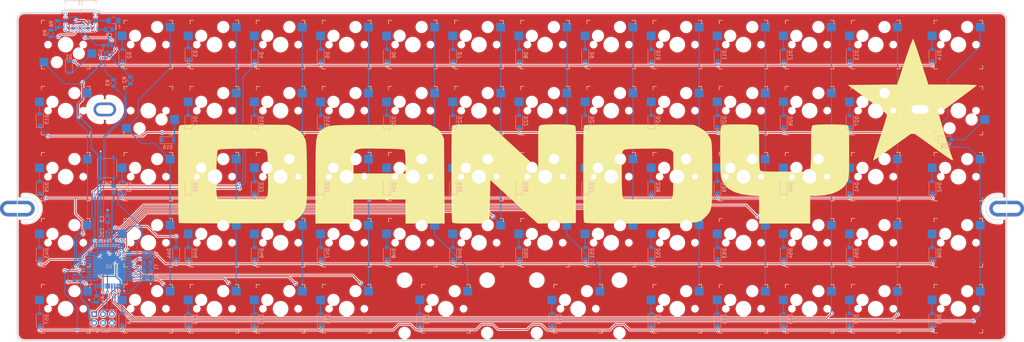
<source format=kicad_pcb>
(kicad_pcb (version 20171130) (host pcbnew "(5.1.6)-1")
  (layers (0 F.Cu signal) (31 B.Cu signal) (34 B.Paste user hide) (35 F.Paste user hide) (36 B.SilkS user) (37 F.SilkS user hide) (38 B.Mask user hide) (39 F.Mask user hide) (44 Edge.Cuts user))
  (net 0 "")
  (net 1 GND)
  (net 2 "Net-(C1-Pad1)")
  (net 3 "Net-(C2-Pad1)")
  (net 4 "Net-(C3-Pad1)")
  (net 5 +5V)
  (net 6 "Net-(D1-Pad2)")
  (net 7 ROW0)
  (net 8 "Net-(D2-Pad2)")
  (net 9 "Net-(D3-Pad2)")
  (net 10 "Net-(D4-Pad2)")
  (net 11 "Net-(D5-Pad2)")
  (net 12 "Net-(D6-Pad2)")
  (net 13 "Net-(D7-Pad2)")
  (net 14 "Net-(D8-Pad2)")
  (net 15 "Net-(D9-Pad2)")
  (net 16 "Net-(D10-Pad2)")
  (net 17 "Net-(D11-Pad2)")
  (net 18 "Net-(D12-Pad2)")
  (net 19 "Net-(D13-Pad2)")
  (net 20 "Net-(D14-Pad2)")
  (net 21 "Net-(D15-Pad2)")
  (net 22 ROW1)
  (net 23 "Net-(D16-Pad2)")
  (net 24 "Net-(D17-Pad2)")
  (net 25 "Net-(D18-Pad2)")
  (net 26 "Net-(D19-Pad2)")
  (net 27 "Net-(D20-Pad2)")
  (net 28 "Net-(D21-Pad2)")
  (net 29 "Net-(D22-Pad2)")
  (net 30 "Net-(D23-Pad2)")
  (net 31 "Net-(D24-Pad2)")
  (net 32 "Net-(D25-Pad2)")
  (net 33 "Net-(D26-Pad2)")
  (net 34 "Net-(D27-Pad2)")
  (net 35 "Net-(D28-Pad2)")
  (net 36 "Net-(D29-Pad2)")
  (net 37 ROW2)
  (net 38 "Net-(D30-Pad2)")
  (net 39 "Net-(D31-Pad2)")
  (net 40 "Net-(D32-Pad2)")
  (net 41 "Net-(D33-Pad2)")
  (net 42 "Net-(D34-Pad2)")
  (net 43 "Net-(D35-Pad2)")
  (net 44 "Net-(D36-Pad2)")
  (net 45 "Net-(D37-Pad2)")
  (net 46 "Net-(D38-Pad2)")
  (net 47 "Net-(D39-Pad2)")
  (net 48 "Net-(D40-Pad2)")
  (net 49 "Net-(D41-Pad2)")
  (net 50 "Net-(D42-Pad2)")
  (net 51 "Net-(D43-Pad2)")
  (net 52 ROW3)
  (net 53 "Net-(D44-Pad2)")
  (net 54 "Net-(D45-Pad2)")
  (net 55 "Net-(D46-Pad2)")
  (net 56 "Net-(D47-Pad2)")
  (net 57 "Net-(D48-Pad2)")
  (net 58 "Net-(D49-Pad2)")
  (net 59 "Net-(D50-Pad2)")
  (net 60 "Net-(D51-Pad2)")
  (net 61 "Net-(D52-Pad2)")
  (net 62 "Net-(D53-Pad2)")
  (net 63 "Net-(D54-Pad2)")
  (net 64 "Net-(D55-Pad2)")
  (net 65 "Net-(D56-Pad2)")
  (net 66 "Net-(D57-Pad2)")
  (net 67 ROW4)
  (net 68 "Net-(D58-Pad2)")
  (net 69 "Net-(D59-Pad2)")
  (net 70 "Net-(D60-Pad2)")
  (net 71 "Net-(D61-Pad2)")
  (net 72 "Net-(D62-Pad2)")
  (net 73 "Net-(D63-Pad2)")
  (net 74 "Net-(D64-Pad2)")
  (net 75 "Net-(D65-Pad2)")
  (net 76 "Net-(D66-Pad2)")
  (net 77 "Net-(D67-Pad2)")
  (net 78 "Net-(D68-Pad2)")
  (net 79 VCC)
  (net 80 "Net-(J1-PadB8)")
  (net 81 "Net-(J1-PadA5)")
  (net 82 D-)
  (net 83 D+)
  (net 84 "Net-(J1-PadA8)")
  (net 85 "Net-(J1-PadB5)")
  (net 86 COL0)
  (net 87 COL1)
  (net 88 COL2)
  (net 89 COL3)
  (net 90 COL4)
  (net 91 COL5)
  (net 92 COL6)
  (net 93 COL7)
  (net 94 COL8)
  (net 95 COL9)
  (net 96 COL10)
  (net 97 COL11)
  (net 98 COL12)
  (net 99 COL13)
  (net 100 "Net-(R2-Pad1)")
  (net 101 "Net-(R3-Pad1)")
  (net 102 "Net-(R4-Pad2)")
  (net 103 "Net-(U1-Pad42)")
  (net 104 "Net-(U1-Pad32)")
  (net 105 "Net-(U1-Pad31)")
  (net 106 "Net-(U1-Pad29)")
  (net 107 "Net-(U1-Pad36)")
  (net 108 "Net-(U1-Pad30)")
  (net 109 "Net-(U1-Pad28)")
  (net 110 RESET)
  (net 111 "Net-(J1-PadA6)")
  (net 112 "Net-(J1-PadA7)")
  (net 113 "Net-(U1-Pad18)")
  (module switchprint:Kailh_socket_MX_alt (layer F.Cu) (at 117 89.1075)
    (fp_text reference MX34 hide)
    (fp_text value MX-NoLED)
    (pad 1 smd rect (at 6.29 -5.08) (size 2.55 2.5) (layers B.Cu B.Paste B.Mask) (net 91 COL5))
    (pad "" np_thru_hole circle (at 2.54 -5.08) (size 3 3) (drill 3) (layers *.Cu *.Mask))
    (pad "" np_thru_hole circle (at -3.81 -2.54) (size 3 3) (drill 3) (layers *.Cu *.Mask))
    (pad "" np_thru_hole circle (at 0 0) (size 3.9878 3.9878) (drill 3.9878) (layers *.Cu *.Mask))
    (pad "" np_thru_hole circle (at 5.08 0) (size 1.7018 1.7018) (drill 1.7018) (layers *.Cu *.Mask))
    (pad "" np_thru_hole circle (at -5.08 0) (size 1.7018 1.7018) (drill 1.7018) (layers *.Cu *.Mask))
    (pad 2 smd rect (at -7.56 -2.54) (size 2.55 2.5) (layers B.Cu B.Paste B.Mask) (net 42 "Net-(D34-Pad2)"))
  )
  (module switchprint:Kailh_socket_MX_alt (layer F.Cu) (at 97.95 89.1075)
    (fp_text reference MX33 hide)
    (fp_text value MX-NoLED)
    (pad 1 smd rect (at 6.29 -5.08) (size 2.55 2.5) (layers B.Cu B.Paste B.Mask) (net 90 COL4))
    (pad "" np_thru_hole circle (at 2.54 -5.08) (size 3 3) (drill 3) (layers *.Cu *.Mask))
    (pad "" np_thru_hole circle (at -3.81 -2.54) (size 3 3) (drill 3) (layers *.Cu *.Mask))
    (pad "" np_thru_hole circle (at 0 0) (size 3.9878 3.9878) (drill 3.9878) (layers *.Cu *.Mask))
    (pad "" np_thru_hole circle (at 5.08 0) (size 1.7018 1.7018) (drill 1.7018) (layers *.Cu *.Mask))
    (pad "" np_thru_hole circle (at -5.08 0) (size 1.7018 1.7018) (drill 1.7018) (layers *.Cu *.Mask))
    (pad 2 smd rect (at -7.56 -2.54) (size 2.55 2.5) (layers B.Cu B.Paste B.Mask) (net 41 "Net-(D33-Pad2)"))
  )
  (module switchprint:Kailh_socket_MX_alt (layer F.Cu) (at 40.8 108.1575)
    (fp_text reference MX44 hide)
    (fp_text value MX-NoLED)
    (pad 1 smd rect (at 6.29 -5.08) (size 2.55 2.5) (layers B.Cu B.Paste B.Mask) (net 87 COL1))
    (pad "" np_thru_hole circle (at 2.54 -5.08) (size 3 3) (drill 3) (layers *.Cu *.Mask))
    (pad "" np_thru_hole circle (at -3.81 -2.54) (size 3 3) (drill 3) (layers *.Cu *.Mask))
    (pad "" np_thru_hole circle (at 0 0) (size 3.9878 3.9878) (drill 3.9878) (layers *.Cu *.Mask))
    (pad "" np_thru_hole circle (at 5.08 0) (size 1.7018 1.7018) (drill 1.7018) (layers *.Cu *.Mask))
    (pad "" np_thru_hole circle (at -5.08 0) (size 1.7018 1.7018) (drill 1.7018) (layers *.Cu *.Mask))
    (pad 2 smd rect (at -7.56 -2.54) (size 2.55 2.5) (layers B.Cu B.Paste B.Mask) (net 53 "Net-(D44-Pad2)"))
  )
  (module Diode_SMD:D_SOD-123 (layer B.Cu) (at 90.4875 73.0875 90)
    (fp_text reference D19 (at 0 2 90) (layer B.SilkS) (effects (justify mirror)))
    (fp_text value D_Small)
    (pad 2 smd rect (at 1.65 0 90) (size 0.9 1.2) (layers B.Cu B.Paste B.Mask) (net 26 "Net-(D19-Pad2)"))
    (pad 1 smd rect (at -1.65 0 90) (size 0.9 1.2) (layers B.Cu B.Paste B.Mask) (net 22 ROW1))
  )
  (module locallib:usbc (layer F.Cu) (at 145.575 89.11)
    (fp_text reference REF** hide)
    (fp_text value 60_Outline hide)
    (fp_line (start -139.75 13.45) (end -140.75 13.45) (layer Edge.Cuts) (width 0.15))
    (fp_line (start -139.75 4.95) (end -140.75 4.95) (layer Edge.Cuts) (width 0.15))
    (fp_line (start -139.75 12.45) (end -140.75 12.45) (layer Edge.Cuts) (width 0.15))
    (fp_line (start -139.75 5.95) (end -140.75 5.95) (layer Edge.Cuts) (width 0.15))
    (fp_line (start -118.55 -22.4) (end -118.3 -22.4) (layer Edge.Cuts) (width 0.05))
    (fp_line (start -118.55 -23.4) (end -118.3 -23.4) (layer Edge.Cuts) (width 0.05))
    (fp_line (start -116.3 -22.4) (end -116.05 -22.4) (layer Edge.Cuts) (width 0.05))
    (fp_line (start -116.3 -23.4) (end -116.05 -23.4) (layer Edge.Cuts) (width 0.05))
    (fp_line (start -118.55 -15.4) (end -118.3 -15.4) (layer Edge.Cuts) (width 0.05))
    (fp_line (start -118.55 -16.4) (end -118.3 -16.4) (layer Edge.Cuts) (width 0.05))
    (fp_line (start -116.3 -16.4) (end -116.05 -16.4) (layer Edge.Cuts) (width 0.05))
    (fp_line (start -116.3 -15.4) (end -116.05 -15.4) (layer Edge.Cuts) (width 0.05))
    (fp_line (start -140.5 -47.3) (end -130.3 -47.3) (layer Edge.Cuts) (width 0.3))
    (fp_line (start -129.8 -47.8) (end -118.8 -47.8) (layer Edge.Cuts) (width 0.3))
    (fp_line (start 142.5 45.3) (end 142.5 -45.3) (layer Edge.Cuts) (width 0.3))
    (fp_line (start -142.5 45.3) (end -142.5 -45.3) (layer Edge.Cuts) (width 0.3))
    (fp_line (start 140.5 -47.3) (end -118.3 -47.3) (layer Edge.Cuts) (width 0.3))
    (fp_line (start -140.5 47.3) (end 140.5 47.3) (layer Edge.Cuts) (width 0.3))
    (fp_line (start 118.55 -22.4) (end 118.8 -22.4) (layer Edge.Cuts) (width 0.05))
    (fp_line (start 118.55 -23.4) (end 118.8 -23.4) (layer Edge.Cuts) (width 0.05))
    (fp_line (start 116.3 -22.4) (end 116.55 -22.4) (layer Edge.Cuts) (width 0.05))
    (fp_line (start 118.55 -16.4) (end 118.8 -16.4) (layer Edge.Cuts) (width 0.05))
    (fp_line (start 118.55 -15.4) (end 118.8 -15.4) (layer Edge.Cuts) (width 0.05))
    (fp_line (start 116.3 -15.4) (end 116.55 -15.4) (layer Edge.Cuts) (width 0.05))
    (fp_line (start 116.3 -16.4) (end 116.55 -16.4) (layer Edge.Cuts) (width 0.05))
    (fp_line (start 116.3 -23.4) (end 116.55 -23.4) (layer Edge.Cuts) (width 0.05))
    (fp_line (start 139.75 4.95) (end 140.75 4.95) (layer Edge.Cuts) (width 0.15))
    (fp_line (start 139.75 5.95) (end 140.75 5.95) (layer Edge.Cuts) (width 0.15))
    (fp_line (start 139.75 12.45) (end 140.75 12.45) (layer Edge.Cuts) (width 0.15))
    (fp_line (start 139.75 13.45) (end 140.75 13.45) (layer Edge.Cuts) (width 0.15))
    (fp_arc (start 139.75 9.2) (end 139.75 4.95) (angle -180) (layer Edge.Cuts) (width 0.15))
    (fp_arc (start 140.75 5.45) (end 140.75 4.95) (angle 180) (layer Edge.Cuts) (width 0.12))
    (fp_arc (start 140.75 12.95) (end 140.75 12.45) (angle 180) (layer Edge.Cuts) (width 0.12))
    (fp_arc (start 139.75 9.2) (end 139.75 5.95) (angle -180) (layer Edge.Cuts) (width 0.15))
    (fp_arc (start -139.75 9.2) (end -139.75 13.45) (angle -180) (layer Edge.Cuts) (width 0.15))
    (fp_arc (start -140.75 5.45) (end -140.75 5.95) (angle 180) (layer Edge.Cuts) (width 0.12))
    (fp_arc (start -140.75 12.95) (end -140.75 13.45) (angle 180) (layer Edge.Cuts) (width 0.12))
    (fp_arc (start -139.75 9.2) (end -139.75 12.45) (angle -180) (layer Edge.Cuts) (width 0.15))
    (fp_arc (start 116.55 -22.9) (end 116.55 -22.4) (angle -180) (layer Edge.Cuts) (width 0.05))
    (fp_arc (start 118.55 -15.9) (end 118.55 -16.4) (angle -180) (layer Edge.Cuts) (width 0.05))
    (fp_arc (start 116.3 -19.4) (end 116.3 -22.4) (angle -180) (layer Edge.Cuts) (width 0.05))
    (fp_arc (start 118.8 -19.4) (end 118.8 -16.4) (angle -180) (layer Edge.Cuts) (width 0.05))
    (fp_arc (start 118.55 -22.9) (end 118.55 -23.4) (angle -180) (layer Edge.Cuts) (width 0.05))
    (fp_arc (start 118.8 -19.4) (end 118.8 -23.4) (angle 180) (layer Edge.Cuts) (width 0.05))
    (fp_arc (start 116.3 -19.4) (end 116.3 -23.4) (angle -180) (layer Edge.Cuts) (width 0.05))
    (fp_arc (start 116.55 -15.9) (end 116.55 -15.4) (angle -180) (layer Edge.Cuts) (width 0.05))
    (fp_arc (start -116.3 -22.9) (end -116.3 -23.4) (angle -180) (layer Edge.Cuts) (width 0.05))
    (fp_arc (start -116.05 -19.4) (end -116.05 -23.4) (angle 180) (layer Edge.Cuts) (width 0.05))
    (fp_arc (start -118.55 -19.4) (end -118.55 -23.4) (angle -180) (layer Edge.Cuts) (width 0.05))
    (fp_arc (start -116.3 -15.9) (end -116.3 -16.4) (angle -180) (layer Edge.Cuts) (width 0.05))
    (fp_arc (start -116.05 -19.4) (end -116.05 -16.4) (angle -180) (layer Edge.Cuts) (width 0.05))
    (fp_arc (start -118.55 -19.4) (end -118.55 -22.4) (angle -180) (layer Edge.Cuts) (width 0.05))
    (fp_arc (start -118.3 -15.9) (end -118.3 -15.4) (angle -180) (layer Edge.Cuts) (width 0.05))
    (fp_arc (start -118.3 -22.9) (end -118.3 -22.4) (angle -180) (layer Edge.Cuts) (width 0.05))
    (fp_arc (start -140.5 -45.3) (end -142.5 -45.3) (angle 90) (layer Edge.Cuts) (width 0.3))
    (fp_arc (start -140.5 45.3) (end -140.5 47.3) (angle 90) (layer Edge.Cuts) (width 0.3))
    (fp_arc (start 140.5 45.3) (end 142.5 45.3) (angle 90) (layer Edge.Cuts) (width 0.3))
    (fp_arc (start 140.5 -45.3) (end 140.5 -47.3) (angle 90) (layer Edge.Cuts) (width 0.3))
    (fp_arc (start -130.3 -47.8) (end -129.8 -47.8) (angle 90) (layer Edge.Cuts) (width 0.3))
    (fp_arc (start -118.3 -47.8) (end -118.3 -47.3) (angle 90) (layer Edge.Cuts) (width 0.3))
    (pad 2 thru_hole oval (at 142.5 9.2 180) (size 10 4.5) (drill oval 8 2.5) (layers *.Cu *.Mask))
    (pad 2 thru_hole oval (at -142.5 9.2) (size 10 4.5) (drill oval 8 2.5) (layers *.Cu *.Mask))
    (pad 1 thru_hole oval (at 117.55 -19.4) (size 6.5 4) (drill oval 5 2.5) (layers *.Cu *.Mask))
    (pad 1 thru_hole oval (at -117.3 -19.4) (size 6.5 4) (drill oval 5 2.5) (layers *.Cu *.Mask))
  )
  (module switchprint:Kailh_socket_MX_alt (layer F.Cu) (at 40.8 70.0575 180)
    (fp_text reference MX16 hide)
    (fp_text value MX-NoLED)
    (pad 1 smd rect (at 6.29 -5.08 180) (size 2.55 2.5) (layers B.Cu B.Paste B.Mask) (net 87 COL1))
    (pad "" np_thru_hole circle (at 2.54 -5.08 180) (size 3 3) (drill 3) (layers *.Cu *.Mask))
    (pad "" np_thru_hole circle (at -3.81 -2.54 180) (size 3 3) (drill 3) (layers *.Cu *.Mask))
    (pad "" np_thru_hole circle (at 0 0 180) (size 3.9878 3.9878) (drill 3.9878) (layers *.Cu *.Mask))
    (pad "" np_thru_hole circle (at 5.08 0 180) (size 1.7018 1.7018) (drill 1.7018) (layers *.Cu *.Mask))
    (pad "" np_thru_hole circle (at -5.08 0 180) (size 1.7018 1.7018) (drill 1.7018) (layers *.Cu *.Mask))
    (pad 2 smd rect (at -7.56 -2.54 180) (size 2.55 2.5) (layers B.Cu B.Paste B.Mask) (net 23 "Net-(D16-Pad2)"))
  )
  (module switchprint:Kailh_socket_MX_alt (layer F.Cu) (at 40.8 127.2075)
    (fp_text reference MX58 hide)
    (fp_text value MX-NoLED)
    (pad 2 smd rect (at -7.56 -2.54) (size 2.55 2.5) (layers B.Cu B.Paste B.Mask) (net 68 "Net-(D58-Pad2)"))
    (pad "" np_thru_hole circle (at -5.08 0) (size 1.7018 1.7018) (drill 1.7018) (layers *.Cu *.Mask))
    (pad "" np_thru_hole circle (at 5.08 0) (size 1.7018 1.7018) (drill 1.7018) (layers *.Cu *.Mask))
    (pad "" np_thru_hole circle (at 0 0) (size 3.9878 3.9878) (drill 3.9878) (layers *.Cu *.Mask))
    (pad "" np_thru_hole circle (at -3.81 -2.54) (size 3 3) (drill 3) (layers *.Cu *.Mask))
    (pad "" np_thru_hole circle (at 2.54 -5.08) (size 3 3) (drill 3) (layers *.Cu *.Mask))
    (pad 1 smd rect (at 6.29 -5.08) (size 2.55 2.5) (layers B.Cu B.Paste B.Mask) (net 87 COL1))
  )
  (module Resistor_SMD:R_0805_2012Metric (layer B.Cu) (at 25.9207 124.40182 90)
    (fp_text reference R4 (at -0.02516 1.76022 270) (layer B.SilkS) (effects (justify mirror)))
    (fp_text value 10K)
    (pad 2 smd roundrect (at 0.9375 0 90) (size 0.975 1.4) (layers B.Cu B.Paste B.Mask) (net 102 "Net-(R4-Pad2)"))
    (pad 1 smd roundrect (at -0.9375 0 90) (size 0.975 1.4) (layers B.Cu B.Paste B.Mask) (net 1 GND))
  )
  (module switchprint:Kailh_socket_MX_alt (layer F.Cu) (at 97.95 127.2075)
    (fp_text reference MX61 hide)
    (fp_text value MX-NoLED)
    (pad 1 smd rect (at 6.29 -5.08) (size 2.55 2.5) (layers B.Cu B.Paste B.Mask) (net 90 COL4))
    (pad "" np_thru_hole circle (at 2.54 -5.08) (size 3 3) (drill 3) (layers *.Cu *.Mask))
    (pad "" np_thru_hole circle (at -3.81 -2.54) (size 3 3) (drill 3) (layers *.Cu *.Mask))
    (pad "" np_thru_hole circle (at 0 0) (size 3.9878 3.9878) (drill 3.9878) (layers *.Cu *.Mask))
    (pad "" np_thru_hole circle (at 5.08 0) (size 1.7018 1.7018) (drill 1.7018) (layers *.Cu *.Mask))
    (pad "" np_thru_hole circle (at -5.08 0) (size 1.7018 1.7018) (drill 1.7018) (layers *.Cu *.Mask))
    (pad 2 smd rect (at -7.56 -2.54) (size 2.55 2.5) (layers B.Cu B.Paste B.Mask) (net 71 "Net-(D61-Pad2)"))
  )
  (module pushbutton:TSButton (layer B.Cu) (at 28.94138 86.61652 270)
    (fp_text reference SW1 (at 4.36374 0.0946 180) (layer B.SilkS) (effects (justify mirror)))
    (fp_text value SW_Push)
    (pad 2 smd rect (at 3 -1.875 270) (size 1 0.75) (layers B.Cu B.Paste B.Mask) (net 110 RESET))
    (pad 1 smd rect (at 3 1.875 270) (size 1 0.75) (layers B.Cu B.Paste B.Mask) (net 1 GND))
    (pad 1 smd rect (at -3 1.875 270) (size 1 0.75) (layers B.Cu B.Paste B.Mask) (net 1 GND))
    (pad 2 smd rect (at -3 -1.875 270) (size 1 0.75) (layers B.Cu B.Paste B.Mask) (net 110 RESET))
  )
  (module switchprint:Kailh_socket_MX_alt (layer F.Cu) (at 40.8 51.0075)
    (fp_text reference MX2 hide)
    (fp_text value MX-NoLED)
    (pad 1 smd rect (at 6.29 -5.08) (size 2.55 2.5) (layers B.Cu B.Paste B.Mask) (net 87 COL1))
    (pad "" np_thru_hole circle (at 2.54 -5.08) (size 3 3) (drill 3) (layers *.Cu *.Mask))
    (pad "" np_thru_hole circle (at -3.81 -2.54) (size 3 3) (drill 3) (layers *.Cu *.Mask))
    (pad "" np_thru_hole circle (at 0 0) (size 3.9878 3.9878) (drill 3.9878) (layers *.Cu *.Mask))
    (pad "" np_thru_hole circle (at 5.08 0) (size 1.7018 1.7018) (drill 1.7018) (layers *.Cu *.Mask))
    (pad "" np_thru_hole circle (at -5.08 0) (size 1.7018 1.7018) (drill 1.7018) (layers *.Cu *.Mask))
    (pad 2 smd rect (at -7.56 -2.54) (size 2.55 2.5) (layers B.Cu B.Paste B.Mask) (net 8 "Net-(D2-Pad2)"))
  )
  (module Capacitor_SMD:C_0805_2012Metric (layer B.Cu) (at 29.36748 46.66234 180)
    (fp_text reference C8 (at -0.10414 -1.63576 180) (layer B.SilkS) (effects (justify mirror)))
    (fp_text value 0.1uF)
    (pad 2 smd roundrect (at 0.9375 0 180) (size 0.975 1.4) (layers B.Cu B.Paste B.Mask) (net 1 GND))
    (pad 1 smd roundrect (at -0.9375 0 180) (size 0.975 1.4) (layers B.Cu B.Paste B.Mask) (net 5 +5V))
  )
  (module Package_TO_SOT_SMD:SOT-23-6 (layer B.Cu) (at 29.31668 52.2908 270)
    (fp_text reference U2 (at 0.99388 2.43818 90) (layer B.SilkS) (effects (justify mirror)))
    (fp_text value USBLC6-2SC6)
    (pad 1 smd rect (at -1.1 0.95 270) (size 1.06 0.65) (layers B.Cu B.Paste B.Mask) (net 112 "Net-(J1-PadA7)"))
    (pad 2 smd rect (at -1.1 0 270) (size 1.06 0.65) (layers B.Cu B.Paste B.Mask) (net 1 GND))
    (pad 3 smd rect (at -1.1 -0.95 270) (size 1.06 0.65) (layers B.Cu B.Paste B.Mask) (net 111 "Net-(J1-PadA6)"))
    (pad 4 smd rect (at 1.1 -0.95 270) (size 1.06 0.65) (layers B.Cu B.Paste B.Mask) (net 83 D+))
    (pad 6 smd rect (at 1.1 0.95 270) (size 1.06 0.65) (layers B.Cu B.Paste B.Mask) (net 82 D-))
    (pad 5 smd rect (at 1.1 0 270) (size 1.06 0.65) (layers B.Cu B.Paste B.Mask) (net 5 +5V))
  )
  (module Type-C:USB_C_GCT_USB4085 (layer B.Cu) (at 21.28 40.8325)
    (fp_text reference J1 (at 0 -1.85) (layer B.SilkS) (effects (justify mirror)))
    (fp_text value USB_C_Receptacle_USB2.0)
    (pad A5 thru_hole circle (at -1.275 6.1) (size 0.65 0.65) (drill 0.4) (layers *.Cu *.Mask) (net 81 "Net-(J1-PadA5)"))
    (pad A1 thru_hole circle (at -2.975 6.1) (size 0.65 0.65) (drill 0.4) (layers *.Cu *.Mask) (net 1 GND))
    (pad A4 thru_hole circle (at -2.125 6.1) (size 0.65 0.65) (drill 0.4) (layers *.Cu *.Mask) (net 79 VCC))
    (pad A6 thru_hole circle (at -0.425 6.1) (size 0.65 0.65) (drill 0.4) (layers *.Cu *.Mask) (net 111 "Net-(J1-PadA6)"))
    (pad A7 thru_hole circle (at 0.425 6.1) (size 0.65 0.65) (drill 0.4) (layers *.Cu *.Mask) (net 112 "Net-(J1-PadA7)"))
    (pad A8 thru_hole circle (at 1.275 6.1) (size 0.65 0.65) (drill 0.4) (layers *.Cu *.Mask) (net 84 "Net-(J1-PadA8)"))
    (pad A9 thru_hole circle (at 2.125 6.1) (size 0.65 0.65) (drill 0.4) (layers *.Cu *.Mask) (net 79 VCC))
    (pad A12 thru_hole circle (at 2.975 6.1) (size 0.65 0.65) (drill 0.4) (layers *.Cu *.Mask) (net 1 GND))
    (pad B12 thru_hole circle (at -2.975 4.775) (size 0.65 0.65) (drill 0.4) (layers *.Cu *.Mask) (net 1 GND))
    (pad B9 thru_hole circle (at -2.12 4.775) (size 0.65 0.65) (drill 0.4) (layers *.Cu *.Mask) (net 79 VCC))
    (pad B8 thru_hole circle (at -1.27 4.775) (size 0.65 0.65) (drill 0.4) (layers *.Cu *.Mask) (net 80 "Net-(J1-PadB8)"))
    (pad B7 thru_hole circle (at -0.42 4.775) (size 0.65 0.65) (drill 0.4) (layers *.Cu *.Mask) (net 112 "Net-(J1-PadA7)"))
    (pad B6 thru_hole circle (at 0.43 4.775) (size 0.65 0.65) (drill 0.4) (layers *.Cu *.Mask) (net 111 "Net-(J1-PadA6)"))
    (pad B5 thru_hole circle (at 1.28 4.775) (size 0.65 0.65) (drill 0.4) (layers *.Cu *.Mask) (net 85 "Net-(J1-PadB5)"))
    (pad B4 thru_hole circle (at 2.13 4.775) (size 0.65 0.65) (drill 0.4) (layers *.Cu *.Mask) (net 79 VCC))
    (pad B1 thru_hole circle (at 2.98 4.775) (size 0.65 0.65) (drill 0.4) (layers *.Cu *.Mask) (net 1 GND))
    (pad S1 thru_hole oval (at -4.325 5.12) (size 0.9 2.4) (drill oval 0.6 2.1) (layers *.Cu *.Mask) (net 1 GND))
    (pad S1 thru_hole oval (at 4.325 5.12) (size 0.9 2.4) (drill oval 0.6 2.1) (layers *.Cu *.Mask) (net 1 GND))
    (pad S1 thru_hole oval (at -4.325 1.74) (size 0.9 1.7) (drill oval 0.6 1.4) (layers *.Cu *.Mask) (net 1 GND))
    (pad S1 thru_hole oval (at 4.325 1.74) (size 0.9 1.7) (drill oval 0.6 1.4) (layers *.Cu *.Mask) (net 1 GND))
  )
  (module switchprint:Kailh_socket_MX_alt (layer F.Cu) (at 16.9875 51.0075 180)
    (fp_text reference MX1 hide)
    (fp_text value MX-NoLED)
    (pad 1 smd rect (at 6.29 -5.08 180) (size 2.55 2.5) (layers B.Cu B.Paste B.Mask) (net 86 COL0))
    (pad "" np_thru_hole circle (at 2.54 -5.08 180) (size 3 3) (drill 3) (layers *.Cu *.Mask))
    (pad "" np_thru_hole circle (at -3.81 -2.54 180) (size 3 3) (drill 3) (layers *.Cu *.Mask))
    (pad "" np_thru_hole circle (at 0 0 180) (size 3.9878 3.9878) (drill 3.9878) (layers *.Cu *.Mask))
    (pad "" np_thru_hole circle (at 5.08 0 180) (size 1.7018 1.7018) (drill 1.7018) (layers *.Cu *.Mask))
    (pad "" np_thru_hole circle (at -5.08 0 180) (size 1.7018 1.7018) (drill 1.7018) (layers *.Cu *.Mask))
    (pad 2 smd rect (at -7.56 -2.54 180) (size 2.55 2.5) (layers B.Cu B.Paste B.Mask) (net 6 "Net-(D1-Pad2)"))
  )
  (module Connector_PinHeader_2.54mm:PinHeader_2x03_P2.54mm_Vertical (layer B.Cu) (at 25.211 128.79202 270)
    (fp_text reference ICSP1 (at 4.7815 -2.62486) (layer B.SilkS) (effects (justify mirror)))
    (fp_text value ICSP)
    (pad 6 thru_hole oval (at 2.54 -5.08 270) (size 1.7 1.7) (drill 1) (layers *.Cu *.Mask) (net 1 GND))
    (pad 5 thru_hole oval (at 0 -5.08 270) (size 1.7 1.7) (drill 1) (layers *.Cu *.Mask) (net 110 RESET))
    (pad 4 thru_hole oval (at 2.54 -2.54 270) (size 1.7 1.7) (drill 1) (layers *.Cu *.Mask) (net 93 COL7))
    (pad 3 thru_hole oval (at 0 -2.54 270) (size 1.7 1.7) (drill 1) (layers *.Cu *.Mask) (net 94 COL8))
    (pad 2 thru_hole oval (at 2.54 0 270) (size 1.7 1.7) (drill 1) (layers *.Cu *.Mask) (net 5 +5V))
    (pad 1 thru_hole rect (at 0 0 270) (size 1.7 1.7) (drill 1) (layers *.Cu *.Mask) (net 92 COL6))
  )
  (module Crystal:Crystal_SMD_3225-4Pin_3.2x2.5mm (layer B.Cu) (at 40.50882 115.09012 90)
    (fp_text reference Y1 (at -0.07094 2.6153 270) (layer B.SilkS) (effects (justify mirror)))
    (fp_text value 16MHz)
    (pad 4 smd rect (at -1.1 0.85 90) (size 1.4 1.2) (layers B.Cu B.Paste B.Mask) (net 1 GND))
    (pad 3 smd rect (at 1.1 0.85 90) (size 1.4 1.2) (layers B.Cu B.Paste B.Mask) (net 3 "Net-(C2-Pad1)"))
    (pad 2 smd rect (at 1.1 -0.85 90) (size 1.4 1.2) (layers B.Cu B.Paste B.Mask) (net 1 GND))
    (pad 1 smd rect (at -1.1 -0.85 90) (size 1.4 1.2) (layers B.Cu B.Paste B.Mask) (net 2 "Net-(C1-Pad1)"))
  )
  (module Package_QFP:TQFP-44_10x10mm_P0.8mm (layer B.Cu) (at 29.489095 114.958455 270)
    (fp_text reference U1 (at 0.005805 0.043915 180) (layer B.SilkS) (effects (justify mirror)))
    (fp_text value ATmega32U4-AU)
    (pad 44 smd rect (at -4 5.7 180) (size 1.5 0.55) (layers B.Cu B.Paste B.Mask) (net 5 +5V))
    (pad 43 smd rect (at -3.2 5.7 180) (size 1.5 0.55) (layers B.Cu B.Paste B.Mask) (net 1 GND))
    (pad 42 smd rect (at -2.4 5.7 180) (size 1.5 0.55) (layers B.Cu B.Paste B.Mask) (net 103 "Net-(U1-Pad42)"))
    (pad 41 smd rect (at -1.6 5.7 180) (size 1.5 0.55) (layers B.Cu B.Paste B.Mask) (net 52 ROW3))
    (pad 40 smd rect (at -0.8 5.7 180) (size 1.5 0.55) (layers B.Cu B.Paste B.Mask) (net 37 ROW2))
    (pad 39 smd rect (at 0 5.7 180) (size 1.5 0.55) (layers B.Cu B.Paste B.Mask) (net 22 ROW1))
    (pad 38 smd rect (at 0.8 5.7 180) (size 1.5 0.55) (layers B.Cu B.Paste B.Mask) (net 7 ROW0))
    (pad 37 smd rect (at 1.6 5.7 180) (size 1.5 0.55) (layers B.Cu B.Paste B.Mask) (net 67 ROW4))
    (pad 36 smd rect (at 2.4 5.7 180) (size 1.5 0.55) (layers B.Cu B.Paste B.Mask) (net 107 "Net-(U1-Pad36)"))
    (pad 35 smd rect (at 3.2 5.7 180) (size 1.5 0.55) (layers B.Cu B.Paste B.Mask) (net 1 GND))
    (pad 34 smd rect (at 4 5.7 180) (size 1.5 0.55) (layers B.Cu B.Paste B.Mask) (net 5 +5V))
    (pad 33 smd rect (at 5.7 4 270) (size 1.5 0.55) (layers B.Cu B.Paste B.Mask) (net 102 "Net-(R4-Pad2)"))
    (pad 32 smd rect (at 5.7 3.2 270) (size 1.5 0.55) (layers B.Cu B.Paste B.Mask) (net 104 "Net-(U1-Pad32)"))
    (pad 31 smd rect (at 5.7 2.4 270) (size 1.5 0.55) (layers B.Cu B.Paste B.Mask) (net 105 "Net-(U1-Pad31)"))
    (pad 30 smd rect (at 5.7 1.6 270) (size 1.5 0.55) (layers B.Cu B.Paste B.Mask) (net 108 "Net-(U1-Pad30)"))
    (pad 29 smd rect (at 5.7 0.8 270) (size 1.5 0.55) (layers B.Cu B.Paste B.Mask) (net 106 "Net-(U1-Pad29)"))
    (pad 28 smd rect (at 5.7 0 270) (size 1.5 0.55) (layers B.Cu B.Paste B.Mask) (net 109 "Net-(U1-Pad28)"))
    (pad 27 smd rect (at 5.7 -0.8 270) (size 1.5 0.55) (layers B.Cu B.Paste B.Mask) (net 99 COL13))
    (pad 26 smd rect (at 5.7 -1.6 270) (size 1.5 0.55) (layers B.Cu B.Paste B.Mask) (net 98 COL12))
    (pad 25 smd rect (at 5.7 -2.4 270) (size 1.5 0.55) (layers B.Cu B.Paste B.Mask) (net 97 COL11))
    (pad 24 smd rect (at 5.7 -3.2 270) (size 1.5 0.55) (layers B.Cu B.Paste B.Mask) (net 5 +5V))
    (pad 23 smd rect (at 5.7 -4 270) (size 1.5 0.55) (layers B.Cu B.Paste B.Mask) (net 1 GND))
    (pad 22 smd rect (at 4 -5.7 180) (size 1.5 0.55) (layers B.Cu B.Paste B.Mask) (net 87 COL1))
    (pad 21 smd rect (at 3.2 -5.7 180) (size 1.5 0.55) (layers B.Cu B.Paste B.Mask) (net 88 COL2))
    (pad 20 smd rect (at 2.4 -5.7 180) (size 1.5 0.55) (layers B.Cu B.Paste B.Mask) (net 89 COL3))
    (pad 19 smd rect (at 1.6 -5.7 180) (size 1.5 0.55) (layers B.Cu B.Paste B.Mask) (net 90 COL4))
    (pad 18 smd rect (at 0.8 -5.7 180) (size 1.5 0.55) (layers B.Cu B.Paste B.Mask) (net 113 "Net-(U1-Pad18)"))
    (pad 17 smd rect (at 0 -5.7 180) (size 1.5 0.55) (layers B.Cu B.Paste B.Mask) (net 2 "Net-(C1-Pad1)"))
    (pad 16 smd rect (at -0.8 -5.7 180) (size 1.5 0.55) (layers B.Cu B.Paste B.Mask) (net 3 "Net-(C2-Pad1)"))
    (pad 15 smd rect (at -1.6 -5.7 180) (size 1.5 0.55) (layers B.Cu B.Paste B.Mask) (net 1 GND))
    (pad 14 smd rect (at -2.4 -5.7 180) (size 1.5 0.55) (layers B.Cu B.Paste B.Mask) (net 5 +5V))
    (pad 13 smd rect (at -3.2 -5.7 180) (size 1.5 0.55) (layers B.Cu B.Paste B.Mask) (net 110 RESET))
    (pad 12 smd rect (at -4 -5.7 180) (size 1.5 0.55) (layers B.Cu B.Paste B.Mask) (net 91 COL5))
    (pad 11 smd rect (at -5.7 -4 270) (size 1.5 0.55) (layers B.Cu B.Paste B.Mask) (net 92 COL6))
    (pad 10 smd rect (at -5.7 -3.2 270) (size 1.5 0.55) (layers B.Cu B.Paste B.Mask) (net 93 COL7))
    (pad 9 smd rect (at -5.7 -2.4 270) (size 1.5 0.55) (layers B.Cu B.Paste B.Mask) (net 94 COL8))
    (pad 8 smd rect (at -5.7 -1.6 270) (size 1.5 0.55) (layers B.Cu B.Paste B.Mask) (net 96 COL10))
    (pad 7 smd rect (at -5.7 -0.8 270) (size 1.5 0.55) (layers B.Cu B.Paste B.Mask) (net 5 +5V))
    (pad 6 smd rect (at -5.7 0 270) (size 1.5 0.55) (layers B.Cu B.Paste B.Mask) (net 4 "Net-(C3-Pad1)"))
    (pad 5 smd rect (at -5.7 0.8 270) (size 1.5 0.55) (layers B.Cu B.Paste B.Mask) (net 1 GND))
    (pad 4 smd rect (at -5.7 1.6 270) (size 1.5 0.55) (layers B.Cu B.Paste B.Mask) (net 100 "Net-(R2-Pad1)"))
    (pad 3 smd rect (at -5.7 2.4 270) (size 1.5 0.55) (layers B.Cu B.Paste B.Mask) (net 101 "Net-(R3-Pad1)"))
    (pad 2 smd rect (at -5.7 3.2 270) (size 1.5 0.55) (layers B.Cu B.Paste B.Mask) (net 5 +5V))
    (pad 1 smd rect (at -5.7 4 270) (size 1.5 0.55) (layers B.Cu B.Paste B.Mask) (net 95 COL9))
  )
  (module switchprint:Kailh_socket_MX_alt (layer F.Cu) (at 274.1625 127.2075)
    (fp_text reference MX68 hide)
    (fp_text value MX-NoLED)
    (pad 1 smd rect (at 6.29 -5.08) (size 2.55 2.5) (layers B.Cu B.Paste B.Mask) (net 99 COL13))
    (pad "" np_thru_hole circle (at 2.54 -5.08) (size 3 3) (drill 3) (layers *.Cu *.Mask))
    (pad "" np_thru_hole circle (at -3.81 -2.54) (size 3 3) (drill 3) (layers *.Cu *.Mask))
    (pad "" np_thru_hole circle (at 0 0) (size 3.9878 3.9878) (drill 3.9878) (layers *.Cu *.Mask))
    (pad "" np_thru_hole circle (at 5.08 0) (size 1.7018 1.7018) (drill 1.7018) (layers *.Cu *.Mask))
    (pad "" np_thru_hole circle (at -5.08 0) (size 1.7018 1.7018) (drill 1.7018) (layers *.Cu *.Mask))
    (pad 2 smd rect (at -7.56 -2.54) (size 2.55 2.5) (layers B.Cu B.Paste B.Mask) (net 78 "Net-(D68-Pad2)"))
  )
  (module switchprint:Kailh_socket_MX_alt (layer F.Cu) (at 250.35 127.2075)
    (fp_text reference MX67 hide)
    (fp_text value MX-NoLED)
    (pad 1 smd rect (at 6.29 -5.08) (size 2.55 2.5) (layers B.Cu B.Paste B.Mask) (net 98 COL12))
    (pad "" np_thru_hole circle (at 2.54 -5.08) (size 3 3) (drill 3) (layers *.Cu *.Mask))
    (pad "" np_thru_hole circle (at -3.81 -2.54) (size 3 3) (drill 3) (layers *.Cu *.Mask))
    (pad "" np_thru_hole circle (at 0 0) (size 3.9878 3.9878) (drill 3.9878) (layers *.Cu *.Mask))
    (pad "" np_thru_hole circle (at 5.08 0) (size 1.7018 1.7018) (drill 1.7018) (layers *.Cu *.Mask))
    (pad "" np_thru_hole circle (at -5.08 0) (size 1.7018 1.7018) (drill 1.7018) (layers *.Cu *.Mask))
    (pad 2 smd rect (at -7.56 -2.54) (size 2.55 2.5) (layers B.Cu B.Paste B.Mask) (net 77 "Net-(D67-Pad2)"))
  )
  (module switchprint:Kailh_socket_MX_alt (layer F.Cu) (at 231.3 127.2075)
    (fp_text reference MX66 hide)
    (fp_text value MX-NoLED)
    (pad 1 smd rect (at 6.29 -5.08) (size 2.55 2.5) (layers B.Cu B.Paste B.Mask) (net 97 COL11))
    (pad "" np_thru_hole circle (at 2.54 -5.08) (size 3 3) (drill 3) (layers *.Cu *.Mask))
    (pad "" np_thru_hole circle (at -3.81 -2.54) (size 3 3) (drill 3) (layers *.Cu *.Mask))
    (pad "" np_thru_hole circle (at 0 0) (size 3.9878 3.9878) (drill 3.9878) (layers *.Cu *.Mask))
    (pad "" np_thru_hole circle (at 5.08 0) (size 1.7018 1.7018) (drill 1.7018) (layers *.Cu *.Mask))
    (pad "" np_thru_hole circle (at -5.08 0) (size 1.7018 1.7018) (drill 1.7018) (layers *.Cu *.Mask))
    (pad 2 smd rect (at -7.56 -2.54) (size 2.55 2.5) (layers B.Cu B.Paste B.Mask) (net 76 "Net-(D66-Pad2)"))
  )
  (module switchprint:Kailh_socket_MX_alt (layer F.Cu) (at 212.25 127.2075)
    (fp_text reference MX65 hide)
    (fp_text value MX-NoLED)
    (pad 1 smd rect (at 6.29 -5.08) (size 2.55 2.5) (layers B.Cu B.Paste B.Mask) (net 96 COL10))
    (pad "" np_thru_hole circle (at 2.54 -5.08) (size 3 3) (drill 3) (layers *.Cu *.Mask))
    (pad "" np_thru_hole circle (at -3.81 -2.54) (size 3 3) (drill 3) (layers *.Cu *.Mask))
    (pad "" np_thru_hole circle (at 0 0) (size 3.9878 3.9878) (drill 3.9878) (layers *.Cu *.Mask))
    (pad "" np_thru_hole circle (at 5.08 0) (size 1.7018 1.7018) (drill 1.7018) (layers *.Cu *.Mask))
    (pad "" np_thru_hole circle (at -5.08 0) (size 1.7018 1.7018) (drill 1.7018) (layers *.Cu *.Mask))
    (pad 2 smd rect (at -7.56 -2.54) (size 2.55 2.5) (layers B.Cu B.Paste B.Mask) (net 75 "Net-(D65-Pad2)"))
  )
  (module switchprint:Kailh_socket_MX_alt (layer F.Cu) (at 193.2 127.2075)
    (fp_text reference MX64 hide)
    (fp_text value MX-NoLED)
    (pad 1 smd rect (at 6.29 -5.08) (size 2.55 2.5) (layers B.Cu B.Paste B.Mask) (net 95 COL9))
    (pad "" np_thru_hole circle (at 2.54 -5.08) (size 3 3) (drill 3) (layers *.Cu *.Mask))
    (pad "" np_thru_hole circle (at -3.81 -2.54) (size 3 3) (drill 3) (layers *.Cu *.Mask))
    (pad "" np_thru_hole circle (at 0 0) (size 3.9878 3.9878) (drill 3.9878) (layers *.Cu *.Mask))
    (pad "" np_thru_hole circle (at 5.08 0) (size 1.7018 1.7018) (drill 1.7018) (layers *.Cu *.Mask))
    (pad "" np_thru_hole circle (at -5.08 0) (size 1.7018 1.7018) (drill 1.7018) (layers *.Cu *.Mask))
    (pad 2 smd rect (at -7.56 -2.54) (size 2.55 2.5) (layers B.Cu B.Paste B.Mask) (net 74 "Net-(D64-Pad2)"))
  )
  (module switchprint:Kailh_socket_MX_alt (layer F.Cu) (at 164.625 127.2075)
    (fp_text reference MX63 hide)
    (fp_text value MX-NoLED)
    (pad 1 smd rect (at 6.29 -5.08) (size 2.55 2.5) (layers B.Cu B.Paste B.Mask) (net 93 COL7))
    (pad "" np_thru_hole circle (at 2.54 -5.08) (size 3 3) (drill 3) (layers *.Cu *.Mask))
    (pad "" np_thru_hole circle (at -3.81 -2.54) (size 3 3) (drill 3) (layers *.Cu *.Mask))
    (pad "" np_thru_hole circle (at 0 0) (size 3.9878 3.9878) (drill 3.9878) (layers *.Cu *.Mask))
    (pad "" np_thru_hole circle (at 5.08 0) (size 1.7018 1.7018) (drill 1.7018) (layers *.Cu *.Mask))
    (pad "" np_thru_hole circle (at -5.08 0) (size 1.7018 1.7018) (drill 1.7018) (layers *.Cu *.Mask))
    (pad 2 smd rect (at -7.56 -2.54) (size 2.55 2.5) (layers B.Cu B.Paste B.Mask) (net 73 "Net-(D63-Pad2)"))
  )
  (module switchprint:Kailh_socket_MX_alt (layer F.Cu) (at 126.525 127.2075)
    (fp_text reference MX62 hide)
    (fp_text value MX-NoLED)
    (pad 1 smd rect (at 6.29 -5.08) (size 2.55 2.5) (layers B.Cu B.Paste B.Mask) (net 91 COL5))
    (pad "" np_thru_hole circle (at 2.54 -5.08) (size 3 3) (drill 3) (layers *.Cu *.Mask))
    (pad "" np_thru_hole circle (at -3.81 -2.54) (size 3 3) (drill 3) (layers *.Cu *.Mask))
    (pad "" np_thru_hole circle (at 0 0) (size 3.9878 3.9878) (drill 3.9878) (layers *.Cu *.Mask))
    (pad "" np_thru_hole circle (at 5.08 0) (size 1.7018 1.7018) (drill 1.7018) (layers *.Cu *.Mask))
    (pad "" np_thru_hole circle (at -5.08 0) (size 1.7018 1.7018) (drill 1.7018) (layers *.Cu *.Mask))
    (pad 2 smd rect (at -7.56 -2.54) (size 2.55 2.5) (layers B.Cu B.Paste B.Mask) (net 72 "Net-(D62-Pad2)"))
  )
  (module switchprint:Kailh_socket_MX_alt (layer F.Cu) (at 78.9 127.2075)
    (fp_text reference MX60 hide)
    (fp_text value MX-NoLED)
    (pad 1 smd rect (at 6.29 -5.08) (size 2.55 2.5) (layers B.Cu B.Paste B.Mask) (net 89 COL3))
    (pad "" np_thru_hole circle (at 2.54 -5.08) (size 3 3) (drill 3) (layers *.Cu *.Mask))
    (pad "" np_thru_hole circle (at -3.81 -2.54) (size 3 3) (drill 3) (layers *.Cu *.Mask))
    (pad "" np_thru_hole circle (at 0 0) (size 3.9878 3.9878) (drill 3.9878) (layers *.Cu *.Mask))
    (pad "" np_thru_hole circle (at 5.08 0) (size 1.7018 1.7018) (drill 1.7018) (layers *.Cu *.Mask))
    (pad "" np_thru_hole circle (at -5.08 0) (size 1.7018 1.7018) (drill 1.7018) (layers *.Cu *.Mask))
    (pad 2 smd rect (at -7.56 -2.54) (size 2.55 2.5) (layers B.Cu B.Paste B.Mask) (net 70 "Net-(D60-Pad2)"))
  )
  (module switchprint:Kailh_socket_MX_alt (layer F.Cu) (at 59.85 127.2075)
    (fp_text reference MX59 hide)
    (fp_text value MX-NoLED)
    (pad 1 smd rect (at 6.29 -5.08) (size 2.55 2.5) (layers B.Cu B.Paste B.Mask) (net 88 COL2))
    (pad "" np_thru_hole circle (at 2.54 -5.08) (size 3 3) (drill 3) (layers *.Cu *.Mask))
    (pad "" np_thru_hole circle (at -3.81 -2.54) (size 3 3) (drill 3) (layers *.Cu *.Mask))
    (pad "" np_thru_hole circle (at 0 0) (size 3.9878 3.9878) (drill 3.9878) (layers *.Cu *.Mask))
    (pad "" np_thru_hole circle (at 5.08 0) (size 1.7018 1.7018) (drill 1.7018) (layers *.Cu *.Mask))
    (pad "" np_thru_hole circle (at -5.08 0) (size 1.7018 1.7018) (drill 1.7018) (layers *.Cu *.Mask))
    (pad 2 smd rect (at -7.56 -2.54) (size 2.55 2.5) (layers B.Cu B.Paste B.Mask) (net 69 "Net-(D59-Pad2)"))
  )
  (module switchprint:Kailh_socket_MX_alt (layer F.Cu) (at 16.9875 127.2075)
    (fp_text reference MX57 hide)
    (fp_text value MX-NoLED)
    (pad 1 smd rect (at 6.29 -5.08) (size 2.55 2.5) (layers B.Cu B.Paste B.Mask) (net 86 COL0))
    (pad "" np_thru_hole circle (at 2.54 -5.08) (size 3 3) (drill 3) (layers *.Cu *.Mask))
    (pad "" np_thru_hole circle (at -3.81 -2.54) (size 3 3) (drill 3) (layers *.Cu *.Mask))
    (pad "" np_thru_hole circle (at 0 0) (size 3.9878 3.9878) (drill 3.9878) (layers *.Cu *.Mask))
    (pad "" np_thru_hole circle (at 5.08 0) (size 1.7018 1.7018) (drill 1.7018) (layers *.Cu *.Mask))
    (pad "" np_thru_hole circle (at -5.08 0) (size 1.7018 1.7018) (drill 1.7018) (layers *.Cu *.Mask))
    (pad 2 smd rect (at -7.56 -2.54) (size 2.55 2.5) (layers B.Cu B.Paste B.Mask) (net 66 "Net-(D57-Pad2)"))
  )
  (module switchprint:Kailh_socket_MX_alt (layer F.Cu) (at 274.1625 108.1575)
    (fp_text reference MX56 hide)
    (fp_text value MX-NoLED)
    (pad 1 smd rect (at 6.29 -5.08) (size 2.55 2.5) (layers B.Cu B.Paste B.Mask) (net 99 COL13))
    (pad "" np_thru_hole circle (at 2.54 -5.08) (size 3 3) (drill 3) (layers *.Cu *.Mask))
    (pad "" np_thru_hole circle (at -3.81 -2.54) (size 3 3) (drill 3) (layers *.Cu *.Mask))
    (pad "" np_thru_hole circle (at 0 0) (size 3.9878 3.9878) (drill 3.9878) (layers *.Cu *.Mask))
    (pad "" np_thru_hole circle (at 5.08 0) (size 1.7018 1.7018) (drill 1.7018) (layers *.Cu *.Mask))
    (pad "" np_thru_hole circle (at -5.08 0) (size 1.7018 1.7018) (drill 1.7018) (layers *.Cu *.Mask))
    (pad 2 smd rect (at -7.56 -2.54) (size 2.55 2.5) (layers B.Cu B.Paste B.Mask) (net 65 "Net-(D56-Pad2)"))
  )
  (module switchprint:Kailh_socket_MX_alt (layer F.Cu) (at 250.35 108.1575)
    (fp_text reference MX55 hide)
    (fp_text value MX-NoLED)
    (pad 1 smd rect (at 6.29 -5.08) (size 2.55 2.5) (layers B.Cu B.Paste B.Mask) (net 98 COL12))
    (pad "" np_thru_hole circle (at 2.54 -5.08) (size 3 3) (drill 3) (layers *.Cu *.Mask))
    (pad "" np_thru_hole circle (at -3.81 -2.54) (size 3 3) (drill 3) (layers *.Cu *.Mask))
    (pad "" np_thru_hole circle (at 0 0) (size 3.9878 3.9878) (drill 3.9878) (layers *.Cu *.Mask))
    (pad "" np_thru_hole circle (at 5.08 0) (size 1.7018 1.7018) (drill 1.7018) (layers *.Cu *.Mask))
    (pad "" np_thru_hole circle (at -5.08 0) (size 1.7018 1.7018) (drill 1.7018) (layers *.Cu *.Mask))
    (pad 2 smd rect (at -7.56 -2.54) (size 2.55 2.5) (layers B.Cu B.Paste B.Mask) (net 64 "Net-(D55-Pad2)"))
  )
  (module switchprint:Kailh_socket_MX_alt (layer F.Cu) (at 231.3 108.1575)
    (fp_text reference MX54 hide)
    (fp_text value MX-NoLED)
    (pad 1 smd rect (at 6.29 -5.08) (size 2.55 2.5) (layers B.Cu B.Paste B.Mask) (net 97 COL11))
    (pad "" np_thru_hole circle (at 2.54 -5.08) (size 3 3) (drill 3) (layers *.Cu *.Mask))
    (pad "" np_thru_hole circle (at -3.81 -2.54) (size 3 3) (drill 3) (layers *.Cu *.Mask))
    (pad "" np_thru_hole circle (at 0 0) (size 3.9878 3.9878) (drill 3.9878) (layers *.Cu *.Mask))
    (pad "" np_thru_hole circle (at 5.08 0) (size 1.7018 1.7018) (drill 1.7018) (layers *.Cu *.Mask))
    (pad "" np_thru_hole circle (at -5.08 0) (size 1.7018 1.7018) (drill 1.7018) (layers *.Cu *.Mask))
    (pad 2 smd rect (at -7.56 -2.54) (size 2.55 2.5) (layers B.Cu B.Paste B.Mask) (net 63 "Net-(D54-Pad2)"))
  )
  (module switchprint:Kailh_socket_MX_alt (layer F.Cu) (at 212.25 108.1575)
    (fp_text reference MX53 hide)
    (fp_text value MX-NoLED)
    (pad 1 smd rect (at 6.29 -5.08) (size 2.55 2.5) (layers B.Cu B.Paste B.Mask) (net 96 COL10))
    (pad "" np_thru_hole circle (at 2.54 -5.08) (size 3 3) (drill 3) (layers *.Cu *.Mask))
    (pad "" np_thru_hole circle (at -3.81 -2.54) (size 3 3) (drill 3) (layers *.Cu *.Mask))
    (pad "" np_thru_hole circle (at 0 0) (size 3.9878 3.9878) (drill 3.9878) (layers *.Cu *.Mask))
    (pad "" np_thru_hole circle (at 5.08 0) (size 1.7018 1.7018) (drill 1.7018) (layers *.Cu *.Mask))
    (pad "" np_thru_hole circle (at -5.08 0) (size 1.7018 1.7018) (drill 1.7018) (layers *.Cu *.Mask))
    (pad 2 smd rect (at -7.56 -2.54) (size 2.55 2.5) (layers B.Cu B.Paste B.Mask) (net 62 "Net-(D53-Pad2)"))
  )
  (module switchprint:Kailh_socket_MX_alt (layer F.Cu) (at 193.2 108.1575)
    (fp_text reference MX52 hide)
    (fp_text value MX-NoLED)
    (pad 1 smd rect (at 6.29 -5.08) (size 2.55 2.5) (layers B.Cu B.Paste B.Mask) (net 95 COL9))
    (pad "" np_thru_hole circle (at 2.54 -5.08) (size 3 3) (drill 3) (layers *.Cu *.Mask))
    (pad "" np_thru_hole circle (at -3.81 -2.54) (size 3 3) (drill 3) (layers *.Cu *.Mask))
    (pad "" np_thru_hole circle (at 0 0) (size 3.9878 3.9878) (drill 3.9878) (layers *.Cu *.Mask))
    (pad "" np_thru_hole circle (at 5.08 0) (size 1.7018 1.7018) (drill 1.7018) (layers *.Cu *.Mask))
    (pad "" np_thru_hole circle (at -5.08 0) (size 1.7018 1.7018) (drill 1.7018) (layers *.Cu *.Mask))
    (pad 2 smd rect (at -7.56 -2.54) (size 2.55 2.5) (layers B.Cu B.Paste B.Mask) (net 61 "Net-(D52-Pad2)"))
  )
  (module switchprint:Kailh_socket_MX_alt (layer F.Cu) (at 174.15 108.1575)
    (fp_text reference MX51 hide)
    (fp_text value MX-NoLED)
    (pad 1 smd rect (at 6.29 -5.08) (size 2.55 2.5) (layers B.Cu B.Paste B.Mask) (net 94 COL8))
    (pad "" np_thru_hole circle (at 2.54 -5.08) (size 3 3) (drill 3) (layers *.Cu *.Mask))
    (pad "" np_thru_hole circle (at -3.81 -2.54) (size 3 3) (drill 3) (layers *.Cu *.Mask))
    (pad "" np_thru_hole circle (at 0 0) (size 3.9878 3.9878) (drill 3.9878) (layers *.Cu *.Mask))
    (pad "" np_thru_hole circle (at 5.08 0) (size 1.7018 1.7018) (drill 1.7018) (layers *.Cu *.Mask))
    (pad "" np_thru_hole circle (at -5.08 0) (size 1.7018 1.7018) (drill 1.7018) (layers *.Cu *.Mask))
    (pad 2 smd rect (at -7.56 -2.54) (size 2.55 2.5) (layers B.Cu B.Paste B.Mask) (net 60 "Net-(D51-Pad2)"))
  )
  (module switchprint:Kailh_socket_MX_alt (layer F.Cu) (at 155.1 108.1575)
    (fp_text reference MX50 hide)
    (fp_text value MX-NoLED)
    (pad 1 smd rect (at 6.29 -5.08) (size 2.55 2.5) (layers B.Cu B.Paste B.Mask) (net 93 COL7))
    (pad "" np_thru_hole circle (at 2.54 -5.08) (size 3 3) (drill 3) (layers *.Cu *.Mask))
    (pad "" np_thru_hole circle (at -3.81 -2.54) (size 3 3) (drill 3) (layers *.Cu *.Mask))
    (pad "" np_thru_hole circle (at 0 0) (size 3.9878 3.9878) (drill 3.9878) (layers *.Cu *.Mask))
    (pad "" np_thru_hole circle (at 5.08 0) (size 1.7018 1.7018) (drill 1.7018) (layers *.Cu *.Mask))
    (pad "" np_thru_hole circle (at -5.08 0) (size 1.7018 1.7018) (drill 1.7018) (layers *.Cu *.Mask))
    (pad 2 smd rect (at -7.56 -2.54) (size 2.55 2.5) (layers B.Cu B.Paste B.Mask) (net 59 "Net-(D50-Pad2)"))
  )
  (module switchprint:Kailh_socket_MX_alt (layer F.Cu) (at 136.05 108.1575)
    (fp_text reference MX49 hide)
    (fp_text value MX-NoLED)
    (pad 1 smd rect (at 6.29 -5.08) (size 2.55 2.5) (layers B.Cu B.Paste B.Mask) (net 92 COL6))
    (pad "" np_thru_hole circle (at 2.54 -5.08) (size 3 3) (drill 3) (layers *.Cu *.Mask))
    (pad "" np_thru_hole circle (at -3.81 -2.54) (size 3 3) (drill 3) (layers *.Cu *.Mask))
    (pad "" np_thru_hole circle (at 0 0) (size 3.9878 3.9878) (drill 3.9878) (layers *.Cu *.Mask))
    (pad "" np_thru_hole circle (at 5.08 0) (size 1.7018 1.7018) (drill 1.7018) (layers *.Cu *.Mask))
    (pad "" np_thru_hole circle (at -5.08 0) (size 1.7018 1.7018) (drill 1.7018) (layers *.Cu *.Mask))
    (pad 2 smd rect (at -7.56 -2.54) (size 2.55 2.5) (layers B.Cu B.Paste B.Mask) (net 58 "Net-(D49-Pad2)"))
  )
  (module switchprint:Kailh_socket_MX_alt (layer F.Cu) (at 117 108.1575)
    (fp_text reference MX48 hide)
    (fp_text value MX-NoLED)
    (pad 1 smd rect (at 6.29 -5.08) (size 2.55 2.5) (layers B.Cu B.Paste B.Mask) (net 91 COL5))
    (pad "" np_thru_hole circle (at 2.54 -5.08) (size 3 3) (drill 3) (layers *.Cu *.Mask))
    (pad "" np_thru_hole circle (at -3.81 -2.54) (size 3 3) (drill 3) (layers *.Cu *.Mask))
    (pad "" np_thru_hole circle (at 0 0) (size 3.9878 3.9878) (drill 3.9878) (layers *.Cu *.Mask))
    (pad "" np_thru_hole circle (at 5.08 0) (size 1.7018 1.7018) (drill 1.7018) (layers *.Cu *.Mask))
    (pad "" np_thru_hole circle (at -5.08 0) (size 1.7018 1.7018) (drill 1.7018) (layers *.Cu *.Mask))
    (pad 2 smd rect (at -7.56 -2.54) (size 2.55 2.5) (layers B.Cu B.Paste B.Mask) (net 57 "Net-(D48-Pad2)"))
  )
  (module switchprint:Kailh_socket_MX_alt (layer F.Cu) (at 97.95 108.1575)
    (fp_text reference MX47 hide)
    (fp_text value MX-NoLED)
    (pad 1 smd rect (at 6.29 -5.08) (size 2.55 2.5) (layers B.Cu B.Paste B.Mask) (net 90 COL4))
    (pad "" np_thru_hole circle (at 2.54 -5.08) (size 3 3) (drill 3) (layers *.Cu *.Mask))
    (pad "" np_thru_hole circle (at -3.81 -2.54) (size 3 3) (drill 3) (layers *.Cu *.Mask))
    (pad "" np_thru_hole circle (at 0 0) (size 3.9878 3.9878) (drill 3.9878) (layers *.Cu *.Mask))
    (pad "" np_thru_hole circle (at 5.08 0) (size 1.7018 1.7018) (drill 1.7018) (layers *.Cu *.Mask))
    (pad "" np_thru_hole circle (at -5.08 0) (size 1.7018 1.7018) (drill 1.7018) (layers *.Cu *.Mask))
    (pad 2 smd rect (at -7.56 -2.54) (size 2.55 2.5) (layers B.Cu B.Paste B.Mask) (net 56 "Net-(D47-Pad2)"))
  )
  (module switchprint:Kailh_socket_MX_alt (layer F.Cu) (at 78.9 108.1575)
    (fp_text reference MX46 hide)
    (fp_text value MX-NoLED)
    (pad 1 smd rect (at 6.29 -5.08) (size 2.55 2.5) (layers B.Cu B.Paste B.Mask) (net 89 COL3))
    (pad "" np_thru_hole circle (at 2.54 -5.08) (size 3 3) (drill 3) (layers *.Cu *.Mask))
    (pad "" np_thru_hole circle (at -3.81 -2.54) (size 3 3) (drill 3) (layers *.Cu *.Mask))
    (pad "" np_thru_hole circle (at 0 0) (size 3.9878 3.9878) (drill 3.9878) (layers *.Cu *.Mask))
    (pad "" np_thru_hole circle (at 5.08 0) (size 1.7018 1.7018) (drill 1.7018) (layers *.Cu *.Mask))
    (pad "" np_thru_hole circle (at -5.08 0) (size 1.7018 1.7018) (drill 1.7018) (layers *.Cu *.Mask))
    (pad 2 smd rect (at -7.56 -2.54) (size 2.55 2.5) (layers B.Cu B.Paste B.Mask) (net 55 "Net-(D46-Pad2)"))
  )
  (module switchprint:Kailh_socket_MX_alt (layer F.Cu) (at 59.85 108.1575)
    (fp_text reference MX45 hide)
    (fp_text value MX-NoLED)
    (pad 1 smd rect (at 6.29 -5.08) (size 2.55 2.5) (layers B.Cu B.Paste B.Mask) (net 88 COL2))
    (pad "" np_thru_hole circle (at 2.54 -5.08) (size 3 3) (drill 3) (layers *.Cu *.Mask))
    (pad "" np_thru_hole circle (at -3.81 -2.54) (size 3 3) (drill 3) (layers *.Cu *.Mask))
    (pad "" np_thru_hole circle (at 0 0) (size 3.9878 3.9878) (drill 3.9878) (layers *.Cu *.Mask))
    (pad "" np_thru_hole circle (at 5.08 0) (size 1.7018 1.7018) (drill 1.7018) (layers *.Cu *.Mask))
    (pad "" np_thru_hole circle (at -5.08 0) (size 1.7018 1.7018) (drill 1.7018) (layers *.Cu *.Mask))
    (pad 2 smd rect (at -7.56 -2.54) (size 2.55 2.5) (layers B.Cu B.Paste B.Mask) (net 54 "Net-(D45-Pad2)"))
  )
  (module switchprint:Kailh_socket_MX_alt (layer F.Cu) (at 16.9875 108.1575)
    (fp_text reference MX43 hide)
    (fp_text value MX-NoLED)
    (pad 1 smd rect (at 6.29 -5.08) (size 2.55 2.5) (layers B.Cu B.Paste B.Mask) (net 86 COL0))
    (pad "" np_thru_hole circle (at 2.54 -5.08) (size 3 3) (drill 3) (layers *.Cu *.Mask))
    (pad "" np_thru_hole circle (at -3.81 -2.54) (size 3 3) (drill 3) (layers *.Cu *.Mask))
    (pad "" np_thru_hole circle (at 0 0) (size 3.9878 3.9878) (drill 3.9878) (layers *.Cu *.Mask))
    (pad "" np_thru_hole circle (at 5.08 0) (size 1.7018 1.7018) (drill 1.7018) (layers *.Cu *.Mask))
    (pad "" np_thru_hole circle (at -5.08 0) (size 1.7018 1.7018) (drill 1.7018) (layers *.Cu *.Mask))
    (pad 2 smd rect (at -7.56 -2.54) (size 2.55 2.5) (layers B.Cu B.Paste B.Mask) (net 51 "Net-(D43-Pad2)"))
  )
  (module switchprint:Kailh_socket_MX_alt (layer F.Cu) (at 274.1625 89.1075)
    (fp_text reference MX42 hide)
    (fp_text value MX-NoLED)
    (pad 1 smd rect (at 6.29 -5.08) (size 2.55 2.5) (layers B.Cu B.Paste B.Mask) (net 99 COL13))
    (pad "" np_thru_hole circle (at 2.54 -5.08) (size 3 3) (drill 3) (layers *.Cu *.Mask))
    (pad "" np_thru_hole circle (at -3.81 -2.54) (size 3 3) (drill 3) (layers *.Cu *.Mask))
    (pad "" np_thru_hole circle (at 0 0) (size 3.9878 3.9878) (drill 3.9878) (layers *.Cu *.Mask))
    (pad "" np_thru_hole circle (at 5.08 0) (size 1.7018 1.7018) (drill 1.7018) (layers *.Cu *.Mask))
    (pad "" np_thru_hole circle (at -5.08 0) (size 1.7018 1.7018) (drill 1.7018) (layers *.Cu *.Mask))
    (pad 2 smd rect (at -7.56 -2.54) (size 2.55 2.5) (layers B.Cu B.Paste B.Mask) (net 50 "Net-(D42-Pad2)"))
  )
  (module switchprint:Kailh_socket_MX_alt (layer F.Cu) (at 250.35 89.1075)
    (fp_text reference MX41 hide)
    (fp_text value MX-NoLED)
    (pad 1 smd rect (at 6.29 -5.08) (size 2.55 2.5) (layers B.Cu B.Paste B.Mask) (net 98 COL12))
    (pad "" np_thru_hole circle (at 2.54 -5.08) (size 3 3) (drill 3) (layers *.Cu *.Mask))
    (pad "" np_thru_hole circle (at -3.81 -2.54) (size 3 3) (drill 3) (layers *.Cu *.Mask))
    (pad "" np_thru_hole circle (at 0 0) (size 3.9878 3.9878) (drill 3.9878) (layers *.Cu *.Mask))
    (pad "" np_thru_hole circle (at 5.08 0) (size 1.7018 1.7018) (drill 1.7018) (layers *.Cu *.Mask))
    (pad "" np_thru_hole circle (at -5.08 0) (size 1.7018 1.7018) (drill 1.7018) (layers *.Cu *.Mask))
    (pad 2 smd rect (at -7.56 -2.54) (size 2.55 2.5) (layers B.Cu B.Paste B.Mask) (net 49 "Net-(D41-Pad2)"))
  )
  (module switchprint:Kailh_socket_MX_alt (layer F.Cu) (at 231.3 89.1075)
    (fp_text reference MX40 hide)
    (fp_text value MX-NoLED)
    (pad 1 smd rect (at 6.29 -5.08) (size 2.55 2.5) (layers B.Cu B.Paste B.Mask) (net 97 COL11))
    (pad "" np_thru_hole circle (at 2.54 -5.08) (size 3 3) (drill 3) (layers *.Cu *.Mask))
    (pad "" np_thru_hole circle (at -3.81 -2.54) (size 3 3) (drill 3) (layers *.Cu *.Mask))
    (pad "" np_thru_hole circle (at 0 0) (size 3.9878 3.9878) (drill 3.9878) (layers *.Cu *.Mask))
    (pad "" np_thru_hole circle (at 5.08 0) (size 1.7018 1.7018) (drill 1.7018) (layers *.Cu *.Mask))
    (pad "" np_thru_hole circle (at -5.08 0) (size 1.7018 1.7018) (drill 1.7018) (layers *.Cu *.Mask))
    (pad 2 smd rect (at -7.56 -2.54) (size 2.55 2.5) (layers B.Cu B.Paste B.Mask) (net 48 "Net-(D40-Pad2)"))
  )
  (module switchprint:Kailh_socket_MX_alt (layer F.Cu) (at 212.25 89.1075)
    (fp_text reference MX39 hide)
    (fp_text value MX-NoLED)
    (pad 1 smd rect (at 6.29 -5.08) (size 2.55 2.5) (layers B.Cu B.Paste B.Mask) (net 96 COL10))
    (pad "" np_thru_hole circle (at 2.54 -5.08) (size 3 3) (drill 3) (layers *.Cu *.Mask))
    (pad "" np_thru_hole circle (at -3.81 -2.54) (size 3 3) (drill 3) (layers *.Cu *.Mask))
    (pad "" np_thru_hole circle (at 0 0) (size 3.9878 3.9878) (drill 3.9878) (layers *.Cu *.Mask))
    (pad "" np_thru_hole circle (at 5.08 0) (size 1.7018 1.7018) (drill 1.7018) (layers *.Cu *.Mask))
    (pad "" np_thru_hole circle (at -5.08 0) (size 1.7018 1.7018) (drill 1.7018) (layers *.Cu *.Mask))
    (pad 2 smd rect (at -7.56 -2.54) (size 2.55 2.5) (layers B.Cu B.Paste B.Mask) (net 47 "Net-(D39-Pad2)"))
  )
  (module switchprint:Kailh_socket_MX_alt (layer F.Cu) (at 193.2 89.1075)
    (fp_text reference MX38 hide)
    (fp_text value MX-NoLED)
    (pad 1 smd rect (at 6.29 -5.08) (size 2.55 2.5) (layers B.Cu B.Paste B.Mask) (net 95 COL9))
    (pad "" np_thru_hole circle (at 2.54 -5.08) (size 3 3) (drill 3) (layers *.Cu *.Mask))
    (pad "" np_thru_hole circle (at -3.81 -2.54) (size 3 3) (drill 3) (layers *.Cu *.Mask))
    (pad "" np_thru_hole circle (at 0 0) (size 3.9878 3.9878) (drill 3.9878) (layers *.Cu *.Mask))
    (pad "" np_thru_hole circle (at 5.08 0) (size 1.7018 1.7018) (drill 1.7018) (layers *.Cu *.Mask))
    (pad "" np_thru_hole circle (at -5.08 0) (size 1.7018 1.7018) (drill 1.7018) (layers *.Cu *.Mask))
    (pad 2 smd rect (at -7.56 -2.54) (size 2.55 2.5) (layers B.Cu B.Paste B.Mask) (net 46 "Net-(D38-Pad2)"))
  )
  (module switchprint:Kailh_socket_MX_alt (layer F.Cu) (at 174.15 89.1075)
    (fp_text reference MX37 hide)
    (fp_text value MX-NoLED)
    (pad 1 smd rect (at 6.29 -5.08) (size 2.55 2.5) (layers B.Cu B.Paste B.Mask) (net 94 COL8))
    (pad "" np_thru_hole circle (at 2.54 -5.08) (size 3 3) (drill 3) (layers *.Cu *.Mask))
    (pad "" np_thru_hole circle (at -3.81 -2.54) (size 3 3) (drill 3) (layers *.Cu *.Mask))
    (pad "" np_thru_hole circle (at 0 0) (size 3.9878 3.9878) (drill 3.9878) (layers *.Cu *.Mask))
    (pad "" np_thru_hole circle (at 5.08 0) (size 1.7018 1.7018) (drill 1.7018) (layers *.Cu *.Mask))
    (pad "" np_thru_hole circle (at -5.08 0) (size 1.7018 1.7018) (drill 1.7018) (layers *.Cu *.Mask))
    (pad 2 smd rect (at -7.56 -2.54) (size 2.55 2.5) (layers B.Cu B.Paste B.Mask) (net 45 "Net-(D37-Pad2)"))
  )
  (module switchprint:Kailh_socket_MX_alt (layer F.Cu) (at 155.1 89.1075)
    (fp_text reference MX36 hide)
    (fp_text value MX-NoLED)
    (pad 1 smd rect (at 6.29 -5.08) (size 2.55 2.5) (layers B.Cu B.Paste B.Mask) (net 93 COL7))
    (pad "" np_thru_hole circle (at 2.54 -5.08) (size 3 3) (drill 3) (layers *.Cu *.Mask))
    (pad "" np_thru_hole circle (at -3.81 -2.54) (size 3 3) (drill 3) (layers *.Cu *.Mask))
    (pad "" np_thru_hole circle (at 0 0) (size 3.9878 3.9878) (drill 3.9878) (layers *.Cu *.Mask))
    (pad "" np_thru_hole circle (at 5.08 0) (size 1.7018 1.7018) (drill 1.7018) (layers *.Cu *.Mask))
    (pad "" np_thru_hole circle (at -5.08 0) (size 1.7018 1.7018) (drill 1.7018) (layers *.Cu *.Mask))
    (pad 2 smd rect (at -7.56 -2.54) (size 2.55 2.5) (layers B.Cu B.Paste B.Mask) (net 44 "Net-(D36-Pad2)"))
  )
  (module switchprint:Kailh_socket_MX_alt (layer F.Cu) (at 136.05 89.1075)
    (fp_text reference MX35 hide)
    (fp_text value MX-NoLED)
    (pad 1 smd rect (at 6.29 -5.08) (size 2.55 2.5) (layers B.Cu B.Paste B.Mask) (net 92 COL6))
    (pad "" np_thru_hole circle (at 2.54 -5.08) (size 3 3) (drill 3) (layers *.Cu *.Mask))
    (pad "" np_thru_hole circle (at -3.81 -2.54) (size 3 3) (drill 3) (layers *.Cu *.Mask))
    (pad "" np_thru_hole circle (at 0 0) (size 3.9878 3.9878) (drill 3.9878) (layers *.Cu *.Mask))
    (pad "" np_thru_hole circle (at 5.08 0) (size 1.7018 1.7018) (drill 1.7018) (layers *.Cu *.Mask))
    (pad "" np_thru_hole circle (at -5.08 0) (size 1.7018 1.7018) (drill 1.7018) (layers *.Cu *.Mask))
    (pad 2 smd rect (at -7.56 -2.54) (size 2.55 2.5) (layers B.Cu B.Paste B.Mask) (net 43 "Net-(D35-Pad2)"))
  )
  (module switchprint:Kailh_socket_MX_alt (layer F.Cu) (at 78.9 89.1075)
    (fp_text reference MX32 hide)
    (fp_text value MX-NoLED)
    (pad 1 smd rect (at 6.29 -5.08) (size 2.55 2.5) (layers B.Cu B.Paste B.Mask) (net 89 COL3))
    (pad "" np_thru_hole circle (at 2.54 -5.08) (size 3 3) (drill 3) (layers *.Cu *.Mask))
    (pad "" np_thru_hole circle (at -3.81 -2.54) (size 3 3) (drill 3) (layers *.Cu *.Mask))
    (pad "" np_thru_hole circle (at 0 0) (size 3.9878 3.9878) (drill 3.9878) (layers *.Cu *.Mask))
    (pad "" np_thru_hole circle (at 5.08 0) (size 1.7018 1.7018) (drill 1.7018) (layers *.Cu *.Mask))
    (pad "" np_thru_hole circle (at -5.08 0) (size 1.7018 1.7018) (drill 1.7018) (layers *.Cu *.Mask))
    (pad 2 smd rect (at -7.56 -2.54) (size 2.55 2.5) (layers B.Cu B.Paste B.Mask) (net 40 "Net-(D32-Pad2)"))
  )
  (module switchprint:Kailh_socket_MX_alt (layer F.Cu) (at 59.85 89.1075)
    (fp_text reference MX31 hide)
    (fp_text value MX-NoLED)
    (pad 1 smd rect (at 6.29 -5.08) (size 2.55 2.5) (layers B.Cu B.Paste B.Mask) (net 88 COL2))
    (pad "" np_thru_hole circle (at 2.54 -5.08) (size 3 3) (drill 3) (layers *.Cu *.Mask))
    (pad "" np_thru_hole circle (at -3.81 -2.54) (size 3 3) (drill 3) (layers *.Cu *.Mask))
    (pad "" np_thru_hole circle (at 0 0) (size 3.9878 3.9878) (drill 3.9878) (layers *.Cu *.Mask))
    (pad "" np_thru_hole circle (at 5.08 0) (size 1.7018 1.7018) (drill 1.7018) (layers *.Cu *.Mask))
    (pad "" np_thru_hole circle (at -5.08 0) (size 1.7018 1.7018) (drill 1.7018) (layers *.Cu *.Mask))
    (pad 2 smd rect (at -7.56 -2.54) (size 2.55 2.5) (layers B.Cu B.Paste B.Mask) (net 39 "Net-(D31-Pad2)"))
  )
  (module switchprint:Kailh_socket_MX_alt (layer F.Cu) (at 40.8 89.1075)
    (fp_text reference MX30 hide)
    (fp_text value MX-NoLED)
    (pad 1 smd rect (at 6.29 -5.08) (size 2.55 2.5) (layers B.Cu B.Paste B.Mask) (net 87 COL1))
    (pad "" np_thru_hole circle (at 2.54 -5.08) (size 3 3) (drill 3) (layers *.Cu *.Mask))
    (pad "" np_thru_hole circle (at -3.81 -2.54) (size 3 3) (drill 3) (layers *.Cu *.Mask))
    (pad "" np_thru_hole circle (at 0 0) (size 3.9878 3.9878) (drill 3.9878) (layers *.Cu *.Mask))
    (pad "" np_thru_hole circle (at 5.08 0) (size 1.7018 1.7018) (drill 1.7018) (layers *.Cu *.Mask))
    (pad "" np_thru_hole circle (at -5.08 0) (size 1.7018 1.7018) (drill 1.7018) (layers *.Cu *.Mask))
    (pad 2 smd rect (at -7.56 -2.54) (size 2.55 2.5) (layers B.Cu B.Paste B.Mask) (net 38 "Net-(D30-Pad2)"))
  )
  (module switchprint:Kailh_socket_MX_alt (layer F.Cu) (at 16.9875 89.1075)
    (fp_text reference MX29 hide)
    (fp_text value MX-NoLED)
    (pad 1 smd rect (at 6.29 -5.08) (size 2.55 2.5) (layers B.Cu B.Paste B.Mask) (net 86 COL0))
    (pad "" np_thru_hole circle (at 2.54 -5.08) (size 3 3) (drill 3) (layers *.Cu *.Mask))
    (pad "" np_thru_hole circle (at -3.81 -2.54) (size 3 3) (drill 3) (layers *.Cu *.Mask))
    (pad "" np_thru_hole circle (at 0 0) (size 3.9878 3.9878) (drill 3.9878) (layers *.Cu *.Mask))
    (pad "" np_thru_hole circle (at 5.08 0) (size 1.7018 1.7018) (drill 1.7018) (layers *.Cu *.Mask))
    (pad "" np_thru_hole circle (at -5.08 0) (size 1.7018 1.7018) (drill 1.7018) (layers *.Cu *.Mask))
    (pad 2 smd rect (at -7.56 -2.54) (size 2.55 2.5) (layers B.Cu B.Paste B.Mask) (net 36 "Net-(D29-Pad2)"))
  )
  (module switchprint:Kailh_socket_MX_alt (layer F.Cu) (at 274.1625 70.0575 180)
    (fp_text reference MX28 hide)
    (fp_text value MX-NoLED)
    (pad 1 smd rect (at 6.29 -5.08 180) (size 2.55 2.5) (layers B.Cu B.Paste B.Mask) (net 99 COL13))
    (pad "" np_thru_hole circle (at 2.54 -5.08 180) (size 3 3) (drill 3) (layers *.Cu *.Mask))
    (pad "" np_thru_hole circle (at -3.81 -2.54 180) (size 3 3) (drill 3) (layers *.Cu *.Mask))
    (pad "" np_thru_hole circle (at 0 0 180) (size 3.9878 3.9878) (drill 3.9878) (layers *.Cu *.Mask))
    (pad "" np_thru_hole circle (at 5.08 0 180) (size 1.7018 1.7018) (drill 1.7018) (layers *.Cu *.Mask))
    (pad "" np_thru_hole circle (at -5.08 0 180) (size 1.7018 1.7018) (drill 1.7018) (layers *.Cu *.Mask))
    (pad 2 smd rect (at -7.56 -2.54 180) (size 2.55 2.5) (layers B.Cu B.Paste B.Mask) (net 35 "Net-(D28-Pad2)"))
  )
  (module switchprint:Kailh_socket_MX_alt (layer F.Cu) (at 250.35 70.0575)
    (fp_text reference MX27 hide)
    (fp_text value MX-NoLED)
    (pad 1 smd rect (at 6.29 -5.08) (size 2.55 2.5) (layers B.Cu B.Paste B.Mask) (net 98 COL12))
    (pad "" np_thru_hole circle (at 2.54 -5.08) (size 3 3) (drill 3) (layers *.Cu *.Mask))
    (pad "" np_thru_hole circle (at -3.81 -2.54) (size 3 3) (drill 3) (layers *.Cu *.Mask))
    (pad "" np_thru_hole circle (at 0 0) (size 3.9878 3.9878) (drill 3.9878) (layers *.Cu *.Mask))
    (pad "" np_thru_hole circle (at 5.08 0) (size 1.7018 1.7018) (drill 1.7018) (layers *.Cu *.Mask))
    (pad "" np_thru_hole circle (at -5.08 0) (size 1.7018 1.7018) (drill 1.7018) (layers *.Cu *.Mask))
    (pad 2 smd rect (at -7.56 -2.54) (size 2.55 2.5) (layers B.Cu B.Paste B.Mask) (net 34 "Net-(D27-Pad2)"))
  )
  (module switchprint:Kailh_socket_MX_alt (layer F.Cu) (at 231.3 70.0575)
    (fp_text reference MX26 hide)
    (fp_text value MX-NoLED)
    (pad 1 smd rect (at 6.29 -5.08) (size 2.55 2.5) (layers B.Cu B.Paste B.Mask) (net 97 COL11))
    (pad "" np_thru_hole circle (at 2.54 -5.08) (size 3 3) (drill 3) (layers *.Cu *.Mask))
    (pad "" np_thru_hole circle (at -3.81 -2.54) (size 3 3) (drill 3) (layers *.Cu *.Mask))
    (pad "" np_thru_hole circle (at 0 0) (size 3.9878 3.9878) (drill 3.9878) (layers *.Cu *.Mask))
    (pad "" np_thru_hole circle (at 5.08 0) (size 1.7018 1.7018) (drill 1.7018) (layers *.Cu *.Mask))
    (pad "" np_thru_hole circle (at -5.08 0) (size 1.7018 1.7018) (drill 1.7018) (layers *.Cu *.Mask))
    (pad 2 smd rect (at -7.56 -2.54) (size 2.55 2.5) (layers B.Cu B.Paste B.Mask) (net 33 "Net-(D26-Pad2)"))
  )
  (module switchprint:Kailh_socket_MX_alt (layer F.Cu) (at 212.25 70.0575)
    (fp_text reference MX25 hide)
    (fp_text value MX-NoLED)
    (pad 1 smd rect (at 6.29 -5.08) (size 2.55 2.5) (layers B.Cu B.Paste B.Mask) (net 96 COL10))
    (pad "" np_thru_hole circle (at 2.54 -5.08) (size 3 3) (drill 3) (layers *.Cu *.Mask))
    (pad "" np_thru_hole circle (at -3.81 -2.54) (size 3 3) (drill 3) (layers *.Cu *.Mask))
    (pad "" np_thru_hole circle (at 0 0) (size 3.9878 3.9878) (drill 3.9878) (layers *.Cu *.Mask))
    (pad "" np_thru_hole circle (at 5.08 0) (size 1.7018 1.7018) (drill 1.7018) (layers *.Cu *.Mask))
    (pad "" np_thru_hole circle (at -5.08 0) (size 1.7018 1.7018) (drill 1.7018) (layers *.Cu *.Mask))
    (pad 2 smd rect (at -7.56 -2.54) (size 2.55 2.5) (layers B.Cu B.Paste B.Mask) (net 32 "Net-(D25-Pad2)"))
  )
  (module switchprint:Kailh_socket_MX_alt (layer F.Cu) (at 193.2 70.0575)
    (fp_text reference MX24 hide)
    (fp_text value MX-NoLED)
    (pad 1 smd rect (at 6.29 -5.08) (size 2.55 2.5) (layers B.Cu B.Paste B.Mask) (net 95 COL9))
    (pad "" np_thru_hole circle (at 2.54 -5.08) (size 3 3) (drill 3) (layers *.Cu *.Mask))
    (pad "" np_thru_hole circle (at -3.81 -2.54) (size 3 3) (drill 3) (layers *.Cu *.Mask))
    (pad "" np_thru_hole circle (at 0 0) (size 3.9878 3.9878) (drill 3.9878) (layers *.Cu *.Mask))
    (pad "" np_thru_hole circle (at 5.08 0) (size 1.7018 1.7018) (drill 1.7018) (layers *.Cu *.Mask))
    (pad "" np_thru_hole circle (at -5.08 0) (size 1.7018 1.7018) (drill 1.7018) (layers *.Cu *.Mask))
    (pad 2 smd rect (at -7.56 -2.54) (size 2.55 2.5) (layers B.Cu B.Paste B.Mask) (net 31 "Net-(D24-Pad2)"))
  )
  (module switchprint:Kailh_socket_MX_alt (layer F.Cu) (at 174.15 70.0575)
    (fp_text reference MX23 hide)
    (fp_text value MX-NoLED)
    (pad 1 smd rect (at 6.29 -5.08) (size 2.55 2.5) (layers B.Cu B.Paste B.Mask) (net 94 COL8))
    (pad "" np_thru_hole circle (at 2.54 -5.08) (size 3 3) (drill 3) (layers *.Cu *.Mask))
    (pad "" np_thru_hole circle (at -3.81 -2.54) (size 3 3) (drill 3) (layers *.Cu *.Mask))
    (pad "" np_thru_hole circle (at 0 0) (size 3.9878 3.9878) (drill 3.9878) (layers *.Cu *.Mask))
    (pad "" np_thru_hole circle (at 5.08 0) (size 1.7018 1.7018) (drill 1.7018) (layers *.Cu *.Mask))
    (pad "" np_thru_hole circle (at -5.08 0) (size 1.7018 1.7018) (drill 1.7018) (layers *.Cu *.Mask))
    (pad 2 smd rect (at -7.56 -2.54) (size 2.55 2.5) (layers B.Cu B.Paste B.Mask) (net 30 "Net-(D23-Pad2)"))
  )
  (module switchprint:Kailh_socket_MX_alt (layer F.Cu) (at 155.1 70.0575)
    (fp_text reference MX22 hide)
    (fp_text value MX-NoLED)
    (pad 1 smd rect (at 6.29 -5.08) (size 2.55 2.5) (layers B.Cu B.Paste B.Mask) (net 93 COL7))
    (pad "" np_thru_hole circle (at 2.54 -5.08) (size 3 3) (drill 3) (layers *.Cu *.Mask))
    (pad "" np_thru_hole circle (at -3.81 -2.54) (size 3 3) (drill 3) (layers *.Cu *.Mask))
    (pad "" np_thru_hole circle (at 0 0) (size 3.9878 3.9878) (drill 3.9878) (layers *.Cu *.Mask))
    (pad "" np_thru_hole circle (at 5.08 0) (size 1.7018 1.7018) (drill 1.7018) (layers *.Cu *.Mask))
    (pad "" np_thru_hole circle (at -5.08 0) (size 1.7018 1.7018) (drill 1.7018) (layers *.Cu *.Mask))
    (pad 2 smd rect (at -7.56 -2.54) (size 2.55 2.5) (layers B.Cu B.Paste B.Mask) (net 29 "Net-(D22-Pad2)"))
  )
  (module switchprint:Kailh_socket_MX_alt (layer F.Cu) (at 136.05 70.0575)
    (fp_text reference MX21 hide)
    (fp_text value MX-NoLED)
    (pad 1 smd rect (at 6.29 -5.08) (size 2.55 2.5) (layers B.Cu B.Paste B.Mask) (net 92 COL6))
    (pad "" np_thru_hole circle (at 2.54 -5.08) (size 3 3) (drill 3) (layers *.Cu *.Mask))
    (pad "" np_thru_hole circle (at -3.81 -2.54) (size 3 3) (drill 3) (layers *.Cu *.Mask))
    (pad "" np_thru_hole circle (at 0 0) (size 3.9878 3.9878) (drill 3.9878) (layers *.Cu *.Mask))
    (pad "" np_thru_hole circle (at 5.08 0) (size 1.7018 1.7018) (drill 1.7018) (layers *.Cu *.Mask))
    (pad "" np_thru_hole circle (at -5.08 0) (size 1.7018 1.7018) (drill 1.7018) (layers *.Cu *.Mask))
    (pad 2 smd rect (at -7.56 -2.54) (size 2.55 2.5) (layers B.Cu B.Paste B.Mask) (net 28 "Net-(D21-Pad2)"))
  )
  (module switchprint:Kailh_socket_MX_alt (layer F.Cu) (at 117 70.0575)
    (fp_text reference MX20 hide)
    (fp_text value MX-NoLED)
    (pad 1 smd rect (at 6.29 -5.08) (size 2.55 2.5) (layers B.Cu B.Paste B.Mask) (net 91 COL5))
    (pad "" np_thru_hole circle (at 2.54 -5.08) (size 3 3) (drill 3) (layers *.Cu *.Mask))
    (pad "" np_thru_hole circle (at -3.81 -2.54) (size 3 3) (drill 3) (layers *.Cu *.Mask))
    (pad "" np_thru_hole circle (at 0 0) (size 3.9878 3.9878) (drill 3.9878) (layers *.Cu *.Mask))
    (pad "" np_thru_hole circle (at 5.08 0) (size 1.7018 1.7018) (drill 1.7018) (layers *.Cu *.Mask))
    (pad "" np_thru_hole circle (at -5.08 0) (size 1.7018 1.7018) (drill 1.7018) (layers *.Cu *.Mask))
    (pad 2 smd rect (at -7.56 -2.54) (size 2.55 2.5) (layers B.Cu B.Paste B.Mask) (net 27 "Net-(D20-Pad2)"))
  )
  (module switchprint:Kailh_socket_MX_alt (layer F.Cu) (at 97.95 70.0575)
    (fp_text reference MX19 hide)
    (fp_text value MX-NoLED)
    (pad 1 smd rect (at 6.29 -5.08) (size 2.55 2.5) (layers B.Cu B.Paste B.Mask) (net 90 COL4))
    (pad "" np_thru_hole circle (at 2.54 -5.08) (size 3 3) (drill 3) (layers *.Cu *.Mask))
    (pad "" np_thru_hole circle (at -3.81 -2.54) (size 3 3) (drill 3) (layers *.Cu *.Mask))
    (pad "" np_thru_hole circle (at 0 0) (size 3.9878 3.9878) (drill 3.9878) (layers *.Cu *.Mask))
    (pad "" np_thru_hole circle (at 5.08 0) (size 1.7018 1.7018) (drill 1.7018) (layers *.Cu *.Mask))
    (pad "" np_thru_hole circle (at -5.08 0) (size 1.7018 1.7018) (drill 1.7018) (layers *.Cu *.Mask))
    (pad 2 smd rect (at -7.56 -2.54) (size 2.55 2.5) (layers B.Cu B.Paste B.Mask) (net 26 "Net-(D19-Pad2)"))
  )
  (module switchprint:Kailh_socket_MX_alt (layer F.Cu) (at 78.9 70.0575)
    (fp_text reference MX18 hide)
    (fp_text value MX-NoLED)
    (pad 1 smd rect (at 6.29 -5.08) (size 2.55 2.5) (layers B.Cu B.Paste B.Mask) (net 89 COL3))
    (pad "" np_thru_hole circle (at 2.54 -5.08) (size 3 3) (drill 3) (layers *.Cu *.Mask))
    (pad "" np_thru_hole circle (at -3.81 -2.54) (size 3 3) (drill 3) (layers *.Cu *.Mask))
    (pad "" np_thru_hole circle (at 0 0) (size 3.9878 3.9878) (drill 3.9878) (layers *.Cu *.Mask))
    (pad "" np_thru_hole circle (at 5.08 0) (size 1.7018 1.7018) (drill 1.7018) (layers *.Cu *.Mask))
    (pad "" np_thru_hole circle (at -5.08 0) (size 1.7018 1.7018) (drill 1.7018) (layers *.Cu *.Mask))
    (pad 2 smd rect (at -7.56 -2.54) (size 2.55 2.5) (layers B.Cu B.Paste B.Mask) (net 25 "Net-(D18-Pad2)"))
  )
  (module switchprint:Kailh_socket_MX_alt (layer F.Cu) (at 59.85 70.0575)
    (fp_text reference MX17 hide)
    (fp_text value MX-NoLED)
    (pad 1 smd rect (at 6.29 -5.08) (size 2.55 2.5) (layers B.Cu B.Paste B.Mask) (net 88 COL2))
    (pad "" np_thru_hole circle (at 2.54 -5.08) (size 3 3) (drill 3) (layers *.Cu *.Mask))
    (pad "" np_thru_hole circle (at -3.81 -2.54) (size 3 3) (drill 3) (layers *.Cu *.Mask))
    (pad "" np_thru_hole circle (at 0 0) (size 3.9878 3.9878) (drill 3.9878) (layers *.Cu *.Mask))
    (pad "" np_thru_hole circle (at 5.08 0) (size 1.7018 1.7018) (drill 1.7018) (layers *.Cu *.Mask))
    (pad "" np_thru_hole circle (at -5.08 0) (size 1.7018 1.7018) (drill 1.7018) (layers *.Cu *.Mask))
    (pad 2 smd rect (at -7.56 -2.54) (size 2.55 2.5) (layers B.Cu B.Paste B.Mask) (net 24 "Net-(D17-Pad2)"))
  )
  (module switchprint:Kailh_socket_MX_alt (layer F.Cu) (at 16.9875 70.0575)
    (fp_text reference MX15 hide)
    (fp_text value MX-NoLED)
    (pad 1 smd rect (at 6.29 -5.08) (size 2.55 2.5) (layers B.Cu B.Paste B.Mask) (net 86 COL0))
    (pad "" np_thru_hole circle (at 2.54 -5.08) (size 3 3) (drill 3) (layers *.Cu *.Mask))
    (pad "" np_thru_hole circle (at -3.81 -2.54) (size 3 3) (drill 3) (layers *.Cu *.Mask))
    (pad "" np_thru_hole circle (at 0 0) (size 3.9878 3.9878) (drill 3.9878) (layers *.Cu *.Mask))
    (pad "" np_thru_hole circle (at 5.08 0) (size 1.7018 1.7018) (drill 1.7018) (layers *.Cu *.Mask))
    (pad "" np_thru_hole circle (at -5.08 0) (size 1.7018 1.7018) (drill 1.7018) (layers *.Cu *.Mask))
    (pad 2 smd rect (at -7.56 -2.54) (size 2.55 2.5) (layers B.Cu B.Paste B.Mask) (net 21 "Net-(D15-Pad2)"))
  )
  (module switchprint:Kailh_socket_MX_alt (layer F.Cu) (at 274.1625 51.0075)
    (fp_text reference MX14 hide)
    (fp_text value MX-NoLED)
    (pad 1 smd rect (at 6.29 -5.08) (size 2.55 2.5) (layers B.Cu B.Paste B.Mask) (net 99 COL13))
    (pad "" np_thru_hole circle (at 2.54 -5.08) (size 3 3) (drill 3) (layers *.Cu *.Mask))
    (pad "" np_thru_hole circle (at -3.81 -2.54) (size 3 3) (drill 3) (layers *.Cu *.Mask))
    (pad "" np_thru_hole circle (at 0 0) (size 3.9878 3.9878) (drill 3.9878) (layers *.Cu *.Mask))
    (pad "" np_thru_hole circle (at 5.08 0) (size 1.7018 1.7018) (drill 1.7018) (layers *.Cu *.Mask))
    (pad "" np_thru_hole circle (at -5.08 0) (size 1.7018 1.7018) (drill 1.7018) (layers *.Cu *.Mask))
    (pad 2 smd rect (at -7.56 -2.54) (size 2.55 2.5) (layers B.Cu B.Paste B.Mask) (net 20 "Net-(D14-Pad2)"))
  )
  (module switchprint:Kailh_socket_MX_alt (layer F.Cu) (at 250.35 51.0075)
    (fp_text reference MX13 hide)
    (fp_text value MX-NoLED)
    (pad 1 smd rect (at 6.29 -5.08) (size 2.55 2.5) (layers B.Cu B.Paste B.Mask) (net 98 COL12))
    (pad "" np_thru_hole circle (at 2.54 -5.08) (size 3 3) (drill 3) (layers *.Cu *.Mask))
    (pad "" np_thru_hole circle (at -3.81 -2.54) (size 3 3) (drill 3) (layers *.Cu *.Mask))
    (pad "" np_thru_hole circle (at 0 0) (size 3.9878 3.9878) (drill 3.9878) (layers *.Cu *.Mask))
    (pad "" np_thru_hole circle (at 5.08 0) (size 1.7018 1.7018) (drill 1.7018) (layers *.Cu *.Mask))
    (pad "" np_thru_hole circle (at -5.08 0) (size 1.7018 1.7018) (drill 1.7018) (layers *.Cu *.Mask))
    (pad 2 smd rect (at -7.56 -2.54) (size 2.55 2.5) (layers B.Cu B.Paste B.Mask) (net 19 "Net-(D13-Pad2)"))
  )
  (module switchprint:Kailh_socket_MX_alt (layer F.Cu) (at 231.3 51.0075)
    (fp_text reference MX12 hide)
    (fp_text value MX-NoLED)
    (pad 1 smd rect (at 6.29 -5.08) (size 2.55 2.5) (layers B.Cu B.Paste B.Mask) (net 97 COL11))
    (pad "" np_thru_hole circle (at 2.54 -5.08) (size 3 3) (drill 3) (layers *.Cu *.Mask))
    (pad "" np_thru_hole circle (at -3.81 -2.54) (size 3 3) (drill 3) (layers *.Cu *.Mask))
    (pad "" np_thru_hole circle (at 0 0) (size 3.9878 3.9878) (drill 3.9878) (layers *.Cu *.Mask))
    (pad "" np_thru_hole circle (at 5.08 0) (size 1.7018 1.7018) (drill 1.7018) (layers *.Cu *.Mask))
    (pad "" np_thru_hole circle (at -5.08 0) (size 1.7018 1.7018) (drill 1.7018) (layers *.Cu *.Mask))
    (pad 2 smd rect (at -7.56 -2.54) (size 2.55 2.5) (layers B.Cu B.Paste B.Mask) (net 18 "Net-(D12-Pad2)"))
  )
  (module switchprint:Kailh_socket_MX_alt (layer F.Cu) (at 212.25 51.0075)
    (fp_text reference MX11 hide)
    (fp_text value MX-NoLED)
    (pad 1 smd rect (at 6.29 -5.08) (size 2.55 2.5) (layers B.Cu B.Paste B.Mask) (net 96 COL10))
    (pad "" np_thru_hole circle (at 2.54 -5.08) (size 3 3) (drill 3) (layers *.Cu *.Mask))
    (pad "" np_thru_hole circle (at -3.81 -2.54) (size 3 3) (drill 3) (layers *.Cu *.Mask))
    (pad "" np_thru_hole circle (at 0 0) (size 3.9878 3.9878) (drill 3.9878) (layers *.Cu *.Mask))
    (pad "" np_thru_hole circle (at 5.08 0) (size 1.7018 1.7018) (drill 1.7018) (layers *.Cu *.Mask))
    (pad "" np_thru_hole circle (at -5.08 0) (size 1.7018 1.7018) (drill 1.7018) (layers *.Cu *.Mask))
    (pad 2 smd rect (at -7.56 -2.54) (size 2.55 2.5) (layers B.Cu B.Paste B.Mask) (net 17 "Net-(D11-Pad2)"))
  )
  (module switchprint:Kailh_socket_MX_alt (layer F.Cu) (at 193.2 51.0075)
    (fp_text reference MX10 hide)
    (fp_text value MX-NoLED)
    (pad 1 smd rect (at 6.29 -5.08) (size 2.55 2.5) (layers B.Cu B.Paste B.Mask) (net 95 COL9))
    (pad "" np_thru_hole circle (at 2.54 -5.08) (size 3 3) (drill 3) (layers *.Cu *.Mask))
    (pad "" np_thru_hole circle (at -3.81 -2.54) (size 3 3) (drill 3) (layers *.Cu *.Mask))
    (pad "" np_thru_hole circle (at 0 0) (size 3.9878 3.9878) (drill 3.9878) (layers *.Cu *.Mask))
    (pad "" np_thru_hole circle (at 5.08 0) (size 1.7018 1.7018) (drill 1.7018) (layers *.Cu *.Mask))
    (pad "" np_thru_hole circle (at -5.08 0) (size 1.7018 1.7018) (drill 1.7018) (layers *.Cu *.Mask))
    (pad 2 smd rect (at -7.56 -2.54) (size 2.55 2.5) (layers B.Cu B.Paste B.Mask) (net 16 "Net-(D10-Pad2)"))
  )
  (module switchprint:Kailh_socket_MX_alt (layer F.Cu) (at 174.15 51.0075)
    (fp_text reference MX9 hide)
    (fp_text value MX-NoLED)
    (pad 1 smd rect (at 6.29 -5.08) (size 2.55 2.5) (layers B.Cu B.Paste B.Mask) (net 94 COL8))
    (pad "" np_thru_hole circle (at 2.54 -5.08) (size 3 3) (drill 3) (layers *.Cu *.Mask))
    (pad "" np_thru_hole circle (at -3.81 -2.54) (size 3 3) (drill 3) (layers *.Cu *.Mask))
    (pad "" np_thru_hole circle (at 0 0) (size 3.9878 3.9878) (drill 3.9878) (layers *.Cu *.Mask))
    (pad "" np_thru_hole circle (at 5.08 0) (size 1.7018 1.7018) (drill 1.7018) (layers *.Cu *.Mask))
    (pad "" np_thru_hole circle (at -5.08 0) (size 1.7018 1.7018) (drill 1.7018) (layers *.Cu *.Mask))
    (pad 2 smd rect (at -7.56 -2.54) (size 2.55 2.5) (layers B.Cu B.Paste B.Mask) (net 15 "Net-(D9-Pad2)"))
  )
  (module switchprint:Kailh_socket_MX_alt (layer F.Cu) (at 155.1 51.0075)
    (fp_text reference MX8 hide)
    (fp_text value MX-NoLED)
    (pad 1 smd rect (at 6.29 -5.08) (size 2.55 2.5) (layers B.Cu B.Paste B.Mask) (net 93 COL7))
    (pad "" np_thru_hole circle (at 2.54 -5.08) (size 3 3) (drill 3) (layers *.Cu *.Mask))
    (pad "" np_thru_hole circle (at -3.81 -2.54) (size 3 3) (drill 3) (layers *.Cu *.Mask))
    (pad "" np_thru_hole circle (at 0 0) (size 3.9878 3.9878) (drill 3.9878) (layers *.Cu *.Mask))
    (pad "" np_thru_hole circle (at 5.08 0) (size 1.7018 1.7018) (drill 1.7018) (layers *.Cu *.Mask))
    (pad "" np_thru_hole circle (at -5.08 0) (size 1.7018 1.7018) (drill 1.7018) (layers *.Cu *.Mask))
    (pad 2 smd rect (at -7.56 -2.54) (size 2.55 2.5) (layers B.Cu B.Paste B.Mask) (net 14 "Net-(D8-Pad2)"))
  )
  (module switchprint:Kailh_socket_MX_alt (layer F.Cu) (at 136.05 51.0075)
    (fp_text reference MX7 hide)
    (fp_text value MX-NoLED)
    (pad 1 smd rect (at 6.29 -5.08) (size 2.55 2.5) (layers B.Cu B.Paste B.Mask) (net 92 COL6))
    (pad "" np_thru_hole circle (at 2.54 -5.08) (size 3 3) (drill 3) (layers *.Cu *.Mask))
    (pad "" np_thru_hole circle (at -3.81 -2.54) (size 3 3) (drill 3) (layers *.Cu *.Mask))
    (pad "" np_thru_hole circle (at 0 0) (size 3.9878 3.9878) (drill 3.9878) (layers *.Cu *.Mask))
    (pad "" np_thru_hole circle (at 5.08 0) (size 1.7018 1.7018) (drill 1.7018) (layers *.Cu *.Mask))
    (pad "" np_thru_hole circle (at -5.08 0) (size 1.7018 1.7018) (drill 1.7018) (layers *.Cu *.Mask))
    (pad 2 smd rect (at -7.56 -2.54) (size 2.55 2.5) (layers B.Cu B.Paste B.Mask) (net 13 "Net-(D7-Pad2)"))
  )
  (module switchprint:Kailh_socket_MX_alt (layer F.Cu) (at 117 51.0075)
    (fp_text reference MX6 hide)
    (fp_text value MX-NoLED)
    (pad 1 smd rect (at 6.29 -5.08) (size 2.55 2.5) (layers B.Cu B.Paste B.Mask) (net 91 COL5))
    (pad "" np_thru_hole circle (at 2.54 -5.08) (size 3 3) (drill 3) (layers *.Cu *.Mask))
    (pad "" np_thru_hole circle (at -3.81 -2.54) (size 3 3) (drill 3) (layers *.Cu *.Mask))
    (pad "" np_thru_hole circle (at 0 0) (size 3.9878 3.9878) (drill 3.9878) (layers *.Cu *.Mask))
    (pad "" np_thru_hole circle (at 5.08 0) (size 1.7018 1.7018) (drill 1.7018) (layers *.Cu *.Mask))
    (pad "" np_thru_hole circle (at -5.08 0) (size 1.7018 1.7018) (drill 1.7018) (layers *.Cu *.Mask))
    (pad 2 smd rect (at -7.56 -2.54) (size 2.55 2.5) (layers B.Cu B.Paste B.Mask) (net 12 "Net-(D6-Pad2)"))
  )
  (module switchprint:Kailh_socket_MX_alt (layer F.Cu) (at 97.95 51.0075)
    (fp_text reference MX5 hide)
    (fp_text value MX-NoLED)
    (pad 1 smd rect (at 6.29 -5.08) (size 2.55 2.5) (layers B.Cu B.Paste B.Mask) (net 90 COL4))
    (pad "" np_thru_hole circle (at 2.54 -5.08) (size 3 3) (drill 3) (layers *.Cu *.Mask))
    (pad "" np_thru_hole circle (at -3.81 -2.54) (size 3 3) (drill 3) (layers *.Cu *.Mask))
    (pad "" np_thru_hole circle (at 0 0) (size 3.9878 3.9878) (drill 3.9878) (layers *.Cu *.Mask))
    (pad "" np_thru_hole circle (at 5.08 0) (size 1.7018 1.7018) (drill 1.7018) (layers *.Cu *.Mask))
    (pad "" np_thru_hole circle (at -5.08 0) (size 1.7018 1.7018) (drill 1.7018) (layers *.Cu *.Mask))
    (pad 2 smd rect (at -7.56 -2.54) (size 2.55 2.5) (layers B.Cu B.Paste B.Mask) (net 11 "Net-(D5-Pad2)"))
  )
  (module switchprint:Kailh_socket_MX_alt (layer F.Cu) (at 78.9 51.0075)
    (fp_text reference MX4 hide)
    (fp_text value MX-NoLED)
    (pad 1 smd rect (at 6.29 -5.08) (size 2.55 2.5) (layers B.Cu B.Paste B.Mask) (net 89 COL3))
    (pad "" np_thru_hole circle (at 2.54 -5.08) (size 3 3) (drill 3) (layers *.Cu *.Mask))
    (pad "" np_thru_hole circle (at -3.81 -2.54) (size 3 3) (drill 3) (layers *.Cu *.Mask))
    (pad "" np_thru_hole circle (at 0 0) (size 3.9878 3.9878) (drill 3.9878) (layers *.Cu *.Mask))
    (pad "" np_thru_hole circle (at 5.08 0) (size 1.7018 1.7018) (drill 1.7018) (layers *.Cu *.Mask))
    (pad "" np_thru_hole circle (at -5.08 0) (size 1.7018 1.7018) (drill 1.7018) (layers *.Cu *.Mask))
    (pad 2 smd rect (at -7.56 -2.54) (size 2.55 2.5) (layers B.Cu B.Paste B.Mask) (net 10 "Net-(D4-Pad2)"))
  )
  (module switchprint:Kailh_socket_MX_alt (layer F.Cu) (at 59.85 51.0075)
    (fp_text reference MX3 hide)
    (fp_text value MX-NoLED)
    (pad 1 smd rect (at 6.29 -5.08) (size 2.55 2.5) (layers B.Cu B.Paste B.Mask) (net 88 COL2))
    (pad "" np_thru_hole circle (at 2.54 -5.08) (size 3 3) (drill 3) (layers *.Cu *.Mask))
    (pad "" np_thru_hole circle (at -3.81 -2.54) (size 3 3) (drill 3) (layers *.Cu *.Mask))
    (pad "" np_thru_hole circle (at 0 0) (size 3.9878 3.9878) (drill 3.9878) (layers *.Cu *.Mask))
    (pad "" np_thru_hole circle (at 5.08 0) (size 1.7018 1.7018) (drill 1.7018) (layers *.Cu *.Mask))
    (pad "" np_thru_hole circle (at -5.08 0) (size 1.7018 1.7018) (drill 1.7018) (layers *.Cu *.Mask))
    (pad 2 smd rect (at -7.56 -2.54) (size 2.55 2.5) (layers B.Cu B.Paste B.Mask) (net 9 "Net-(D3-Pad2)"))
  )
  (module logo:logo (layer F.Cu) (at 164.35728 75.88636)
    (fp_text reference G*** hide)
    (fp_text value LOGO hide)
  )
  (module Capacitor_SMD:C_0603_1608Metric (layer B.Cu) (at 29.553 106.5657 180)
    (fp_text reference C4 (at 2.23022 -0.2413 270) (layer B.SilkS) (effects (justify mirror)))
    (fp_text value 0.1uF)
    (pad 2 smd roundrect (at 0.7875 0 180) (size 0.875 0.95) (layers B.Cu B.Paste B.Mask) (net 1 GND))
    (pad 1 smd roundrect (at -0.7875 0 180) (size 0.875 0.95) (layers B.Cu B.Paste B.Mask) (net 5 +5V))
  )
  (module Capacitor_SMD:C_0603_1608Metric (layer B.Cu) (at 21.19376 118.14292 90)
    (fp_text reference C7 (at 2.05 0.395) (layer B.SilkS) (effects (justify mirror)))
    (fp_text value 10uF)
    (pad 2 smd roundrect (at 0.7875 0 90) (size 0.875 0.95) (layers B.Cu B.Paste B.Mask) (net 1 GND))
    (pad 1 smd roundrect (at -0.7875 0 90) (size 0.875 0.95) (layers B.Cu B.Paste B.Mask) (net 5 +5V))
  )
  (module Capacitor_SMD:C_0603_1608Metric (layer B.Cu) (at 19.52498 118.14292 90)
    (fp_text reference C6 (at 2.0375 -0.105) (layer B.SilkS) (effects (justify mirror)))
    (fp_text value 0.1uF)
    (pad 2 smd roundrect (at 0.7875 0 90) (size 0.875 0.95) (layers B.Cu B.Paste B.Mask) (net 1 GND))
    (pad 1 smd roundrect (at -0.7875 0 90) (size 0.875 0.95) (layers B.Cu B.Paste B.Mask) (net 5 +5V))
  )
  (module Capacitor_SMD:C_0603_1608Metric (layer B.Cu) (at 29.553 105.00106 180)
    (fp_text reference C5 (at 2.15402 0.1778 90) (layer B.SilkS) (effects (justify mirror)))
    (fp_text value 0.1uF)
    (pad 2 smd roundrect (at 0.7875 0 180) (size 0.875 0.95) (layers B.Cu B.Paste B.Mask) (net 1 GND))
    (pad 1 smd roundrect (at -0.7875 0 180) (size 0.875 0.95) (layers B.Cu B.Paste B.Mask) (net 5 +5V))
  )
  (module keyswitches:Stabilizer_MX_2u (layer F.Cu) (at 164.625 127.2075 180)
    (fp_text reference REF** hide)
    (fp_text value Stabilizer_MX_2u hide)
    (pad "" np_thru_hole circle (at -11.9 -6.985 180) (size 3.048 3.048) (drill 3.048) (layers *.Cu *.Mask))
    (pad "" np_thru_hole circle (at 11.9 -6.985 180) (size 3.048 3.048) (drill 3.048) (layers *.Cu *.Mask))
    (pad "" np_thru_hole circle (at -11.9 8.255 180) (size 3.9878 3.9878) (drill 3.9878) (layers *.Cu *.Mask))
    (pad "" np_thru_hole circle (at 11.9 8.255 180) (size 3.9878 3.9878) (drill 3.9878) (layers *.Cu *.Mask))
  )
  (module keyswitches:Stabilizer_MX_2u (layer F.Cu) (at 126.525 127.2075 180)
    (fp_text reference REF** hide)
    (fp_text value Stabilizer_MX_2u hide)
    (pad "" np_thru_hole circle (at -11.9 -6.985 180) (size 3.048 3.048) (drill 3.048) (layers *.Cu *.Mask))
    (pad "" np_thru_hole circle (at 11.9 -6.985 180) (size 3.048 3.048) (drill 3.048) (layers *.Cu *.Mask))
    (pad "" np_thru_hole circle (at -11.9 8.255 180) (size 3.9878 3.9878) (drill 3.9878) (layers *.Cu *.Mask))
    (pad "" np_thru_hole circle (at 11.9 8.255 180) (size 3.9878 3.9878) (drill 3.9878) (layers *.Cu *.Mask))
  )
  (module Resistor_SMD:R_0805_2012Metric (layer B.Cu) (at 14.64564 45.09032 90)
    (fp_text reference R6 (at 0.07898 -1.79578 90) (layer B.SilkS) (effects (justify mirror)))
    (fp_text value 5.1K)
    (pad 2 smd roundrect (at 0.9375 0 90) (size 0.975 1.4) (layers B.Cu B.Paste B.Mask) (net 85 "Net-(J1-PadB5)"))
    (pad 1 smd roundrect (at -0.9375 0 90) (size 0.975 1.4) (layers B.Cu B.Paste B.Mask) (net 1 GND))
  )
  (module Resistor_SMD:R_0805_2012Metric (layer B.Cu) (at 12.70254 47.76748 270)
    (fp_text reference R5 (at -0.11708 1.61036 90) (layer B.SilkS) (effects (justify mirror)))
    (fp_text value 5.1K)
    (pad 2 smd roundrect (at 0.9375 0 270) (size 0.975 1.4) (layers B.Cu B.Paste B.Mask) (net 81 "Net-(J1-PadA5)"))
    (pad 1 smd roundrect (at -0.9375 0 270) (size 0.975 1.4) (layers B.Cu B.Paste B.Mask) (net 1 GND))
  )
  (module Resistor_SMD:R_0805_2012Metric (layer B.Cu) (at 30.77718 62.0545 90)
    (fp_text reference R3 (at 0.03454 -1.65052 270) (layer B.SilkS) (effects (justify mirror)))
    (fp_text value 22)
    (pad 2 smd roundrect (at 0.9375 0 90) (size 0.975 1.4) (layers B.Cu B.Paste B.Mask) (net 82 D-))
    (pad 1 smd roundrect (at -0.9375 0 90) (size 0.975 1.4) (layers B.Cu B.Paste B.Mask) (net 101 "Net-(R3-Pad1)"))
  )
  (module Resistor_SMD:R_0805_2012Metric (layer B.Cu) (at 35.63366 61.28488 90)
    (fp_text reference R2 (at 0.1166 -1.67894 270) (layer B.SilkS) (effects (justify mirror)))
    (fp_text value 22)
    (pad 2 smd roundrect (at 0.9375 0 90) (size 0.975 1.4) (layers B.Cu B.Paste B.Mask) (net 83 D+))
    (pad 1 smd roundrect (at -0.9375 0 90) (size 0.975 1.4) (layers B.Cu B.Paste B.Mask) (net 100 "Net-(R2-Pad1)"))
  )
  (module Resistor_SMD:R_0805_2012Metric (layer B.Cu) (at 30.81 92.6825 270)
    (fp_text reference R1 (at -0.07338 -1.6643 90) (layer B.SilkS) (effects (justify mirror)))
    (fp_text value 10K)
    (pad 2 smd roundrect (at 0.9375 0 270) (size 0.975 1.4) (layers B.Cu B.Paste B.Mask) (net 5 +5V))
    (pad 1 smd roundrect (at -0.9375 0 270) (size 0.975 1.4) (layers B.Cu B.Paste B.Mask) (net 110 RESET))
  )
  (module Fuse:Fuse_1206_3216Metric (layer B.Cu) (at 30.78272 44.0817 180)
    (fp_text reference F1 (at -1.16794 -1.88722 180) (layer B.SilkS) (effects (justify mirror)))
    (fp_text value Polyfuse_Small)
    (pad 2 smd roundrect (at 1.4 0 180) (size 1.25 1.75) (layers B.Cu B.Paste B.Mask) (roundrect_rratio 0.2) (net 79 VCC))
    (pad 1 smd roundrect (at -1.4 0 180) (size 1.25 1.75) (layers B.Cu B.Paste B.Mask) (roundrect_rratio 0.2) (net 5 +5V))
  )
  (module Diode_SMD:D_SOD-123 (layer B.Cu) (at 266.7 130.2375 90)
    (fp_text reference D68 (at 0 2 90) (layer B.SilkS) (effects (justify mirror)))
    (fp_text value D_Small)
    (pad 2 smd rect (at 1.65 0 90) (size 0.9 1.2) (layers B.Cu B.Paste B.Mask) (net 78 "Net-(D68-Pad2)"))
    (pad 1 smd rect (at -1.65 0 90) (size 0.9 1.2) (layers B.Cu B.Paste B.Mask) (net 67 ROW4))
  )
  (module Diode_SMD:D_SOD-123 (layer B.Cu) (at 242.8875 130.2375 90)
    (fp_text reference D67 (at 0 2 90) (layer B.SilkS) (effects (justify mirror)))
    (fp_text value D_Small)
    (pad 2 smd rect (at 1.65 0 90) (size 0.9 1.2) (layers B.Cu B.Paste B.Mask) (net 77 "Net-(D67-Pad2)"))
    (pad 1 smd rect (at -1.65 0 90) (size 0.9 1.2) (layers B.Cu B.Paste B.Mask) (net 67 ROW4))
  )
  (module Diode_SMD:D_SOD-123 (layer B.Cu) (at 223.8375 130.2375 90)
    (fp_text reference D66 (at 0 2 90) (layer B.SilkS) (effects (justify mirror)))
    (fp_text value D_Small)
    (pad 2 smd rect (at 1.65 0 90) (size 0.9 1.2) (layers B.Cu B.Paste B.Mask) (net 76 "Net-(D66-Pad2)"))
    (pad 1 smd rect (at -1.65 0 90) (size 0.9 1.2) (layers B.Cu B.Paste B.Mask) (net 67 ROW4))
  )
  (module Diode_SMD:D_SOD-123 (layer B.Cu) (at 204.7875 130.2375 90)
    (fp_text reference D65 (at 0 2 90) (layer B.SilkS) (effects (justify mirror)))
    (fp_text value D_Small)
    (pad 2 smd rect (at 1.65 0 90) (size 0.9 1.2) (layers B.Cu B.Paste B.Mask) (net 75 "Net-(D65-Pad2)"))
    (pad 1 smd rect (at -1.65 0 90) (size 0.9 1.2) (layers B.Cu B.Paste B.Mask) (net 67 ROW4))
  )
  (module Diode_SMD:D_SOD-123 (layer B.Cu) (at 185.7375 130.2375 90)
    (fp_text reference D64 (at 0 2 90) (layer B.SilkS) (effects (justify mirror)))
    (fp_text value D_Small)
    (pad 2 smd rect (at 1.65 0 90) (size 0.9 1.2) (layers B.Cu B.Paste B.Mask) (net 74 "Net-(D64-Pad2)"))
    (pad 1 smd rect (at -1.65 0 90) (size 0.9 1.2) (layers B.Cu B.Paste B.Mask) (net 67 ROW4))
  )
  (module Diode_SMD:D_SOD-123 (layer B.Cu) (at 157.1625 130.2375 90)
    (fp_text reference D63 (at 0 2 90) (layer B.SilkS) (effects (justify mirror)))
    (fp_text value D_Small)
    (pad 2 smd rect (at 1.65 0 90) (size 0.9 1.2) (layers B.Cu B.Paste B.Mask) (net 73 "Net-(D63-Pad2)"))
    (pad 1 smd rect (at -1.65 0 90) (size 0.9 1.2) (layers B.Cu B.Paste B.Mask) (net 67 ROW4))
  )
  (module Diode_SMD:D_SOD-123 (layer B.Cu) (at 119.0625 130.2375 90)
    (fp_text reference D62 (at 0 2 90) (layer B.SilkS) (effects (justify mirror)))
    (fp_text value D_Small)
    (pad 2 smd rect (at 1.65 0 90) (size 0.9 1.2) (layers B.Cu B.Paste B.Mask) (net 72 "Net-(D62-Pad2)"))
    (pad 1 smd rect (at -1.65 0 90) (size 0.9 1.2) (layers B.Cu B.Paste B.Mask) (net 67 ROW4))
  )
  (module Diode_SMD:D_SOD-123 (layer B.Cu) (at 90.4875 130.2375 90)
    (fp_text reference D61 (at 0 2 90) (layer B.SilkS) (effects (justify mirror)))
    (fp_text value D_Small)
    (pad 2 smd rect (at 1.65 0 90) (size 0.9 1.2) (layers B.Cu B.Paste B.Mask) (net 71 "Net-(D61-Pad2)"))
    (pad 1 smd rect (at -1.65 0 90) (size 0.9 1.2) (layers B.Cu B.Paste B.Mask) (net 67 ROW4))
  )
  (module Diode_SMD:D_SOD-123 (layer B.Cu) (at 71.4375 130.2375 90)
    (fp_text reference D60 (at 0 2 90) (layer B.SilkS) (effects (justify mirror)))
    (fp_text value D_Small)
    (pad 2 smd rect (at 1.65 0 90) (size 0.9 1.2) (layers B.Cu B.Paste B.Mask) (net 70 "Net-(D60-Pad2)"))
    (pad 1 smd rect (at -1.65 0 90) (size 0.9 1.2) (layers B.Cu B.Paste B.Mask) (net 67 ROW4))
  )
  (module Diode_SMD:D_SOD-123 (layer B.Cu) (at 52.3875 130.2375 90)
    (fp_text reference D59 (at 0 2 90) (layer B.SilkS) (effects (justify mirror)))
    (fp_text value D_Small)
    (pad 2 smd rect (at 1.65 0 90) (size 0.9 1.2) (layers B.Cu B.Paste B.Mask) (net 69 "Net-(D59-Pad2)"))
    (pad 1 smd rect (at -1.65 0 90) (size 0.9 1.2) (layers B.Cu B.Paste B.Mask) (net 67 ROW4))
  )
  (module Diode_SMD:D_SOD-123 (layer B.Cu) (at 33.3375 130.2375 90)
    (fp_text reference D58 (at 0 2 90) (layer B.SilkS) (effects (justify mirror)))
    (fp_text value D_Small)
    (pad 2 smd rect (at 1.65 0 90) (size 0.9 1.2) (layers B.Cu B.Paste B.Mask) (net 68 "Net-(D58-Pad2)"))
    (pad 1 smd rect (at -1.65 0 90) (size 0.9 1.2) (layers B.Cu B.Paste B.Mask) (net 67 ROW4))
  )
  (module Diode_SMD:D_SOD-123 (layer B.Cu) (at 9.525 130.2375 90)
    (fp_text reference D57 (at 0 2 90) (layer B.SilkS) (effects (justify mirror)))
    (fp_text value D_Small)
    (pad 2 smd rect (at 1.65 0 90) (size 0.9 1.2) (layers B.Cu B.Paste B.Mask) (net 66 "Net-(D57-Pad2)"))
    (pad 1 smd rect (at -1.65 0 90) (size 0.9 1.2) (layers B.Cu B.Paste B.Mask) (net 67 ROW4))
  )
  (module Diode_SMD:D_SOD-123 (layer B.Cu) (at 266.7 111.1875 90)
    (fp_text reference D56 (at 0 2 90) (layer B.SilkS) (effects (justify mirror)))
    (fp_text value D_Small)
    (pad 2 smd rect (at 1.65 0 90) (size 0.9 1.2) (layers B.Cu B.Paste B.Mask) (net 65 "Net-(D56-Pad2)"))
    (pad 1 smd rect (at -1.65 0 90) (size 0.9 1.2) (layers B.Cu B.Paste B.Mask) (net 52 ROW3))
  )
  (module Diode_SMD:D_SOD-123 (layer B.Cu) (at 242.8875 111.1875 90)
    (fp_text reference D55 (at 0 2 90) (layer B.SilkS) (effects (justify mirror)))
    (fp_text value D_Small)
    (pad 2 smd rect (at 1.65 0 90) (size 0.9 1.2) (layers B.Cu B.Paste B.Mask) (net 64 "Net-(D55-Pad2)"))
    (pad 1 smd rect (at -1.65 0 90) (size 0.9 1.2) (layers B.Cu B.Paste B.Mask) (net 52 ROW3))
  )
  (module Diode_SMD:D_SOD-123 (layer B.Cu) (at 223.8375 111.1875 90)
    (fp_text reference D54 (at 0 2 90) (layer B.SilkS) (effects (justify mirror)))
    (fp_text value D_Small)
    (pad 2 smd rect (at 1.65 0 90) (size 0.9 1.2) (layers B.Cu B.Paste B.Mask) (net 63 "Net-(D54-Pad2)"))
    (pad 1 smd rect (at -1.65 0 90) (size 0.9 1.2) (layers B.Cu B.Paste B.Mask) (net 52 ROW3))
  )
  (module Diode_SMD:D_SOD-123 (layer B.Cu) (at 204.7875 111.1875 90)
    (fp_text reference D53 (at 0 2 90) (layer B.SilkS) (effects (justify mirror)))
    (fp_text value D_Small)
    (pad 2 smd rect (at 1.65 0 90) (size 0.9 1.2) (layers B.Cu B.Paste B.Mask) (net 62 "Net-(D53-Pad2)"))
    (pad 1 smd rect (at -1.65 0 90) (size 0.9 1.2) (layers B.Cu B.Paste B.Mask) (net 52 ROW3))
  )
  (module Diode_SMD:D_SOD-123 (layer B.Cu) (at 185.7375 111.1875 90)
    (fp_text reference D52 (at 0 2 90) (layer B.SilkS) (effects (justify mirror)))
    (fp_text value D_Small)
    (pad 2 smd rect (at 1.65 0 90) (size 0.9 1.2) (layers B.Cu B.Paste B.Mask) (net 61 "Net-(D52-Pad2)"))
    (pad 1 smd rect (at -1.65 0 90) (size 0.9 1.2) (layers B.Cu B.Paste B.Mask) (net 52 ROW3))
  )
  (module Diode_SMD:D_SOD-123 (layer B.Cu) (at 166.6875 111.1875 90)
    (fp_text reference D51 (at 0 2 90) (layer B.SilkS) (effects (justify mirror)))
    (fp_text value D_Small)
    (pad 2 smd rect (at 1.65 0 90) (size 0.9 1.2) (layers B.Cu B.Paste B.Mask) (net 60 "Net-(D51-Pad2)"))
    (pad 1 smd rect (at -1.65 0 90) (size 0.9 1.2) (layers B.Cu B.Paste B.Mask) (net 52 ROW3))
  )
  (module Diode_SMD:D_SOD-123 (layer B.Cu) (at 147.6375 111.1875 90)
    (fp_text reference D50 (at 0 2 90) (layer B.SilkS) (effects (justify mirror)))
    (fp_text value D_Small)
    (pad 2 smd rect (at 1.65 0 90) (size 0.9 1.2) (layers B.Cu B.Paste B.Mask) (net 59 "Net-(D50-Pad2)"))
    (pad 1 smd rect (at -1.65 0 90) (size 0.9 1.2) (layers B.Cu B.Paste B.Mask) (net 52 ROW3))
  )
  (module Diode_SMD:D_SOD-123 (layer B.Cu) (at 128.5875 111.1875 90)
    (fp_text reference D49 (at 0 2 90) (layer B.SilkS) (effects (justify mirror)))
    (fp_text value D_Small)
    (pad 2 smd rect (at 1.65 0 90) (size 0.9 1.2) (layers B.Cu B.Paste B.Mask) (net 58 "Net-(D49-Pad2)"))
    (pad 1 smd rect (at -1.65 0 90) (size 0.9 1.2) (layers B.Cu B.Paste B.Mask) (net 52 ROW3))
  )
  (module Diode_SMD:D_SOD-123 (layer B.Cu) (at 109.5375 111.1875 90)
    (fp_text reference D48 (at 0 2 90) (layer B.SilkS) (effects (justify mirror)))
    (fp_text value D_Small)
    (pad 2 smd rect (at 1.65 0 90) (size 0.9 1.2) (layers B.Cu B.Paste B.Mask) (net 57 "Net-(D48-Pad2)"))
    (pad 1 smd rect (at -1.65 0 90) (size 0.9 1.2) (layers B.Cu B.Paste B.Mask) (net 52 ROW3))
  )
  (module Diode_SMD:D_SOD-123 (layer B.Cu) (at 90.4875 111.1875 90)
    (fp_text reference D47 (at 0 2 90) (layer B.SilkS) (effects (justify mirror)))
    (fp_text value D_Small)
    (pad 2 smd rect (at 1.65 0 90) (size 0.9 1.2) (layers B.Cu B.Paste B.Mask) (net 56 "Net-(D47-Pad2)"))
    (pad 1 smd rect (at -1.65 0 90) (size 0.9 1.2) (layers B.Cu B.Paste B.Mask) (net 52 ROW3))
  )
  (module Diode_SMD:D_SOD-123 (layer B.Cu) (at 71.4375 111.1875 90)
    (fp_text reference D46 (at 0 2 90) (layer B.SilkS) (effects (justify mirror)))
    (fp_text value D_Small)
    (pad 2 smd rect (at 1.65 0 90) (size 0.9 1.2) (layers B.Cu B.Paste B.Mask) (net 55 "Net-(D46-Pad2)"))
    (pad 1 smd rect (at -1.65 0 90) (size 0.9 1.2) (layers B.Cu B.Paste B.Mask) (net 52 ROW3))
  )
  (module Diode_SMD:D_SOD-123 (layer B.Cu) (at 52.3875 111.1875 90)
    (fp_text reference D45 (at 0 2 90) (layer B.SilkS) (effects (justify mirror)))
    (fp_text value D_Small)
    (pad 2 smd rect (at 1.65 0 90) (size 0.9 1.2) (layers B.Cu B.Paste B.Mask) (net 54 "Net-(D45-Pad2)"))
    (pad 1 smd rect (at -1.65 0 90) (size 0.9 1.2) (layers B.Cu B.Paste B.Mask) (net 52 ROW3))
  )
  (module Diode_SMD:D_SOD-123 (layer B.Cu) (at 48.815625 111.1875 90)
    (fp_text reference D44 (at -0.0225 -2.025625 90) (layer B.SilkS) (effects (justify mirror)))
    (fp_text value D_Small)
    (pad 2 smd rect (at 1.65 0 90) (size 0.9 1.2) (layers B.Cu B.Paste B.Mask) (net 53 "Net-(D44-Pad2)"))
    (pad 1 smd rect (at -1.65 0 90) (size 0.9 1.2) (layers B.Cu B.Paste B.Mask) (net 52 ROW3))
  )
  (module Diode_SMD:D_SOD-123 (layer B.Cu) (at 9.525 111.1875 90)
    (fp_text reference D43 (at 0 2 90) (layer B.SilkS) (effects (justify mirror)))
    (fp_text value D_Small)
    (pad 2 smd rect (at 1.65 0 90) (size 0.9 1.2) (layers B.Cu B.Paste B.Mask) (net 51 "Net-(D43-Pad2)"))
    (pad 1 smd rect (at -1.65 0 90) (size 0.9 1.2) (layers B.Cu B.Paste B.Mask) (net 52 ROW3))
  )
  (module Diode_SMD:D_SOD-123 (layer B.Cu) (at 266.7 92.1375 90)
    (fp_text reference D42 (at 0 2 90) (layer B.SilkS) (effects (justify mirror)))
    (fp_text value D_Small)
    (pad 2 smd rect (at 1.65 0 90) (size 0.9 1.2) (layers B.Cu B.Paste B.Mask) (net 50 "Net-(D42-Pad2)"))
    (pad 1 smd rect (at -1.65 0 90) (size 0.9 1.2) (layers B.Cu B.Paste B.Mask) (net 37 ROW2))
  )
  (module Diode_SMD:D_SOD-123 (layer B.Cu) (at 242.8875 92.1375 90)
    (fp_text reference D41 (at 0 2 90) (layer B.SilkS) (effects (justify mirror)))
    (fp_text value D_Small)
    (pad 2 smd rect (at 1.65 0 90) (size 0.9 1.2) (layers B.Cu B.Paste B.Mask) (net 49 "Net-(D41-Pad2)"))
    (pad 1 smd rect (at -1.65 0 90) (size 0.9 1.2) (layers B.Cu B.Paste B.Mask) (net 37 ROW2))
  )
  (module Diode_SMD:D_SOD-123 (layer B.Cu) (at 223.8375 92.1375 90)
    (fp_text reference D40 (at 0 2 90) (layer B.SilkS) (effects (justify mirror)))
    (fp_text value D_Small)
    (pad 2 smd rect (at 1.65 0 90) (size 0.9 1.2) (layers B.Cu B.Paste B.Mask) (net 48 "Net-(D40-Pad2)"))
    (pad 1 smd rect (at -1.65 0 90) (size 0.9 1.2) (layers B.Cu B.Paste B.Mask) (net 37 ROW2))
  )
  (module Diode_SMD:D_SOD-123 (layer B.Cu) (at 204.7875 92.1375 90)
    (fp_text reference D39 (at 0 2 90) (layer B.SilkS) (effects (justify mirror)))
    (fp_text value D_Small)
    (pad 2 smd rect (at 1.65 0 90) (size 0.9 1.2) (layers B.Cu B.Paste B.Mask) (net 47 "Net-(D39-Pad2)"))
    (pad 1 smd rect (at -1.65 0 90) (size 0.9 1.2) (layers B.Cu B.Paste B.Mask) (net 37 ROW2))
  )
  (module Diode_SMD:D_SOD-123 (layer B.Cu) (at 185.7375 92.1375 90)
    (fp_text reference D38 (at 0 2 90) (layer B.SilkS) (effects (justify mirror)))
    (fp_text value D_Small)
    (pad 2 smd rect (at 1.65 0 90) (size 0.9 1.2) (layers B.Cu B.Paste B.Mask) (net 46 "Net-(D38-Pad2)"))
    (pad 1 smd rect (at -1.65 0 90) (size 0.9 1.2) (layers B.Cu B.Paste B.Mask) (net 37 ROW2))
  )
  (module Diode_SMD:D_SOD-123 (layer B.Cu) (at 166.6875 92.1375 90)
    (fp_text reference D37 (at 0 2 90) (layer B.SilkS) (effects (justify mirror)))
    (fp_text value D_Small)
    (pad 2 smd rect (at 1.65 0 90) (size 0.9 1.2) (layers B.Cu B.Paste B.Mask) (net 45 "Net-(D37-Pad2)"))
    (pad 1 smd rect (at -1.65 0 90) (size 0.9 1.2) (layers B.Cu B.Paste B.Mask) (net 37 ROW2))
  )
  (module Diode_SMD:D_SOD-123 (layer B.Cu) (at 147.6375 92.1375 90)
    (fp_text reference D36 (at 0 2 90) (layer B.SilkS) (effects (justify mirror)))
    (fp_text value D_Small)
    (pad 2 smd rect (at 1.65 0 90) (size 0.9 1.2) (layers B.Cu B.Paste B.Mask) (net 44 "Net-(D36-Pad2)"))
    (pad 1 smd rect (at -1.65 0 90) (size 0.9 1.2) (layers B.Cu B.Paste B.Mask) (net 37 ROW2))
  )
  (module Diode_SMD:D_SOD-123 (layer B.Cu) (at 128.5875 92.1375 90)
    (fp_text reference D35 (at 0 2 90) (layer B.SilkS) (effects (justify mirror)))
    (fp_text value D_Small)
    (pad 2 smd rect (at 1.65 0 90) (size 0.9 1.2) (layers B.Cu B.Paste B.Mask) (net 43 "Net-(D35-Pad2)"))
    (pad 1 smd rect (at -1.65 0 90) (size 0.9 1.2) (layers B.Cu B.Paste B.Mask) (net 37 ROW2))
  )
  (module Diode_SMD:D_SOD-123 (layer B.Cu) (at 109.5375 92.1375 90)
    (fp_text reference D34 (at 0 2 90) (layer B.SilkS) (effects (justify mirror)))
    (fp_text value D_Small)
    (pad 2 smd rect (at 1.65 0 90) (size 0.9 1.2) (layers B.Cu B.Paste B.Mask) (net 42 "Net-(D34-Pad2)"))
    (pad 1 smd rect (at -1.65 0 90) (size 0.9 1.2) (layers B.Cu B.Paste B.Mask) (net 37 ROW2))
  )
  (module Diode_SMD:D_SOD-123 (layer B.Cu) (at 90.4875 92.1375 90)
    (fp_text reference D33 (at 0 2 90) (layer B.SilkS) (effects (justify mirror)))
    (fp_text value D_Small)
    (pad 2 smd rect (at 1.65 0 90) (size 0.9 1.2) (layers B.Cu B.Paste B.Mask) (net 41 "Net-(D33-Pad2)"))
    (pad 1 smd rect (at -1.65 0 90) (size 0.9 1.2) (layers B.Cu B.Paste B.Mask) (net 37 ROW2))
  )
  (module Diode_SMD:D_SOD-123 (layer B.Cu) (at 71.4375 92.1375 90)
    (fp_text reference D32 (at 0 2 90) (layer B.SilkS) (effects (justify mirror)))
    (fp_text value D_Small)
    (pad 2 smd rect (at 1.65 0 90) (size 0.9 1.2) (layers B.Cu B.Paste B.Mask) (net 40 "Net-(D32-Pad2)"))
    (pad 1 smd rect (at -1.65 0 90) (size 0.9 1.2) (layers B.Cu B.Paste B.Mask) (net 37 ROW2))
  )
  (module Diode_SMD:D_SOD-123 (layer B.Cu) (at 52.3875 92.1375 90)
    (fp_text reference D31 (at 0 2 90) (layer B.SilkS) (effects (justify mirror)))
    (fp_text value D_Small)
    (pad 2 smd rect (at 1.65 0 90) (size 0.9 1.2) (layers B.Cu B.Paste B.Mask) (net 39 "Net-(D31-Pad2)"))
    (pad 1 smd rect (at -1.65 0 90) (size 0.9 1.2) (layers B.Cu B.Paste B.Mask) (net 37 ROW2))
  )
  (module Diode_SMD:D_SOD-123 (layer B.Cu) (at 33.3375 92.1375 90)
    (fp_text reference D30 (at 0 2 90) (layer B.SilkS) (effects (justify mirror)))
    (fp_text value D_Small)
    (pad 2 smd rect (at 1.65 0 90) (size 0.9 1.2) (layers B.Cu B.Paste B.Mask) (net 38 "Net-(D30-Pad2)"))
    (pad 1 smd rect (at -1.65 0 90) (size 0.9 1.2) (layers B.Cu B.Paste B.Mask) (net 37 ROW2))
  )
  (module Diode_SMD:D_SOD-123 (layer B.Cu) (at 9.525 92.1375 90)
    (fp_text reference D29 (at 0 2 90) (layer B.SilkS) (effects (justify mirror)))
    (fp_text value D_Small)
    (pad 2 smd rect (at 1.65 0 90) (size 0.9 1.2) (layers B.Cu B.Paste B.Mask) (net 36 "Net-(D29-Pad2)"))
    (pad 1 smd rect (at -1.65 0 90) (size 0.9 1.2) (layers B.Cu B.Paste B.Mask) (net 37 ROW2))
  )
  (module Diode_SMD:D_SOD-123 (layer B.Cu) (at 270.52 78.41)
    (fp_text reference D28 (at 0 2) (layer B.SilkS) (effects (justify mirror)))
    (fp_text value D_Small)
    (pad 2 smd rect (at 1.65 0) (size 0.9 1.2) (layers B.Cu B.Paste B.Mask) (net 35 "Net-(D28-Pad2)"))
    (pad 1 smd rect (at -1.65 0) (size 0.9 1.2) (layers B.Cu B.Paste B.Mask) (net 22 ROW1))
  )
  (module Diode_SMD:D_SOD-123 (layer B.Cu) (at 242.8875 73.0875 90)
    (fp_text reference D27 (at 0 2 90) (layer B.SilkS) (effects (justify mirror)))
    (fp_text value D_Small)
    (pad 2 smd rect (at 1.65 0 90) (size 0.9 1.2) (layers B.Cu B.Paste B.Mask) (net 34 "Net-(D27-Pad2)"))
    (pad 1 smd rect (at -1.65 0 90) (size 0.9 1.2) (layers B.Cu B.Paste B.Mask) (net 22 ROW1))
  )
  (module Diode_SMD:D_SOD-123 (layer B.Cu) (at 223.8375 73.0875 90)
    (fp_text reference D26 (at 0 2 90) (layer B.SilkS) (effects (justify mirror)))
    (fp_text value D_Small)
    (pad 2 smd rect (at 1.65 0 90) (size 0.9 1.2) (layers B.Cu B.Paste B.Mask) (net 33 "Net-(D26-Pad2)"))
    (pad 1 smd rect (at -1.65 0 90) (size 0.9 1.2) (layers B.Cu B.Paste B.Mask) (net 22 ROW1))
  )
  (module Diode_SMD:D_SOD-123 (layer B.Cu) (at 204.7875 73.0875 90)
    (fp_text reference D25 (at 0 2 90) (layer B.SilkS) (effects (justify mirror)))
    (fp_text value D_Small)
    (pad 2 smd rect (at 1.65 0 90) (size 0.9 1.2) (layers B.Cu B.Paste B.Mask) (net 32 "Net-(D25-Pad2)"))
    (pad 1 smd rect (at -1.65 0 90) (size 0.9 1.2) (layers B.Cu B.Paste B.Mask) (net 22 ROW1))
  )
  (module Diode_SMD:D_SOD-123 (layer B.Cu) (at 185.7375 73.0875 90)
    (fp_text reference D24 (at 0 2 90) (layer B.SilkS) (effects (justify mirror)))
    (fp_text value D_Small)
    (pad 2 smd rect (at 1.65 0 90) (size 0.9 1.2) (layers B.Cu B.Paste B.Mask) (net 31 "Net-(D24-Pad2)"))
    (pad 1 smd rect (at -1.65 0 90) (size 0.9 1.2) (layers B.Cu B.Paste B.Mask) (net 22 ROW1))
  )
  (module Diode_SMD:D_SOD-123 (layer B.Cu) (at 166.6875 73.0875 90)
    (fp_text reference D23 (at 0 2 90) (layer B.SilkS) (effects (justify mirror)))
    (fp_text value D_Small)
    (pad 2 smd rect (at 1.65 0 90) (size 0.9 1.2) (layers B.Cu B.Paste B.Mask) (net 30 "Net-(D23-Pad2)"))
    (pad 1 smd rect (at -1.65 0 90) (size 0.9 1.2) (layers B.Cu B.Paste B.Mask) (net 22 ROW1))
  )
  (module Diode_SMD:D_SOD-123 (layer B.Cu) (at 147.6375 73.0875 90)
    (fp_text reference D22 (at 0 2 90) (layer B.SilkS) (effects (justify mirror)))
    (fp_text value D_Small)
    (pad 2 smd rect (at 1.65 0 90) (size 0.9 1.2) (layers B.Cu B.Paste B.Mask) (net 29 "Net-(D22-Pad2)"))
    (pad 1 smd rect (at -1.65 0 90) (size 0.9 1.2) (layers B.Cu B.Paste B.Mask) (net 22 ROW1))
  )
  (module Diode_SMD:D_SOD-123 (layer B.Cu) (at 128.5875 73.0875 90)
    (fp_text reference D21 (at 0 2 90) (layer B.SilkS) (effects (justify mirror)))
    (fp_text value D_Small)
    (pad 2 smd rect (at 1.65 0 90) (size 0.9 1.2) (layers B.Cu B.Paste B.Mask) (net 28 "Net-(D21-Pad2)"))
    (pad 1 smd rect (at -1.65 0 90) (size 0.9 1.2) (layers B.Cu B.Paste B.Mask) (net 22 ROW1))
  )
  (module Diode_SMD:D_SOD-123 (layer B.Cu) (at 109.5375 73.0875 90)
    (fp_text reference D20 (at 0 2 90) (layer B.SilkS) (effects (justify mirror)))
    (fp_text value D_Small)
    (pad 2 smd rect (at 1.65 0 90) (size 0.9 1.2) (layers B.Cu B.Paste B.Mask) (net 27 "Net-(D20-Pad2)"))
    (pad 1 smd rect (at -1.65 0 90) (size 0.9 1.2) (layers B.Cu B.Paste B.Mask) (net 22 ROW1))
  )
  (module Diode_SMD:D_SOD-123 (layer B.Cu) (at 71.4375 73.0875 90)
    (fp_text reference D18 (at 0 2 90) (layer B.SilkS) (effects (justify mirror)))
    (fp_text value D_Small)
    (pad 2 smd rect (at 1.65 0 90) (size 0.9 1.2) (layers B.Cu B.Paste B.Mask) (net 25 "Net-(D18-Pad2)"))
    (pad 1 smd rect (at -1.65 0 90) (size 0.9 1.2) (layers B.Cu B.Paste B.Mask) (net 22 ROW1))
  )
  (module Diode_SMD:D_SOD-123 (layer B.Cu) (at 52.3875 73.0875 90)
    (fp_text reference D17 (at 0 2 90) (layer B.SilkS) (effects (justify mirror)))
    (fp_text value D_Small)
    (pad 2 smd rect (at 1.65 0 90) (size 0.9 1.2) (layers B.Cu B.Paste B.Mask) (net 24 "Net-(D17-Pad2)"))
    (pad 1 smd rect (at -1.65 0 90) (size 0.9 1.2) (layers B.Cu B.Paste B.Mask) (net 22 ROW1))
  )
  (module Diode_SMD:D_SOD-123 (layer B.Cu) (at 46.434375 78.58125)
    (fp_text reference D16 (at 0 2) (layer B.SilkS) (effects (justify mirror)))
    (fp_text value D_Small)
    (pad 2 smd rect (at 1.65 0) (size 0.9 1.2) (layers B.Cu B.Paste B.Mask) (net 23 "Net-(D16-Pad2)"))
    (pad 1 smd rect (at -1.65 0) (size 0.9 1.2) (layers B.Cu B.Paste B.Mask) (net 22 ROW1))
  )
  (module Diode_SMD:D_SOD-123 (layer B.Cu) (at 9.525 72.628125 90)
    (fp_text reference D15 (at 0 2 90) (layer B.SilkS) (effects (justify mirror)))
    (fp_text value D_Small)
    (pad 2 smd rect (at 1.65 0 90) (size 0.9 1.2) (layers B.Cu B.Paste B.Mask) (net 21 "Net-(D15-Pad2)"))
    (pad 1 smd rect (at -1.65 0 90) (size 0.9 1.2) (layers B.Cu B.Paste B.Mask) (net 22 ROW1))
  )
  (module Diode_SMD:D_SOD-123 (layer B.Cu) (at 266.7 54.0375 90)
    (fp_text reference D14 (at 0 2 90) (layer B.SilkS) (effects (justify mirror)))
    (fp_text value D_Small)
    (pad 2 smd rect (at 1.65 0 90) (size 0.9 1.2) (layers B.Cu B.Paste B.Mask) (net 20 "Net-(D14-Pad2)"))
    (pad 1 smd rect (at -1.65 0 90) (size 0.9 1.2) (layers B.Cu B.Paste B.Mask) (net 7 ROW0))
  )
  (module Diode_SMD:D_SOD-123 (layer B.Cu) (at 242.8875 54.0375 90)
    (fp_text reference D13 (at 0 2 90) (layer B.SilkS) (effects (justify mirror)))
    (fp_text value D_Small)
    (pad 2 smd rect (at 1.65 0 90) (size 0.9 1.2) (layers B.Cu B.Paste B.Mask) (net 19 "Net-(D13-Pad2)"))
    (pad 1 smd rect (at -1.65 0 90) (size 0.9 1.2) (layers B.Cu B.Paste B.Mask) (net 7 ROW0))
  )
  (module Diode_SMD:D_SOD-123 (layer B.Cu) (at 223.8375 54.0375 90)
    (fp_text reference D12 (at 0 2 90) (layer B.SilkS) (effects (justify mirror)))
    (fp_text value D_Small)
    (pad 2 smd rect (at 1.65 0 90) (size 0.9 1.2) (layers B.Cu B.Paste B.Mask) (net 18 "Net-(D12-Pad2)"))
    (pad 1 smd rect (at -1.65 0 90) (size 0.9 1.2) (layers B.Cu B.Paste B.Mask) (net 7 ROW0))
  )
  (module Diode_SMD:D_SOD-123 (layer B.Cu) (at 204.7875 54.0375 90)
    (fp_text reference D11 (at 0 2 90) (layer B.SilkS) (effects (justify mirror)))
    (fp_text value D_Small)
    (pad 2 smd rect (at 1.65 0 90) (size 0.9 1.2) (layers B.Cu B.Paste B.Mask) (net 17 "Net-(D11-Pad2)"))
    (pad 1 smd rect (at -1.65 0 90) (size 0.9 1.2) (layers B.Cu B.Paste B.Mask) (net 7 ROW0))
  )
  (module Diode_SMD:D_SOD-123 (layer B.Cu) (at 185.7375 54.0375 90)
    (fp_text reference D10 (at 0 2 90) (layer B.SilkS) (effects (justify mirror)))
    (fp_text value D_Small)
    (pad 2 smd rect (at 1.65 0 90) (size 0.9 1.2) (layers B.Cu B.Paste B.Mask) (net 16 "Net-(D10-Pad2)"))
    (pad 1 smd rect (at -1.65 0 90) (size 0.9 1.2) (layers B.Cu B.Paste B.Mask) (net 7 ROW0))
  )
  (module Diode_SMD:D_SOD-123 (layer B.Cu) (at 166.6875 54.0375 90)
    (fp_text reference D9 (at 0 2 90) (layer B.SilkS) (effects (justify mirror)))
    (fp_text value D_Small)
    (pad 2 smd rect (at 1.65 0 90) (size 0.9 1.2) (layers B.Cu B.Paste B.Mask) (net 15 "Net-(D9-Pad2)"))
    (pad 1 smd rect (at -1.65 0 90) (size 0.9 1.2) (layers B.Cu B.Paste B.Mask) (net 7 ROW0))
  )
  (module Diode_SMD:D_SOD-123 (layer B.Cu) (at 147.6375 54.0375 90)
    (fp_text reference D8 (at 0 2 90) (layer B.SilkS) (effects (justify mirror)))
    (fp_text value D_Small)
    (pad 2 smd rect (at 1.65 0 90) (size 0.9 1.2) (layers B.Cu B.Paste B.Mask) (net 14 "Net-(D8-Pad2)"))
    (pad 1 smd rect (at -1.65 0 90) (size 0.9 1.2) (layers B.Cu B.Paste B.Mask) (net 7 ROW0))
  )
  (module Diode_SMD:D_SOD-123 (layer B.Cu) (at 128.5875 54.0375 90)
    (fp_text reference D7 (at 0 2 90) (layer B.SilkS) (effects (justify mirror)))
    (fp_text value D_Small)
    (pad 2 smd rect (at 1.65 0 90) (size 0.9 1.2) (layers B.Cu B.Paste B.Mask) (net 13 "Net-(D7-Pad2)"))
    (pad 1 smd rect (at -1.65 0 90) (size 0.9 1.2) (layers B.Cu B.Paste B.Mask) (net 7 ROW0))
  )
  (module Diode_SMD:D_SOD-123 (layer B.Cu) (at 109.5375 54.0375 90)
    (fp_text reference D6 (at 0 2 90) (layer B.SilkS) (effects (justify mirror)))
    (fp_text value D_Small)
    (pad 2 smd rect (at 1.65 0 90) (size 0.9 1.2) (layers B.Cu B.Paste B.Mask) (net 12 "Net-(D6-Pad2)"))
    (pad 1 smd rect (at -1.65 0 90) (size 0.9 1.2) (layers B.Cu B.Paste B.Mask) (net 7 ROW0))
  )
  (module Diode_SMD:D_SOD-123 (layer B.Cu) (at 90.4875 54.0375 90)
    (fp_text reference D5 (at 0 2 90) (layer B.SilkS) (effects (justify mirror)))
    (fp_text value D_Small)
    (pad 2 smd rect (at 1.65 0 90) (size 0.9 1.2) (layers B.Cu B.Paste B.Mask) (net 11 "Net-(D5-Pad2)"))
    (pad 1 smd rect (at -1.65 0 90) (size 0.9 1.2) (layers B.Cu B.Paste B.Mask) (net 7 ROW0))
  )
  (module Diode_SMD:D_SOD-123 (layer B.Cu) (at 71.4375 54.0375 90)
    (fp_text reference D4 (at 0 2 90) (layer B.SilkS) (effects (justify mirror)))
    (fp_text value D_Small)
    (pad 2 smd rect (at 1.65 0 90) (size 0.9 1.2) (layers B.Cu B.Paste B.Mask) (net 10 "Net-(D4-Pad2)"))
    (pad 1 smd rect (at -1.65 0 90) (size 0.9 1.2) (layers B.Cu B.Paste B.Mask) (net 7 ROW0))
  )
  (module Diode_SMD:D_SOD-123 (layer B.Cu) (at 52.3875 53.578125 90)
    (fp_text reference D3 (at 0 2 90) (layer B.SilkS) (effects (justify mirror)))
    (fp_text value D_Small)
    (pad 2 smd rect (at 1.65 0 90) (size 0.9 1.2) (layers B.Cu B.Paste B.Mask) (net 9 "Net-(D3-Pad2)"))
    (pad 1 smd rect (at -1.65 0 90) (size 0.9 1.2) (layers B.Cu B.Paste B.Mask) (net 7 ROW0))
  )
  (module Diode_SMD:D_SOD-123 (layer B.Cu) (at 33.3375 54.0375 90)
    (fp_text reference D2 (at 0 2 90) (layer B.SilkS) (effects (justify mirror)))
    (fp_text value D_Small)
    (pad 2 smd rect (at 1.65 0 90) (size 0.9 1.2) (layers B.Cu B.Paste B.Mask) (net 8 "Net-(D2-Pad2)"))
    (pad 1 smd rect (at -1.65 0 90) (size 0.9 1.2) (layers B.Cu B.Paste B.Mask) (net 7 ROW0))
  )
  (module Diode_SMD:D_SOD-123 (layer B.Cu) (at 17.9324 57.50306 270)
    (fp_text reference D1 (at -3.07 0.0375 180) (layer B.SilkS) (effects (justify mirror)))
    (fp_text value D_Small)
    (pad 2 smd rect (at 1.65 0 270) (size 0.9 1.2) (layers B.Cu B.Paste B.Mask) (net 6 "Net-(D1-Pad2)"))
    (pad 1 smd rect (at -1.65 0 270) (size 0.9 1.2) (layers B.Cu B.Paste B.Mask) (net 7 ROW0))
  )
  (module Capacitor_SMD:C_0805_2012Metric (layer B.Cu) (at 29.0703 101.29036 90)
    (fp_text reference C3 (at -0.0129 -1.62116 270) (layer B.SilkS) (effects (justify mirror)))
    (fp_text value 1uF)
    (pad 2 smd roundrect (at 0.9375 0 90) (size 0.975 1.4) (layers B.Cu B.Paste B.Mask) (net 1 GND))
    (pad 1 smd roundrect (at -0.9375 0 90) (size 0.975 1.4) (layers B.Cu B.Paste B.Mask) (net 4 "Net-(C3-Pad1)"))
  )
  (module Capacitor_SMD:C_0805_2012Metric (layer B.Cu) (at 40.46752 111.73714 180)
    (fp_text reference C2 (at -2.5804 0.04572 270) (layer B.SilkS) (effects (justify mirror)))
    (fp_text value 22pF)
    (pad 2 smd roundrect (at 0.9375 0 180) (size 0.975 1.4) (layers B.Cu B.Paste B.Mask) (net 1 GND))
    (pad 1 smd roundrect (at -0.9375 0 180) (size 0.975 1.4) (layers B.Cu B.Paste B.Mask) (net 3 "Net-(C2-Pad1)"))
  )
  (module Capacitor_SMD:C_0805_2012Metric (layer B.Cu) (at 40.53054 118.16842)
    (fp_text reference C1 (at 2.58088 -0.00254 90) (layer B.SilkS) (effects (justify mirror)))
    (fp_text value 22pF)
    (pad 2 smd roundrect (at 0.9375 0) (size 0.975 1.4) (layers B.Cu B.Paste B.Mask) (net 1 GND))
    (pad 1 smd roundrect (at -0.9375 0) (size 0.975 1.4) (layers B.Cu B.Paste B.Mask) (net 2 "Net-(C1-Pad1)"))
  )
  (segment (start 13.84348 46.82998) (end 14.64564 46.02782) (width 0.381) (layer B.Cu) (net 1))
  (segment (start 12.70254 46.82998) (end 13.84348 46.82998) (width 0.381) (layer B.Cu) (net 1))
  (segment (start 16.87968 46.02782) (end 16.955 45.9525) (width 0.381) (layer B.Cu) (net 1))
  (segment (start 14.64564 46.02782) (end 16.87968 46.02782) (width 0.381) (layer B.Cu) (net 1))
  (segment (start 26.31484 46.66234) (end 25.605 45.9525) (width 0.381) (layer B.Cu) (net 1))
  (segment (start 28.42998 46.66234) (end 26.31484 46.66234) (width 0.381) (layer B.Cu) (net 1))
  (segment (start 41.46804 118.16842) (end 41.46804 118.57736) (width 0.381) (layer B.Cu) (net 1))
  (segment (start 19.52498 117.35542) (end 21.19376 117.35542) (width 0.381) (layer B.Cu) (net 1))
  (segment (start 21.996795 118.158455) (end 23.789095 118.158455) (width 0.381) (layer B.Cu) (net 1))
  (segment (start 21.19376 117.35542) (end 21.996795 118.158455) (width 0.381) (layer B.Cu) (net 1))
  (segment (start 29.31668 47.54904) (end 29.31668 51.1908) (width 0.381) (layer B.Cu) (net 1))
  (segment (start 28.42998 46.66234) (end 29.31668 47.54904) (width 0.381) (layer B.Cu) (net 1))
  (segment (start 28.7909 109.15665) (end 28.689095 109.258455) (width 0.381) (layer B.Cu) (net 1))
  (segment (start 28.78582 106.56062) (end 28.7909 106.5657) (width 0.381) (layer B.Cu) (net 1))
  (segment (start 27.06638 83.61652) (end 27.06638 89.61652) (width 0.381) (layer B.Cu) (net 1))
  (segment (start 27.06638 83.61652) (end 27.06638 81.9634) (width 0.381) (layer B.Cu) (net 1))
  (segment (start 28.7909 105.02138) (end 28.77566 105.00614) (width 0.381) (layer B.Cu) (net 1))
  (via (at 29.06776 98.70948) (size 0.8) (drill 0.4) (layers F.Cu B.Cu) (net 1))
  (segment (start 29.0703 100.35286) (end 29.0703 98.71202) (width 0.381) (layer B.Cu) (net 1))
  (segment (start 29.0703 98.71202) (end 29.06776 98.70948) (width 0.381) (layer B.Cu) (net 1))
  (segment (start 28.689095 106.642105) (end 28.7655 106.5657) (width 0.381) (layer B.Cu) (net 1))
  (segment (start 28.689095 109.258455) (end 28.689095 106.642105) (width 0.381) (layer B.Cu) (net 1))
  (segment (start 28.7655 106.5657) (end 28.7655 105.00106) (width 0.381) (layer B.Cu) (net 1))
  (via (at 27.0637 81.82864) (size 0.8) (drill 0.4) (layers F.Cu B.Cu) (net 1))
  (segment (start 27.06638 81.9634) (end 27.06638 81.83132) (width 0.381) (layer B.Cu) (net 1))
  (segment (start 27.06638 81.83132) (end 27.0637 81.82864) (width 0.381) (layer B.Cu) (net 1))
  (segment (start 25.9207 125.33932) (end 24.47846 125.33932) (width 0.381) (layer B.Cu) (net 1))
  (via (at 23.77948 124.64034) (size 0.8) (drill 0.4) (layers F.Cu B.Cu) (net 1))
  (segment (start 24.47846 125.33932) (end 23.77948 124.64034) (width 0.381) (layer B.Cu) (net 1))
  (segment (start 33.489095 120.658455) (end 33.489095 121.692575) (width 0.381) (layer B.Cu) (net 1))
  (segment (start 33.489095 121.692575) (end 33.8582 122.06168) (width 0.381) (layer B.Cu) (net 1))
  (via (at 33.8582 122.06168) (size 0.8) (drill 0.4) (layers F.Cu B.Cu) (net 1))
  (via (at 41.45788 120.00738) (size 0.8) (drill 0.4) (layers F.Cu B.Cu) (net 1))
  (segment (start 41.46804 118.16842) (end 41.46804 119.99722) (width 0.381) (layer B.Cu) (net 1))
  (segment (start 41.46804 119.99722) (end 41.45788 120.00738) (width 0.381) (layer B.Cu) (net 1))
  (segment (start 39.65882 118.10264) (end 39.59304 118.16842) (width 0.254) (layer B.Cu) (net 2))
  (segment (start 39.65882 116.19012) (end 39.65882 118.10264) (width 0.254) (layer B.Cu) (net 2))
  (segment (start 35.2266 114.99596) (end 35.189095 114.958455) (width 0.254) (layer B.Cu) (net 2))
  (segment (start 39.65882 116.19012) (end 39.43894 116.19012) (width 0.254) (layer B.Cu) (net 2))
  (via (at 36.72 114.95) (size 0.8) (drill 0.4) (layers F.Cu B.Cu) (net 2))
  (segment (start 35.189095 114.958455) (end 36.711545 114.958455) (width 0.254) (layer B.Cu) (net 2))
  (segment (start 36.711545 114.958455) (end 36.72 114.95) (width 0.254) (layer B.Cu) (net 2))
  (via (at 38.313359 115.36) (size 0.8) (drill 0.4) (layers F.Cu B.Cu) (net 2))
  (segment (start 39.65882 116.19012) (end 39.143479 116.19012) (width 0.254) (layer B.Cu) (net 2))
  (segment (start 39.143479 116.19012) (end 38.313359 115.36) (width 0.254) (layer B.Cu) (net 2))
  (segment (start 37.903359 114.95) (end 38.313359 115.36) (width 0.254) (layer F.Cu) (net 2))
  (segment (start 36.72 114.95) (end 37.903359 114.95) (width 0.254) (layer F.Cu) (net 2))
  (segment (start 41.42232 113.92662) (end 41.35882 113.99012) (width 0.254) (layer B.Cu) (net 3))
  (segment (start 40.37801 112.76415) (end 41.40502 111.73714) (width 0.254) (layer B.Cu) (net 3))
  (segment (start 38.996188 112.76415) (end 40.37801 112.76415) (width 0.254) (layer B.Cu) (net 3))
  (segment (start 41.35882 111.78334) (end 41.40502 111.73714) (width 0.254) (layer B.Cu) (net 3))
  (segment (start 41.35882 113.99012) (end 41.35882 111.78334) (width 0.254) (layer B.Cu) (net 3))
  (segment (start 35.35997 113.98758) (end 35.189095 114.158455) (width 0.254) (layer B.Cu) (net 3))
  (via (at 38.38194 112.80902) (size 0.8) (drill 0.4) (layers F.Cu B.Cu) (net 3))
  (segment (start 38.996188 112.76415) (end 38.42681 112.76415) (width 0.254) (layer B.Cu) (net 3))
  (segment (start 38.42681 112.76415) (end 38.38194 112.80902) (width 0.254) (layer B.Cu) (net 3))
  (via (at 36.68522 113.74374) (size 0.8) (drill 0.4) (layers F.Cu B.Cu) (net 3))
  (segment (start 38.38194 112.80902) (end 37.61994 112.80902) (width 0.254) (layer F.Cu) (net 3))
  (segment (start 37.61994 112.80902) (end 36.68522 113.74374) (width 0.254) (layer F.Cu) (net 3))
  (segment (start 36.270505 114.158455) (end 35.189095 114.158455) (width 0.254) (layer B.Cu) (net 3))
  (segment (start 36.68522 113.74374) (end 36.270505 114.158455) (width 0.254) (layer B.Cu) (net 3))
  (segment (start 29.55541 109.19214) (end 29.489095 109.258455) (width 0.254) (layer B.Cu) (net 4))
  (segment (start 29.55541 104.15775) (end 29.55541 109.19214) (width 0.254) (layer B.Cu) (net 4))
  (segment (start 29.0703 103.67264) (end 29.55541 104.15775) (width 0.254) (layer B.Cu) (net 4))
  (segment (start 29.0703 102.22786) (end 29.0703 103.67264) (width 0.254) (layer B.Cu) (net 4))
  (via (at 31.3817 52.25288) (size 0.8) (drill 0.4) (layers F.Cu B.Cu) (net 5))
  (segment (start 31.3817 47.73906) (end 31.3817 52.25288) (width 0.381) (layer B.Cu) (net 5))
  (via (at 29.2608 54.86654) (size 0.8) (drill 0.4) (layers F.Cu B.Cu) (net 5))
  (segment (start 31.3817 52.25288) (end 31.3817 52.74564) (width 0.381) (layer F.Cu) (net 5))
  (segment (start 31.3817 52.74564) (end 29.2608 54.86654) (width 0.381) (layer F.Cu) (net 5))
  (segment (start 29.2608 53.44668) (end 29.31668 53.3908) (width 0.381) (layer B.Cu) (net 5))
  (segment (start 29.2608 54.86654) (end 29.2608 53.44668) (width 0.381) (layer B.Cu) (net 5))
  (via (at 27.2542 54.87416) (size 0.8) (drill 0.4) (layers F.Cu B.Cu) (net 5))
  (segment (start 29.2608 54.86654) (end 27.26182 54.86654) (width 0.381) (layer F.Cu) (net 5))
  (segment (start 27.26182 54.86654) (end 27.2542 54.87416) (width 0.381) (layer F.Cu) (net 5))
  (segment (start 26.289095 110.389455) (end 26.289095 109.258455) (width 0.381) (layer B.Cu) (net 5))
  (segment (start 25.720095 110.958455) (end 26.289095 110.389455) (width 0.381) (layer B.Cu) (net 5))
  (segment (start 23.789095 110.958455) (end 25.720095 110.958455) (width 0.381) (layer B.Cu) (net 5))
  (segment (start 19.52498 118.93042) (end 21.19376 118.93042) (width 0.381) (layer B.Cu) (net 5))
  (segment (start 23.76106 118.93042) (end 23.789095 118.958455) (width 0.381) (layer B.Cu) (net 5))
  (segment (start 21.19376 118.93042) (end 23.76106 118.93042) (width 0.381) (layer B.Cu) (net 5))
  (segment (start 30.3659 109.18165) (end 30.289095 109.258455) (width 0.381) (layer B.Cu) (net 5))
  (segment (start 30.3659 105.17124) (end 30.36082 105.16616) (width 0.381) (layer B.Cu) (net 5))
  (segment (start 25.720095 110.958455) (end 25.720095 110.977735) (width 0.381) (layer B.Cu) (net 5))
  (via (at 26.86304 112.12068) (size 0.8) (drill 0.4) (layers F.Cu B.Cu) (net 5))
  (segment (start 25.720095 110.977735) (end 26.86304 112.12068) (width 0.381) (layer B.Cu) (net 5))
  (via (at 26.924 117.86616) (size 0.8) (drill 0.4) (layers F.Cu B.Cu) (net 5))
  (segment (start 26.86304 112.12068) (end 26.86304 117.8052) (width 0.381) (layer F.Cu) (net 5))
  (segment (start 26.86304 117.8052) (end 26.924 117.86616) (width 0.381) (layer F.Cu) (net 5))
  (segment (start 25.831705 118.958455) (end 23.789095 118.958455) (width 0.381) (layer B.Cu) (net 5))
  (segment (start 26.924 117.86616) (end 25.831705 118.958455) (width 0.381) (layer B.Cu) (net 5))
  (segment (start 26.924 117.86616) (end 31.43758 117.86616) (width 0.381) (layer B.Cu) (net 5))
  (segment (start 32.689095 119.117675) (end 32.689095 120.658455) (width 0.381) (layer B.Cu) (net 5))
  (segment (start 31.43758 117.86616) (end 32.689095 119.117675) (width 0.381) (layer B.Cu) (net 5))
  (segment (start 33.059745 112.558455) (end 34.261193 112.558455) (width 0.381) (layer B.Cu) (net 5))
  (segment (start 34.261193 112.558455) (end 35.189095 112.558455) (width 0.381) (layer B.Cu) (net 5))
  (via (at 31.43758 114.22888) (size 0.8) (drill 0.4) (layers F.Cu B.Cu) (net 5))
  (segment (start 31.43758 117.86616) (end 31.43758 114.22888) (width 0.381) (layer B.Cu) (net 5))
  (via (at 33.059745 112.558455) (size 0.8) (drill 0.4) (layers F.Cu B.Cu) (net 5))
  (segment (start 31.43758 114.22888) (end 31.43758 114.18062) (width 0.381) (layer F.Cu) (net 5))
  (segment (start 31.43758 114.18062) (end 33.059745 112.558455) (width 0.381) (layer F.Cu) (net 5))
  (via (at 29.51734 111.2393) (size 0.8) (drill 0.4) (layers F.Cu B.Cu) (net 5))
  (segment (start 26.86304 112.12068) (end 28.63596 112.12068) (width 0.381) (layer F.Cu) (net 5))
  (segment (start 28.63596 112.12068) (end 29.51734 111.2393) (width 0.381) (layer F.Cu) (net 5))
  (segment (start 30.289095 110.467545) (end 30.289095 109.258455) (width 0.381) (layer B.Cu) (net 5))
  (segment (start 29.51734 111.2393) (end 30.289095 110.467545) (width 0.381) (layer B.Cu) (net 5))
  (segment (start 21.19376 118.93042) (end 21.24964 118.93042) (width 0.381) (layer B.Cu) (net 5))
  (segment (start 30.3659 105.02138) (end 30.35066 105.00614) (width 0.381) (layer B.Cu) (net 5))
  (segment (start 30.35066 96.38268) (end 30.36082 96.37252) (width 0.381) (layer B.Cu) (net 5))
  (segment (start 30.35066 105.00614) (end 30.35066 96.38268) (width 0.381) (layer B.Cu) (net 5))
  (segment (start 30.289095 106.617105) (end 30.3405 106.5657) (width 0.381) (layer B.Cu) (net 5))
  (segment (start 30.289095 109.258455) (end 30.289095 106.617105) (width 0.381) (layer B.Cu) (net 5))
  (segment (start 30.3405 105.00106) (end 30.3405 106.5657) (width 0.381) (layer B.Cu) (net 5))
  (segment (start 24.383849 80.898849) (end 26.289095 82.804095) (width 0.381) (layer B.Cu) (net 5))
  (segment (start 26.289095 82.804095) (end 26.289095 109.258455) (width 0.381) (layer B.Cu) (net 5))
  (segment (start 24.383849 80.898849) (end 24.383849 75.666449) (width 0.381) (layer B.Cu) (net 5))
  (via (at 21.9202 61.87186) (size 0.8) (drill 0.4) (layers F.Cu B.Cu) (net 5))
  (segment (start 27.2542 54.87416) (end 27.2542 56.53786) (width 0.381) (layer B.Cu) (net 5))
  (segment (start 27.2542 56.53786) (end 21.9202 61.87186) (width 0.381) (layer B.Cu) (net 5))
  (segment (start 21.9202 66.83248) (end 20.608341 68.144339) (width 0.381) (layer F.Cu) (net 5))
  (segment (start 21.9202 61.87186) (end 21.9202 66.83248) (width 0.381) (layer F.Cu) (net 5))
  (via (at 20.92 71.74738) (size 0.8) (drill 0.4) (layers F.Cu B.Cu) (net 5))
  (segment (start 24.383849 75.666449) (end 24.383849 75.211229) (width 0.381) (layer B.Cu) (net 5))
  (segment (start 24.383849 75.211229) (end 20.92 71.74738) (width 0.381) (layer B.Cu) (net 5))
  (segment (start 20.608341 71.435721) (end 20.608341 68.144339) (width 0.381) (layer F.Cu) (net 5))
  (segment (start 20.92 71.74738) (end 20.608341 71.435721) (width 0.381) (layer F.Cu) (net 5))
  (segment (start 30.81 95.92334) (end 30.35066 96.38268) (width 0.381) (layer B.Cu) (net 5))
  (segment (start 30.81 93.62) (end 30.81 95.92334) (width 0.381) (layer B.Cu) (net 5))
  (segment (start 31.3817 44.88272) (end 32.18272 44.0817) (width 0.381) (layer B.Cu) (net 5))
  (segment (start 31.36574 46.66234) (end 31.3817 46.6783) (width 0.381) (layer B.Cu) (net 5))
  (segment (start 30.30498 46.66234) (end 31.36574 46.66234) (width 0.381) (layer B.Cu) (net 5))
  (segment (start 31.3817 47.73906) (end 31.3817 46.6783) (width 0.381) (layer B.Cu) (net 5))
  (segment (start 31.3817 46.6783) (end 31.3817 44.88272) (width 0.381) (layer B.Cu) (net 5))
  (segment (start 23.63216 126.49708) (end 21.51 124.37492) (width 0.381) (layer B.Cu) (net 5))
  (segment (start 25.211 131.33202) (end 23.63216 129.75318) (width 0.381) (layer B.Cu) (net 5))
  (segment (start 23.63216 129.75318) (end 23.63216 126.49708) (width 0.381) (layer B.Cu) (net 5))
  (segment (start 21.51 124.37492) (end 21.51 120.35) (width 0.381) (layer B.Cu) (net 5))
  (segment (start 21.19376 120.03376) (end 21.19376 118.93042) (width 0.381) (layer B.Cu) (net 5))
  (segment (start 21.51 120.35) (end 21.19376 120.03376) (width 0.381) (layer B.Cu) (net 5))
  (segment (start 18.94194 59.15306) (end 24.5475 53.5475) (width 0.254) (layer B.Cu) (net 6))
  (segment (start 17.9324 59.15306) (end 18.94194 59.15306) (width 0.254) (layer B.Cu) (net 6))
  (segment (start 17.9324 55.85306) (end 18.00706 55.85306) (width 0.254) (layer B.Cu) (net 7))
  (segment (start 17.9324 55.85306) (end 17.71042 55.85306) (width 0.254) (layer B.Cu) (net 7))
  (via (at 66.867 91.34856) (size 0.8) (drill 0.4) (layers F.Cu B.Cu) (net 7))
  (segment (start 66.867 91.34856) (end 66.467001 91.748559) (width 0.254) (layer F.Cu) (net 7))
  (segment (start 66.467001 91.748559) (end 26.902461 91.748559) (width 0.254) (layer F.Cu) (net 7))
  (via (at 24.99614 93.54312) (size 0.8) (drill 0.4) (layers F.Cu B.Cu) (net 7))
  (segment (start 26.902461 91.748559) (end 26.790701 91.748559) (width 0.254) (layer F.Cu) (net 7))
  (segment (start 26.790701 91.748559) (end 24.99614 93.54312) (width 0.254) (layer F.Cu) (net 7))
  (segment (start 24.07223 108.468064) (end 20.861109 111.679184) (width 0.254) (layer B.Cu) (net 7))
  (segment (start 24.07223 107.384016) (end 24.07223 108.468064) (width 0.254) (layer B.Cu) (net 7))
  (segment (start 24.99614 93.54312) (end 24.596141 93.943119) (width 0.254) (layer B.Cu) (net 7))
  (segment (start 24.596141 93.943119) (end 24.596141 100.813921) (width 0.254) (layer B.Cu) (net 7))
  (segment (start 24.596141 100.813921) (end 25.02219 101.23997) (width 0.254) (layer B.Cu) (net 7))
  (segment (start 25.02219 101.23997) (end 25.02219 106.434057) (width 0.254) (layer B.Cu) (net 7))
  (segment (start 25.02219 106.434057) (end 24.07223 107.384016) (width 0.254) (layer B.Cu) (net 7))
  (segment (start 21.742895 115.758455) (end 23.789095 115.758455) (width 0.254) (layer B.Cu) (net 7))
  (segment (start 20.861109 114.876669) (end 21.742895 115.758455) (width 0.254) (layer B.Cu) (net 7))
  (segment (start 20.861109 111.679184) (end 20.861109 114.876669) (width 0.254) (layer B.Cu) (net 7))
  (segment (start 66.867 91.34856) (end 68.08724 90.12832) (width 0.254) (layer B.Cu) (net 7))
  (via (at 266.64 56.96) (size 0.8) (drill 0.4) (layers F.Cu B.Cu) (net 7))
  (segment (start 266.49172 56.94172) (end 266.62172 56.94172) (width 0.254) (layer F.Cu) (net 7))
  (segment (start 266.62172 56.94172) (end 266.64 56.96) (width 0.254) (layer F.Cu) (net 7))
  (segment (start 266.64 55.7475) (end 266.7 55.6875) (width 0.254) (layer B.Cu) (net 7))
  (segment (start 266.64 56.96) (end 266.64 55.7475) (width 0.254) (layer B.Cu) (net 7))
  (segment (start 242.8875 56.93594) (end 242.88172 56.94172) (width 0.254) (layer B.Cu) (net 7))
  (segment (start 242.8875 55.6875) (end 242.8875 56.93594) (width 0.254) (layer B.Cu) (net 7))
  (via (at 242.88172 56.94172) (size 0.8) (drill 0.4) (layers F.Cu B.Cu) (net 7))
  (segment (start 242.88172 56.94172) (end 266.49172 56.94172) (width 0.254) (layer F.Cu) (net 7))
  (via (at 223.84172 56.94172) (size 0.8) (drill 0.4) (layers F.Cu B.Cu) (net 7))
  (segment (start 223.8375 56.9375) (end 223.84172 56.94172) (width 0.254) (layer B.Cu) (net 7))
  (segment (start 223.8375 55.6875) (end 223.8375 56.9375) (width 0.254) (layer B.Cu) (net 7))
  (segment (start 223.84172 56.94172) (end 242.88172 56.94172) (width 0.254) (layer F.Cu) (net 7))
  (segment (start 204.7875 56.93094) (end 204.79828 56.94172) (width 0.254) (layer B.Cu) (net 7))
  (via (at 204.79828 56.94172) (size 0.8) (drill 0.4) (layers F.Cu B.Cu) (net 7))
  (segment (start 204.7875 55.6875) (end 204.7875 56.93094) (width 0.254) (layer B.Cu) (net 7))
  (segment (start 204.79828 56.94172) (end 223.84172 56.94172) (width 0.254) (layer F.Cu) (net 7))
  (via (at 185.73172 56.94172) (size 0.8) (drill 0.4) (layers F.Cu B.Cu) (net 7))
  (segment (start 185.7375 55.6875) (end 185.7375 56.93594) (width 0.254) (layer B.Cu) (net 7))
  (segment (start 185.7375 56.93594) (end 185.73172 56.94172) (width 0.254) (layer B.Cu) (net 7))
  (segment (start 185.73172 56.94172) (end 204.79828 56.94172) (width 0.254) (layer F.Cu) (net 7))
  (via (at 166.68172 56.94172) (size 0.8) (drill 0.4) (layers F.Cu B.Cu) (net 7))
  (segment (start 166.6875 56.93594) (end 166.68172 56.94172) (width 0.254) (layer B.Cu) (net 7))
  (segment (start 166.6875 55.6875) (end 166.6875 56.93594) (width 0.254) (layer B.Cu) (net 7))
  (segment (start 166.68172 56.94172) (end 185.73172 56.94172) (width 0.254) (layer F.Cu) (net 7))
  (via (at 147.62828 56.94172) (size 0.8) (drill 0.4) (layers F.Cu B.Cu) (net 7))
  (segment (start 147.6375 56.9325) (end 147.62828 56.94172) (width 0.254) (layer B.Cu) (net 7))
  (segment (start 147.6375 55.6875) (end 147.6375 56.9325) (width 0.254) (layer B.Cu) (net 7))
  (segment (start 147.62828 56.94172) (end 166.68172 56.94172) (width 0.254) (layer F.Cu) (net 7))
  (via (at 128.57828 56.94172) (size 0.8) (drill 0.4) (layers F.Cu B.Cu) (net 7))
  (segment (start 128.5875 56.9325) (end 128.57828 56.94172) (width 0.254) (layer B.Cu) (net 7))
  (segment (start 128.5875 55.6875) (end 128.5875 56.9325) (width 0.254) (layer B.Cu) (net 7))
  (segment (start 128.57828 56.94172) (end 147.62828 56.94172) (width 0.254) (layer F.Cu) (net 7))
  (segment (start 109.5375 56.94094) (end 109.53828 56.94172) (width 0.254) (layer B.Cu) (net 7))
  (segment (start 109.5375 55.6875) (end 109.5375 56.94094) (width 0.254) (layer B.Cu) (net 7))
  (via (at 109.53828 56.94172) (size 0.8) (drill 0.4) (layers F.Cu B.Cu) (net 7))
  (segment (start 109.53828 56.94172) (end 128.57828 56.94172) (width 0.254) (layer F.Cu) (net 7))
  (via (at 90.49172 56.94172) (size 0.8) (drill 0.4) (layers F.Cu B.Cu) (net 7))
  (segment (start 90.4875 56.9375) (end 90.49172 56.94172) (width 0.254) (layer B.Cu) (net 7))
  (segment (start 90.4875 55.6875) (end 90.4875 56.9375) (width 0.254) (layer B.Cu) (net 7))
  (segment (start 90.49172 56.94172) (end 109.53828 56.94172) (width 0.254) (layer F.Cu) (net 7))
  (via (at 71.43172 56.94172) (size 0.8) (drill 0.4) (layers F.Cu B.Cu) (net 7))
  (segment (start 71.4375 56.93594) (end 71.43172 56.94172) (width 0.254) (layer B.Cu) (net 7))
  (segment (start 71.4375 55.6875) (end 71.4375 56.93594) (width 0.254) (layer B.Cu) (net 7))
  (segment (start 71.43172 56.94172) (end 90.49172 56.94172) (width 0.254) (layer F.Cu) (net 7))
  (via (at 52.38828 56.94172) (size 0.8) (drill 0.4) (layers F.Cu B.Cu) (net 7))
  (segment (start 52.3875 56.94094) (end 52.38828 56.94172) (width 0.254) (layer B.Cu) (net 7))
  (segment (start 52.3875 55.228125) (end 52.3875 56.94094) (width 0.254) (layer B.Cu) (net 7))
  (segment (start 52.38828 56.94172) (end 71.43172 56.94172) (width 0.254) (layer F.Cu) (net 7))
  (segment (start 33.3375 56.93594) (end 33.33172 56.94172) (width 0.254) (layer B.Cu) (net 7))
  (segment (start 33.3375 55.6875) (end 33.3375 56.93594) (width 0.254) (layer B.Cu) (net 7))
  (via (at 33.33172 56.94172) (size 0.8) (drill 0.4) (layers F.Cu B.Cu) (net 7))
  (segment (start 33.33172 56.94172) (end 52.38828 56.94172) (width 0.254) (layer F.Cu) (net 7))
  (segment (start 68.08724 60.2862) (end 71.43172 56.94172) (width 0.254) (layer B.Cu) (net 7))
  (segment (start 68.08724 90.12832) (end 68.08724 60.2862) (width 0.254) (layer B.Cu) (net 7))
  (segment (start 20.71828 56.94172) (end 33.33172 56.94172) (width 0.254) (layer F.Cu) (net 7))
  (via (at 19.56 55.86) (size 0.8) (drill 0.4) (layers F.Cu B.Cu) (net 7))
  (segment (start 17.9324 55.85306) (end 19.55306 55.85306) (width 0.254) (layer B.Cu) (net 7))
  (segment (start 19.55306 55.85306) (end 19.56 55.86) (width 0.254) (layer B.Cu) (net 7))
  (segment (start 20.64172 56.94172) (end 20.71828 56.94172) (width 0.254) (layer F.Cu) (net 7))
  (segment (start 19.56 55.86) (end 20.64172 56.94172) (width 0.254) (layer F.Cu) (net 7))
  (segment (start 33.24 52.29) (end 33.3375 52.3875) (width 0.254) (layer B.Cu) (net 8))
  (segment (start 33.24 48.4675) (end 33.24 52.29) (width 0.254) (layer B.Cu) (net 8))
  (segment (start 52.29 51.830625) (end 52.3875 51.928125) (width 0.254) (layer B.Cu) (net 9))
  (segment (start 52.29 48.4675) (end 52.29 51.830625) (width 0.254) (layer B.Cu) (net 9))
  (segment (start 71.34 52.29) (end 71.4375 52.3875) (width 0.254) (layer B.Cu) (net 10))
  (segment (start 71.34 48.4675) (end 71.34 52.29) (width 0.254) (layer B.Cu) (net 10))
  (segment (start 90.39 52.29) (end 90.4875 52.3875) (width 0.254) (layer B.Cu) (net 11))
  (segment (start 90.39 48.4675) (end 90.39 52.29) (width 0.254) (layer B.Cu) (net 11))
  (segment (start 109.44 52.29) (end 109.5375 52.3875) (width 0.254) (layer B.Cu) (net 12))
  (segment (start 109.44 48.4675) (end 109.44 52.29) (width 0.254) (layer B.Cu) (net 12))
  (segment (start 128.49 52.29) (end 128.5875 52.3875) (width 0.254) (layer B.Cu) (net 13))
  (segment (start 128.49 48.4675) (end 128.49 52.29) (width 0.254) (layer B.Cu) (net 13))
  (segment (start 147.54 52.29) (end 147.6375 52.3875) (width 0.254) (layer B.Cu) (net 14))
  (segment (start 147.54 48.4675) (end 147.54 52.29) (width 0.254) (layer B.Cu) (net 14))
  (segment (start 166.59 52.29) (end 166.6875 52.3875) (width 0.254) (layer B.Cu) (net 15))
  (segment (start 166.59 48.4675) (end 166.59 52.29) (width 0.254) (layer B.Cu) (net 15))
  (segment (start 185.64 52.29) (end 185.7375 52.3875) (width 0.254) (layer B.Cu) (net 16))
  (segment (start 185.64 48.4675) (end 185.64 52.29) (width 0.254) (layer B.Cu) (net 16))
  (segment (start 204.69 52.29) (end 204.7875 52.3875) (width 0.254) (layer B.Cu) (net 17))
  (segment (start 204.69 48.4675) (end 204.69 52.29) (width 0.254) (layer B.Cu) (net 17))
  (segment (start 223.74 52.29) (end 223.8375 52.3875) (width 0.254) (layer B.Cu) (net 18))
  (segment (start 223.74 48.4675) (end 223.74 52.29) (width 0.254) (layer B.Cu) (net 18))
  (segment (start 242.79 52.29) (end 242.8875 52.3875) (width 0.254) (layer B.Cu) (net 19))
  (segment (start 242.79 48.4675) (end 242.79 52.29) (width 0.254) (layer B.Cu) (net 19))
  (segment (start 266.6025 52.29) (end 266.7 52.3875) (width 0.254) (layer B.Cu) (net 20))
  (segment (start 266.6025 48.4675) (end 266.6025 52.29) (width 0.254) (layer B.Cu) (net 20))
  (segment (start 9.4275 67.5175) (end 9.4275 70.880625) (width 0.254) (layer B.Cu) (net 21))
  (via (at 67.08902 92.47632) (size 0.8) (drill 0.4) (layers F.Cu B.Cu) (net 22))
  (segment (start 67.08902 92.47632) (end 27.793339 92.47632) (width 0.254) (layer F.Cu) (net 22))
  (segment (start 22.785095 114.958455) (end 23.789095 114.958455) (width 0.254) (layer B.Cu) (net 22))
  (segment (start 21.315119 114.296899) (end 21.976675 114.958455) (width 0.254) (layer B.Cu) (net 22))
  (segment (start 21.976675 114.958455) (end 22.785095 114.958455) (width 0.254) (layer B.Cu) (net 22))
  (segment (start 25.4762 106.622113) (end 24.52624 107.572073) (width 0.254) (layer B.Cu) (net 22))
  (segment (start 24.52624 107.572073) (end 24.52624 108.65612) (width 0.254) (layer B.Cu) (net 22))
  (segment (start 21.315119 111.867241) (end 21.315119 114.296899) (width 0.254) (layer B.Cu) (net 22))
  (segment (start 25.4762 94.793459) (end 25.4762 106.622113) (width 0.254) (layer B.Cu) (net 22))
  (segment (start 24.52624 108.65612) (end 21.315119 111.867241) (width 0.254) (layer B.Cu) (net 22))
  (segment (start 67.08902 92.47632) (end 68.79017 90.77517) (width 0.254) (layer B.Cu) (net 22))
  (via (at 25.48128 94.50578) (size 0.8) (drill 0.4) (layers F.Cu B.Cu) (net 22))
  (segment (start 25.4762 94.793459) (end 25.4762 94.51086) (width 0.254) (layer B.Cu) (net 22))
  (segment (start 25.4762 94.51086) (end 25.48128 94.50578) (width 0.254) (layer B.Cu) (net 22))
  (segment (start 27.51074 92.47632) (end 27.793339 92.47632) (width 0.254) (layer F.Cu) (net 22))
  (segment (start 25.48128 94.50578) (end 27.51074 92.47632) (width 0.254) (layer F.Cu) (net 22))
  (segment (start 41.516935 76.35494) (end 40.32631 76.35494) (width 0.254) (layer F.Cu) (net 22))
  (via (at 11.90625 77.390625) (size 0.8) (drill 0.4) (layers F.Cu B.Cu) (net 22))
  (segment (start 40.32631 76.35494) (end 39.290625 77.390625) (width 0.254) (layer F.Cu) (net 22))
  (segment (start 39.290625 77.390625) (end 11.90625 77.390625) (width 0.254) (layer F.Cu) (net 22))
  (segment (start 9.525 75.009375) (end 11.90625 77.390625) (width 0.254) (layer B.Cu) (net 22))
  (segment (start 9.525 74.278125) (end 9.525 75.009375) (width 0.254) (layer B.Cu) (net 22))
  (segment (start 71.4375 74.7375) (end 71.4375 76.35238) (width 0.254) (layer B.Cu) (net 22))
  (via (at 71.43494 76.35494) (size 0.8) (drill 0.4) (layers F.Cu B.Cu) (net 22))
  (segment (start 71.4375 76.35238) (end 71.43494 76.35494) (width 0.254) (layer B.Cu) (net 22))
  (segment (start 68.79017 78.99971) (end 68.79017 90.77517) (width 0.254) (layer B.Cu) (net 22))
  (segment (start 71.43494 76.35494) (end 68.79017 78.99971) (width 0.254) (layer B.Cu) (net 22))
  (via (at 90.49506 76.35494) (size 0.8) (drill 0.4) (layers F.Cu B.Cu) (net 22))
  (segment (start 90.4875 76.34738) (end 90.49506 76.35494) (width 0.254) (layer B.Cu) (net 22))
  (segment (start 90.4875 74.7375) (end 90.4875 76.34738) (width 0.254) (layer B.Cu) (net 22))
  (segment (start 90.49506 76.35494) (end 71.43494 76.35494) (width 0.254) (layer F.Cu) (net 22))
  (via (at 52.40506 76.35494) (size 0.8) (drill 0.4) (layers F.Cu B.Cu) (net 22))
  (segment (start 52.3875 76.33738) (end 52.40506 76.35494) (width 0.254) (layer B.Cu) (net 22))
  (segment (start 52.3875 74.7375) (end 52.3875 76.33738) (width 0.254) (layer B.Cu) (net 22))
  (segment (start 71.43494 76.35494) (end 52.40506 76.35494) (width 0.254) (layer F.Cu) (net 22))
  (via (at 109.53506 76.35494) (size 0.8) (drill 0.4) (layers F.Cu B.Cu) (net 22))
  (segment (start 109.5375 76.3525) (end 109.53506 76.35494) (width 0.254) (layer B.Cu) (net 22))
  (segment (start 109.5375 74.7375) (end 109.5375 76.3525) (width 0.254) (layer B.Cu) (net 22))
  (segment (start 109.53506 76.35494) (end 90.49506 76.35494) (width 0.254) (layer F.Cu) (net 22))
  (via (at 128.59494 76.35494) (size 0.8) (drill 0.4) (layers F.Cu B.Cu) (net 22))
  (segment (start 128.5875 76.3475) (end 128.59494 76.35494) (width 0.254) (layer B.Cu) (net 22))
  (segment (start 128.5875 74.7375) (end 128.5875 76.3475) (width 0.254) (layer B.Cu) (net 22))
  (segment (start 128.59494 76.35494) (end 109.53506 76.35494) (width 0.254) (layer F.Cu) (net 22))
  (via (at 147.63494 76.35494) (size 0.8) (drill 0.4) (layers F.Cu B.Cu) (net 22))
  (segment (start 147.6375 74.7375) (end 147.6375 76.35238) (width 0.254) (layer B.Cu) (net 22))
  (segment (start 147.6375 76.35238) (end 147.63494 76.35494) (width 0.254) (layer B.Cu) (net 22))
  (segment (start 147.63494 76.35494) (end 128.59494 76.35494) (width 0.254) (layer F.Cu) (net 22))
  (via (at 166.68506 76.35494) (size 0.8) (drill 0.4) (layers F.Cu B.Cu) (net 22))
  (segment (start 166.6875 76.3525) (end 166.68506 76.35494) (width 0.254) (layer B.Cu) (net 22))
  (segment (start 166.6875 74.7375) (end 166.6875 76.3525) (width 0.254) (layer B.Cu) (net 22))
  (segment (start 166.68506 76.35494) (end 147.63494 76.35494) (width 0.254) (layer F.Cu) (net 22))
  (via (at 185.76506 76.35494) (size 0.8) (drill 0.4) (layers F.Cu B.Cu) (net 22))
  (segment (start 185.7375 74.7375) (end 185.7375 76.32738) (width 0.254) (layer B.Cu) (net 22))
  (segment (start 185.7375 76.32738) (end 185.76506 76.35494) (width 0.254) (layer B.Cu) (net 22))
  (segment (start 185.76506 76.35494) (end 166.68506 76.35494) (width 0.254) (layer F.Cu) (net 22))
  (via (at 204.79506 76.35494) (size 0.8) (drill 0.4) (layers F.Cu B.Cu) (net 22))
  (segment (start 204.7875 74.7375) (end 204.7875 76.34738) (width 0.254) (layer B.Cu) (net 22))
  (segment (start 204.7875 76.34738) (end 204.79506 76.35494) (width 0.254) (layer B.Cu) (net 22))
  (segment (start 204.79506 76.35494) (end 185.76506 76.35494) (width 0.254) (layer F.Cu) (net 22))
  (via (at 223.83506 76.35494) (size 0.8) (drill 0.4) (layers F.Cu B.Cu) (net 22))
  (segment (start 223.8375 76.3525) (end 223.83506 76.35494) (width 0.254) (layer B.Cu) (net 22))
  (segment (start 223.8375 74.7375) (end 223.8375 76.3525) (width 0.254) (layer B.Cu) (net 22))
  (segment (start 223.83506 76.35494) (end 204.79506 76.35494) (width 0.254) (layer F.Cu) (net 22))
  (via (at 242.88506 76.35494) (size 0.8) (drill 0.4) (layers F.Cu B.Cu) (net 22))
  (segment (start 242.8875 76.3525) (end 242.88506 76.35494) (width 0.254) (layer B.Cu) (net 22))
  (segment (start 265.6967 76.35494) (end 242.88506 76.35494) (width 0.254) (layer F.Cu) (net 22))
  (segment (start 242.8875 74.7375) (end 242.8875 76.3525) (width 0.254) (layer B.Cu) (net 22))
  (segment (start 242.88506 76.35494) (end 223.83506 76.35494) (width 0.254) (layer F.Cu) (net 22))
  (via (at 44.77494 76.35494) (size 0.8) (drill 0.4) (layers F.Cu B.Cu) (net 22))
  (segment (start 44.784375 78.58125) (end 44.784375 76.364375) (width 0.254) (layer B.Cu) (net 22))
  (segment (start 44.784375 76.364375) (end 44.77494 76.35494) (width 0.254) (layer B.Cu) (net 22))
  (segment (start 52.40506 76.35494) (end 44.77494 76.35494) (width 0.254) (layer F.Cu) (net 22))
  (segment (start 44.77494 76.35494) (end 41.516935 76.35494) (width 0.254) (layer F.Cu) (net 22))
  (segment (start 268.87 78.41) (end 267.75176 78.41) (width 0.254) (layer B.Cu) (net 22))
  (via (at 265.6967 76.35494) (size 0.8) (drill 0.4) (layers F.Cu B.Cu) (net 22))
  (segment (start 267.75176 78.41) (end 265.6967 76.35494) (width 0.254) (layer B.Cu) (net 22))
  (segment (start 48.36 78.305625) (end 48.084375 78.58125) (width 0.254) (layer B.Cu) (net 23))
  (segment (start 48.36 72.5975) (end 48.36 78.305625) (width 0.254) (layer B.Cu) (net 23))
  (segment (start 52.29 71.34) (end 52.3875 71.4375) (width 0.254) (layer B.Cu) (net 24))
  (segment (start 52.29 67.5175) (end 52.29 71.34) (width 0.254) (layer B.Cu) (net 24))
  (segment (start 71.34 71.34) (end 71.4375 71.4375) (width 0.254) (layer B.Cu) (net 25))
  (segment (start 71.34 67.5175) (end 71.34 71.34) (width 0.254) (layer B.Cu) (net 25))
  (segment (start 90.39 71.34) (end 90.4875 71.4375) (width 0.254) (layer B.Cu) (net 26))
  (segment (start 90.39 67.5175) (end 90.39 71.34) (width 0.254) (layer B.Cu) (net 26))
  (segment (start 109.44 71.34) (end 109.5375 71.4375) (width 0.254) (layer B.Cu) (net 27))
  (segment (start 109.44 67.5175) (end 109.44 71.34) (width 0.254) (layer B.Cu) (net 27))
  (segment (start 128.49 71.34) (end 128.5875 71.4375) (width 0.254) (layer B.Cu) (net 28))
  (segment (start 128.49 67.5175) (end 128.49 71.34) (width 0.254) (layer B.Cu) (net 28))
  (segment (start 147.54 71.34) (end 147.6375 71.4375) (width 0.254) (layer B.Cu) (net 29))
  (segment (start 147.54 67.5175) (end 147.54 71.34) (width 0.254) (layer B.Cu) (net 29))
  (segment (start 166.59 71.34) (end 166.6875 71.4375) (width 0.254) (layer B.Cu) (net 30))
  (segment (start 166.59 67.5175) (end 166.59 71.34) (width 0.254) (layer B.Cu) (net 30))
  (segment (start 185.64 71.34) (end 185.7375 71.4375) (width 0.254) (layer B.Cu) (net 31))
  (segment (start 185.64 67.5175) (end 185.64 71.34) (width 0.254) (layer B.Cu) (net 31))
  (segment (start 204.69 71.34) (end 204.7875 71.4375) (width 0.254) (layer B.Cu) (net 32))
  (segment (start 204.69 67.5175) (end 204.69 71.34) (width 0.254) (layer B.Cu) (net 32))
  (segment (start 223.74 71.34) (end 223.8375 71.4375) (width 0.254) (layer B.Cu) (net 33))
  (segment (start 223.74 67.5175) (end 223.74 71.34) (width 0.254) (layer B.Cu) (net 33))
  (segment (start 242.79 71.34) (end 242.8875 71.4375) (width 0.254) (layer B.Cu) (net 34))
  (segment (start 242.79 67.5175) (end 242.79 71.34) (width 0.254) (layer B.Cu) (net 34))
  (segment (start 275.91 78.41) (end 281.7225 72.5975) (width 0.254) (layer B.Cu) (net 35))
  (segment (start 272.17 78.41) (end 275.91 78.41) (width 0.254) (layer B.Cu) (net 35))
  (segment (start 9.4275 90.39) (end 9.525 90.4875) (width 0.254) (layer B.Cu) (net 36))
  (segment (start 9.4275 86.5675) (end 9.4275 90.39) (width 0.254) (layer B.Cu) (net 36))
  (via (at 22.161898 114.033604) (size 0.8) (drill 0.4) (layers F.Cu B.Cu) (net 37))
  (segment (start 23.789095 114.158455) (end 22.286749 114.158455) (width 0.254) (layer B.Cu) (net 37))
  (segment (start 22.286749 114.158455) (end 22.161898 114.033604) (width 0.254) (layer B.Cu) (net 37))
  (via (at 20.12188 115.02898) (size 0.8) (drill 0.4) (layers F.Cu B.Cu) (net 37))
  (segment (start 22.161898 114.033604) (end 21.117256 114.033604) (width 0.254) (layer F.Cu) (net 37))
  (segment (start 21.117256 114.033604) (end 20.12188 115.02898) (width 0.254) (layer F.Cu) (net 37))
  (via (at 21.97862 105.63606) (size 0.8) (drill 0.4) (layers F.Cu B.Cu) (net 37))
  (segment (start 20.12188 115.02898) (end 20.12188 107.4928) (width 0.254) (layer B.Cu) (net 37))
  (segment (start 20.12188 107.4928) (end 21.97862 105.63606) (width 0.254) (layer B.Cu) (net 37))
  (segment (start 21.97862 101.94544) (end 19.78152 99.74834) (width 0.254) (layer F.Cu) (net 37))
  (segment (start 21.97862 105.63606) (end 21.97862 101.94544) (width 0.254) (layer F.Cu) (net 37))
  (via (at 11.27 95.27) (size 0.8) (drill 0.4) (layers F.Cu B.Cu) (net 37))
  (segment (start 19.815281 95.264719) (end 11.275281 95.264719) (width 0.254) (layer F.Cu) (net 37))
  (segment (start 11.275281 95.264719) (end 11.27 95.27) (width 0.254) (layer F.Cu) (net 37))
  (segment (start 11.0075 95.27) (end 9.525 93.7875) (width 0.254) (layer B.Cu) (net 37))
  (segment (start 11.27 95.27) (end 11.0075 95.27) (width 0.254) (layer B.Cu) (net 37))
  (via (at 266.7 95.27) (size 0.8) (drill 0.4) (layers F.Cu B.Cu) (net 37))
  (segment (start 266.694719 95.264719) (end 266.7 95.27) (width 0.254) (layer F.Cu) (net 37))
  (segment (start 266.7 95.27) (end 266.7 93.7875) (width 0.254) (layer B.Cu) (net 37))
  (segment (start 19.78152 95.29848) (end 19.815281 95.264719) (width 0.254) (layer F.Cu) (net 37))
  (segment (start 19.78152 99.74834) (end 19.78152 95.29848) (width 0.254) (layer F.Cu) (net 37))
  (via (at 33.325281 95.264719) (size 0.8) (drill 0.4) (layers F.Cu B.Cu) (net 37))
  (segment (start 33.3375 95.2525) (end 33.325281 95.264719) (width 0.254) (layer B.Cu) (net 37))
  (segment (start 19.815281 95.264719) (end 33.325281 95.264719) (width 0.254) (layer F.Cu) (net 37))
  (segment (start 33.3375 93.7875) (end 33.3375 95.2525) (width 0.254) (layer B.Cu) (net 37))
  (via (at 52.405281 95.264719) (size 0.8) (drill 0.4) (layers F.Cu B.Cu) (net 37))
  (segment (start 33.325281 95.264719) (end 52.405281 95.264719) (width 0.254) (layer F.Cu) (net 37))
  (segment (start 52.3875 95.246938) (end 52.405281 95.264719) (width 0.254) (layer B.Cu) (net 37))
  (segment (start 52.3875 93.7875) (end 52.3875 95.246938) (width 0.254) (layer B.Cu) (net 37))
  (via (at 71.444719 95.264719) (size 0.8) (drill 0.4) (layers F.Cu B.Cu) (net 37))
  (segment (start 71.4375 95.2575) (end 71.444719 95.264719) (width 0.254) (layer B.Cu) (net 37))
  (segment (start 52.405281 95.264719) (end 71.444719 95.264719) (width 0.254) (layer F.Cu) (net 37))
  (segment (start 71.4375 93.7875) (end 71.4375 95.2575) (width 0.254) (layer B.Cu) (net 37))
  (segment (start 90.4875 95.256938) (end 90.495281 95.264719) (width 0.254) (layer B.Cu) (net 37))
  (via (at 90.495281 95.264719) (size 0.8) (drill 0.4) (layers F.Cu B.Cu) (net 37))
  (segment (start 90.4875 93.7875) (end 90.4875 95.256938) (width 0.254) (layer B.Cu) (net 37))
  (segment (start 71.444719 95.264719) (end 90.495281 95.264719) (width 0.254) (layer F.Cu) (net 37))
  (segment (start 109.5375 93.7875) (end 109.5375 95.2625) (width 0.254) (layer B.Cu) (net 37))
  (segment (start 109.5375 95.2625) (end 109.535281 95.264719) (width 0.254) (layer B.Cu) (net 37))
  (segment (start 90.495281 95.264719) (end 109.535281 95.264719) (width 0.254) (layer F.Cu) (net 37))
  (via (at 109.535281 95.264719) (size 0.8) (drill 0.4) (layers F.Cu B.Cu) (net 37))
  (via (at 128.595281 95.264719) (size 0.8) (drill 0.4) (layers F.Cu B.Cu) (net 37))
  (segment (start 128.5875 95.256938) (end 128.595281 95.264719) (width 0.254) (layer B.Cu) (net 37))
  (segment (start 128.5875 93.7875) (end 128.5875 95.256938) (width 0.254) (layer B.Cu) (net 37))
  (segment (start 109.535281 95.264719) (end 128.595281 95.264719) (width 0.254) (layer F.Cu) (net 37))
  (via (at 147.644719 95.264719) (size 0.8) (drill 0.4) (layers F.Cu B.Cu) (net 37))
  (segment (start 147.6375 93.7875) (end 147.6375 95.2575) (width 0.254) (layer B.Cu) (net 37))
  (segment (start 147.6375 95.2575) (end 147.644719 95.264719) (width 0.254) (layer B.Cu) (net 37))
  (segment (start 128.595281 95.264719) (end 147.644719 95.264719) (width 0.254) (layer F.Cu) (net 37))
  (via (at 166.674719 95.264719) (size 0.8) (drill 0.4) (layers F.Cu B.Cu) (net 37))
  (segment (start 166.6875 95.251938) (end 166.674719 95.264719) (width 0.254) (layer B.Cu) (net 37))
  (segment (start 166.6875 93.7875) (end 166.6875 95.251938) (width 0.254) (layer B.Cu) (net 37))
  (segment (start 147.644719 95.264719) (end 166.674719 95.264719) (width 0.254) (layer F.Cu) (net 37))
  (via (at 185.735281 95.264719) (size 0.8) (drill 0.4) (layers F.Cu B.Cu) (net 37))
  (segment (start 185.7375 95.2625) (end 185.735281 95.264719) (width 0.254) (layer B.Cu) (net 37))
  (segment (start 185.7375 93.7875) (end 185.7375 95.2625) (width 0.254) (layer B.Cu) (net 37))
  (segment (start 166.674719 95.264719) (end 185.735281 95.264719) (width 0.254) (layer F.Cu) (net 37))
  (via (at 204.804719 95.264719) (size 0.8) (drill 0.4) (layers F.Cu B.Cu) (net 37))
  (segment (start 204.7875 95.2475) (end 204.804719 95.264719) (width 0.254) (layer B.Cu) (net 37))
  (segment (start 204.7875 93.7875) (end 204.7875 95.2475) (width 0.254) (layer B.Cu) (net 37))
  (segment (start 185.735281 95.264719) (end 204.804719 95.264719) (width 0.254) (layer F.Cu) (net 37))
  (via (at 223.845281 95.264719) (size 0.8) (drill 0.4) (layers F.Cu B.Cu) (net 37))
  (segment (start 223.8375 95.256938) (end 223.845281 95.264719) (width 0.254) (layer B.Cu) (net 37))
  (segment (start 223.8375 93.7875) (end 223.8375 95.256938) (width 0.254) (layer B.Cu) (net 37))
  (segment (start 204.804719 95.264719) (end 223.845281 95.264719) (width 0.254) (layer F.Cu) (net 37))
  (segment (start 223.845281 95.264719) (end 241.195281 95.264719) (width 0.254) (layer F.Cu) (net 37))
  (segment (start 242.8875 95.241938) (end 242.864719 95.264719) (width 0.254) (layer B.Cu) (net 37))
  (segment (start 242.8875 93.7875) (end 242.8875 95.241938) (width 0.254) (layer B.Cu) (net 37))
  (via (at 242.864719 95.264719) (size 0.8) (drill 0.4) (layers F.Cu B.Cu) (net 37))
  (segment (start 241.195281 95.264719) (end 242.864719 95.264719) (width 0.254) (layer F.Cu) (net 37))
  (segment (start 242.864719 95.264719) (end 266.694719 95.264719) (width 0.254) (layer F.Cu) (net 37))
  (segment (start 33.24 90.39) (end 33.3375 90.4875) (width 0.254) (layer B.Cu) (net 38))
  (segment (start 33.24 86.5675) (end 33.24 90.39) (width 0.254) (layer B.Cu) (net 38))
  (segment (start 52.29 90.39) (end 52.3875 90.4875) (width 0.254) (layer B.Cu) (net 39))
  (segment (start 52.29 86.5675) (end 52.29 90.39) (width 0.254) (layer B.Cu) (net 39))
  (segment (start 71.34 90.39) (end 71.4375 90.4875) (width 0.254) (layer B.Cu) (net 40))
  (segment (start 71.34 86.5675) (end 71.34 90.39) (width 0.254) (layer B.Cu) (net 40))
  (segment (start 90.39 90.39) (end 90.4875 90.4875) (width 0.254) (layer B.Cu) (net 41))
  (segment (start 90.39 86.5675) (end 90.39 90.39) (width 0.254) (layer B.Cu) (net 41))
  (segment (start 109.44 90.39) (end 109.5375 90.4875) (width 0.254) (layer B.Cu) (net 42))
  (segment (start 109.44 86.5675) (end 109.44 90.39) (width 0.254) (layer B.Cu) (net 42))
  (segment (start 128.49 90.39) (end 128.5875 90.4875) (width 0.254) (layer B.Cu) (net 43))
  (segment (start 128.49 86.5675) (end 128.49 90.39) (width 0.254) (layer B.Cu) (net 43))
  (segment (start 147.54 90.39) (end 147.6375 90.4875) (width 0.254) (layer B.Cu) (net 44))
  (segment (start 147.54 86.5675) (end 147.54 90.39) (width 0.254) (layer B.Cu) (net 44))
  (segment (start 166.59 90.39) (end 166.6875 90.4875) (width 0.254) (layer B.Cu) (net 45))
  (segment (start 166.59 86.5675) (end 166.59 90.39) (width 0.254) (layer B.Cu) (net 45))
  (segment (start 185.64 90.39) (end 185.7375 90.4875) (width 0.254) (layer B.Cu) (net 46))
  (segment (start 185.64 86.5675) (end 185.64 90.39) (width 0.254) (layer B.Cu) (net 46))
  (segment (start 204.69 90.39) (end 204.7875 90.4875) (width 0.254) (layer B.Cu) (net 47))
  (segment (start 204.69 86.5675) (end 204.69 90.39) (width 0.254) (layer B.Cu) (net 47))
  (segment (start 223.74 90.39) (end 223.8375 90.4875) (width 0.254) (layer B.Cu) (net 48))
  (segment (start 223.74 86.5675) (end 223.74 90.39) (width 0.254) (layer B.Cu) (net 48))
  (segment (start 242.79 90.39) (end 242.8875 90.4875) (width 0.254) (layer B.Cu) (net 49))
  (segment (start 242.79 86.5675) (end 242.79 90.39) (width 0.254) (layer B.Cu) (net 49))
  (segment (start 266.6025 90.39) (end 266.7 90.4875) (width 0.254) (layer B.Cu) (net 50))
  (segment (start 266.6025 86.5675) (end 266.6025 90.39) (width 0.254) (layer B.Cu) (net 50))
  (segment (start 9.4275 109.44) (end 9.525 109.5375) (width 0.254) (layer B.Cu) (net 51))
  (segment (start 9.4275 105.6175) (end 9.4275 109.44) (width 0.254) (layer B.Cu) (net 51))
  (via (at 22.04212 112.96904) (size 0.8) (drill 0.4) (layers F.Cu B.Cu) (net 52))
  (segment (start 22.0345 112.96142) (end 22.04212 112.96904) (width 0.254) (layer F.Cu) (net 52))
  (segment (start 22.431535 113.358455) (end 23.789095 113.358455) (width 0.254) (layer B.Cu) (net 52))
  (segment (start 22.04212 112.96904) (end 22.431535 113.358455) (width 0.254) (layer B.Cu) (net 52))
  (segment (start 42.60088 111.04118) (end 45.79874 114.23904) (width 0.254) (layer F.Cu) (net 52))
  (segment (start 34.22396 111.04118) (end 42.60088 111.04118) (width 0.254) (layer F.Cu) (net 52))
  (segment (start 22.04212 112.96904) (end 22.04212 112.19688) (width 0.254) (layer F.Cu) (net 52))
  (segment (start 25.34412 108.89488) (end 32.07766 108.89488) (width 0.254) (layer F.Cu) (net 52))
  (segment (start 22.04212 112.19688) (end 25.34412 108.89488) (width 0.254) (layer F.Cu) (net 52))
  (segment (start 32.07766 108.89488) (end 34.22396 111.04118) (width 0.254) (layer F.Cu) (net 52))
  (segment (start 19.9009 112.96904) (end 22.04212 112.96904) (width 0.254) (layer F.Cu) (net 52))
  (via (at 266.69 114.22) (size 0.8) (drill 0.4) (layers F.Cu B.Cu) (net 52))
  (segment (start 266.67096 114.23904) (end 266.69 114.22) (width 0.254) (layer F.Cu) (net 52))
  (segment (start 266.69 112.8475) (end 266.7 112.8375) (width 0.254) (layer B.Cu) (net 52))
  (segment (start 266.69 114.22) (end 266.69 112.8475) (width 0.254) (layer B.Cu) (net 52))
  (via (at 48.81904 114.23904) (size 0.8) (drill 0.4) (layers F.Cu B.Cu) (net 52))
  (segment (start 48.815625 112.8375) (end 48.815625 114.235625) (width 0.254) (layer B.Cu) (net 52))
  (segment (start 48.815625 114.235625) (end 48.81904 114.23904) (width 0.254) (layer B.Cu) (net 52))
  (segment (start 45.79874 114.23904) (end 48.81904 114.23904) (width 0.254) (layer F.Cu) (net 52))
  (segment (start 52.3875 114.2275) (end 52.39904 114.23904) (width 0.254) (layer B.Cu) (net 52))
  (via (at 52.39904 114.23904) (size 0.8) (drill 0.4) (layers F.Cu B.Cu) (net 52))
  (segment (start 52.3875 112.8375) (end 52.3875 114.2275) (width 0.254) (layer B.Cu) (net 52))
  (segment (start 48.81904 114.23904) (end 52.39904 114.23904) (width 0.254) (layer F.Cu) (net 52))
  (via (at 71.43904 114.23904) (size 0.8) (drill 0.4) (layers F.Cu B.Cu) (net 52))
  (segment (start 71.4375 114.2375) (end 71.43904 114.23904) (width 0.254) (layer B.Cu) (net 52))
  (segment (start 71.4375 112.8375) (end 71.4375 114.2375) (width 0.254) (layer B.Cu) (net 52))
  (segment (start 52.39904 114.23904) (end 71.43904 114.23904) (width 0.254) (layer F.Cu) (net 52))
  (via (at 90.49096 114.23904) (size 0.8) (drill 0.4) (layers F.Cu B.Cu) (net 52))
  (segment (start 90.4875 114.23558) (end 90.49096 114.23904) (width 0.254) (layer B.Cu) (net 52))
  (segment (start 90.4875 112.8375) (end 90.4875 114.23558) (width 0.254) (layer B.Cu) (net 52))
  (segment (start 71.43904 114.23904) (end 90.49096 114.23904) (width 0.254) (layer F.Cu) (net 52))
  (via (at 109.54904 114.23904) (size 0.8) (drill 0.4) (layers F.Cu B.Cu) (net 52))
  (segment (start 109.5375 114.2275) (end 109.54904 114.23904) (width 0.254) (layer B.Cu) (net 52))
  (segment (start 109.5375 112.8375) (end 109.5375 114.2275) (width 0.254) (layer B.Cu) (net 52))
  (segment (start 90.49096 114.23904) (end 109.54904 114.23904) (width 0.254) (layer F.Cu) (net 52))
  (segment (start 128.5875 114.23558) (end 128.59096 114.23904) (width 0.254) (layer B.Cu) (net 52))
  (via (at 128.59096 114.23904) (size 0.8) (drill 0.4) (layers F.Cu B.Cu) (net 52))
  (segment (start 128.5875 112.8375) (end 128.5875 114.23558) (width 0.254) (layer B.Cu) (net 52))
  (segment (start 109.54904 114.23904) (end 128.59096 114.23904) (width 0.254) (layer F.Cu) (net 52))
  (via (at 147.63904 114.23904) (size 0.8) (drill 0.4) (layers F.Cu B.Cu) (net 52))
  (segment (start 147.6375 114.2375) (end 147.63904 114.23904) (width 0.254) (layer B.Cu) (net 52))
  (segment (start 147.6375 112.8375) (end 147.6375 114.2375) (width 0.254) (layer B.Cu) (net 52))
  (segment (start 128.59096 114.23904) (end 147.63904 114.23904) (width 0.254) (layer F.Cu) (net 52))
  (via (at 166.70096 114.23904) (size 0.8) (drill 0.4) (layers F.Cu B.Cu) (net 52))
  (segment (start 166.6875 114.22558) (end 166.70096 114.23904) (width 0.254) (layer B.Cu) (net 52))
  (segment (start 166.6875 112.8375) (end 166.6875 114.22558) (width 0.254) (layer B.Cu) (net 52))
  (segment (start 147.63904 114.23904) (end 166.70096 114.23904) (width 0.254) (layer F.Cu) (net 52))
  (segment (start 185.7375 114.2275) (end 185.74904 114.23904) (width 0.254) (layer B.Cu) (net 52))
  (via (at 185.74904 114.23904) (size 0.8) (drill 0.4) (layers F.Cu B.Cu) (net 52))
  (segment (start 185.7375 112.8375) (end 185.7375 114.2275) (width 0.254) (layer B.Cu) (net 52))
  (segment (start 166.70096 114.23904) (end 185.74904 114.23904) (width 0.254) (layer F.Cu) (net 52))
  (via (at 204.78904 114.23904) (size 0.8) (drill 0.4) (layers F.Cu B.Cu) (net 52))
  (segment (start 204.7875 114.2375) (end 204.78904 114.23904) (width 0.254) (layer B.Cu) (net 52))
  (segment (start 185.74904 114.23904) (end 204.78904 114.23904) (width 0.254) (layer F.Cu) (net 52))
  (segment (start 204.7875 112.8375) (end 204.7875 114.2375) (width 0.254) (layer B.Cu) (net 52))
  (segment (start 223.8375 114.2275) (end 223.84904 114.23904) (width 0.254) (layer B.Cu) (net 52))
  (segment (start 223.8375 112.8375) (end 223.8375 114.2275) (width 0.254) (layer B.Cu) (net 52))
  (segment (start 204.78904 114.23904) (end 223.84904 114.23904) (width 0.254) (layer F.Cu) (net 52))
  (via (at 223.84904 114.23904) (size 0.8) (drill 0.4) (layers F.Cu B.Cu) (net 52))
  (segment (start 242.8875 114.23558) (end 242.89096 114.23904) (width 0.254) (layer B.Cu) (net 52))
  (via (at 242.89096 114.23904) (size 0.8) (drill 0.4) (layers F.Cu B.Cu) (net 52))
  (segment (start 242.8875 112.8375) (end 242.8875 114.23558) (width 0.254) (layer B.Cu) (net 52))
  (segment (start 223.84904 114.23904) (end 242.89096 114.23904) (width 0.254) (layer F.Cu) (net 52))
  (segment (start 242.89096 114.23904) (end 266.67096 114.23904) (width 0.254) (layer F.Cu) (net 52))
  (via (at 9.525 114.3) (size 0.8) (drill 0.4) (layers F.Cu B.Cu) (net 52))
  (segment (start 9.525 112.8375) (end 9.525 114.3) (width 0.254) (layer B.Cu) (net 52))
  (segment (start 9.525 114.3) (end 11.08 114.3) (width 0.254) (layer F.Cu) (net 52))
  (segment (start 12.41096 112.96904) (end 19.9009 112.96904) (width 0.254) (layer F.Cu) (net 52))
  (segment (start 11.08 114.3) (end 12.41096 112.96904) (width 0.254) (layer F.Cu) (net 52))
  (segment (start 33.24 105.6175) (end 35.4475 103.41) (width 0.254) (layer B.Cu) (net 53))
  (via (at 37.56 103.41) (size 0.8) (drill 0.4) (layers F.Cu B.Cu) (net 53))
  (segment (start 35.4475 103.41) (end 37.56 103.41) (width 0.254) (layer B.Cu) (net 53))
  (segment (start 37.56 103.41) (end 40.4 103.41) (width 0.254) (layer F.Cu) (net 53))
  (segment (start 40.4 103.41) (end 40.48 103.41) (width 0.254) (layer F.Cu) (net 53))
  (via (at 48.8 106.32) (size 0.8) (drill 0.4) (layers F.Cu B.Cu) (net 53))
  (segment (start 40.48 103.41) (end 43.39 106.32) (width 0.254) (layer F.Cu) (net 53))
  (segment (start 43.39 106.32) (end 48.8 106.32) (width 0.254) (layer F.Cu) (net 53))
  (segment (start 48.8 109.521875) (end 48.815625 109.5375) (width 0.254) (layer B.Cu) (net 53))
  (segment (start 48.8 106.32) (end 48.8 109.521875) (width 0.254) (layer B.Cu) (net 53))
  (segment (start 52.29 109.44) (end 52.3875 109.5375) (width 0.254) (layer B.Cu) (net 54))
  (segment (start 52.29 105.6175) (end 52.29 109.44) (width 0.254) (layer B.Cu) (net 54))
  (segment (start 71.34 109.44) (end 71.4375 109.5375) (width 0.254) (layer B.Cu) (net 55))
  (segment (start 71.34 105.6175) (end 71.34 109.44) (width 0.254) (layer B.Cu) (net 55))
  (segment (start 90.39 109.44) (end 90.4875 109.5375) (width 0.254) (layer B.Cu) (net 56))
  (segment (start 90.39 105.6175) (end 90.39 109.44) (width 0.254) (layer B.Cu) (net 56))
  (segment (start 109.44 109.44) (end 109.5375 109.5375) (width 0.254) (layer B.Cu) (net 57))
  (segment (start 109.44 105.6175) (end 109.44 109.44) (width 0.254) (layer B.Cu) (net 57))
  (segment (start 128.49 109.44) (end 128.5875 109.5375) (width 0.254) (layer B.Cu) (net 58))
  (segment (start 128.49 105.6175) (end 128.49 109.44) (width 0.254) (layer B.Cu) (net 58))
  (segment (start 147.54 109.44) (end 147.6375 109.5375) (width 0.254) (layer B.Cu) (net 59))
  (segment (start 147.54 105.6175) (end 147.54 109.44) (width 0.254) (layer B.Cu) (net 59))
  (segment (start 166.59 109.44) (end 166.6875 109.5375) (width 0.254) (layer B.Cu) (net 60))
  (segment (start 166.59 105.6175) (end 166.59 109.44) (width 0.254) (layer B.Cu) (net 60))
  (segment (start 185.64 109.44) (end 185.7375 109.5375) (width 0.254) (layer B.Cu) (net 61))
  (segment (start 185.64 105.6175) (end 185.64 109.44) (width 0.254) (layer B.Cu) (net 61))
  (segment (start 204.69 109.44) (end 204.7875 109.5375) (width 0.254) (layer B.Cu) (net 62))
  (segment (start 204.69 105.6175) (end 204.69 109.44) (width 0.254) (layer B.Cu) (net 62))
  (segment (start 223.74 109.44) (end 223.8375 109.5375) (width 0.254) (layer B.Cu) (net 63))
  (segment (start 223.74 105.6175) (end 223.74 109.44) (width 0.254) (layer B.Cu) (net 63))
  (segment (start 242.79 109.44) (end 242.8875 109.5375) (width 0.254) (layer B.Cu) (net 64))
  (segment (start 242.79 105.6175) (end 242.79 109.44) (width 0.254) (layer B.Cu) (net 64))
  (segment (start 266.6025 109.44) (end 266.7 109.5375) (width 0.254) (layer B.Cu) (net 65))
  (segment (start 266.6025 105.6175) (end 266.6025 109.44) (width 0.254) (layer B.Cu) (net 65))
  (segment (start 9.4275 128.49) (end 9.525 128.5875) (width 0.254) (layer B.Cu) (net 66))
  (segment (start 9.4275 124.6675) (end 9.4275 128.49) (width 0.254) (layer B.Cu) (net 66))
  (via (at 20.83308 116.16182) (size 0.8) (drill 0.4) (layers F.Cu B.Cu) (net 67))
  (segment (start 23.789095 116.558455) (end 21.229715 116.558455) (width 0.254) (layer B.Cu) (net 67))
  (segment (start 21.229715 116.558455) (end 20.83308 116.16182) (width 0.254) (layer B.Cu) (net 67))
  (via (at 9.525 133.35) (size 0.8) (drill 0.4) (layers F.Cu B.Cu) (net 67))
  (segment (start 9.525 131.8875) (end 9.525 133.35) (width 0.254) (layer B.Cu) (net 67))
  (segment (start 266.64 131.9475) (end 266.7 131.8875) (width 0.254) (layer B.Cu) (net 67))
  (via (at 266.63 133.33) (size 0.8) (drill 0.4) (layers F.Cu B.Cu) (net 67))
  (segment (start 266.07 133.35) (end 266.61 133.35) (width 0.254) (layer F.Cu) (net 67))
  (segment (start 266.61 133.35) (end 266.63 133.33) (width 0.254) (layer F.Cu) (net 67))
  (segment (start 266.63 131.9575) (end 266.7 131.8875) (width 0.254) (layer B.Cu) (net 67))
  (segment (start 266.63 133.33) (end 266.63 131.9575) (width 0.254) (layer B.Cu) (net 67))
  (via (at 242.91 133.35) (size 0.8) (drill 0.4) (layers F.Cu B.Cu) (net 67))
  (segment (start 242.8875 133.3275) (end 242.91 133.35) (width 0.254) (layer B.Cu) (net 67))
  (segment (start 242.8875 131.8875) (end 242.8875 133.3275) (width 0.254) (layer B.Cu) (net 67))
  (segment (start 242.91 133.35) (end 266.07 133.35) (width 0.254) (layer F.Cu) (net 67))
  (segment (start 223.8375 133.3425) (end 223.83 133.35) (width 0.254) (layer B.Cu) (net 67))
  (via (at 223.83 133.35) (size 0.8) (drill 0.4) (layers F.Cu B.Cu) (net 67))
  (segment (start 223.8375 131.8875) (end 223.8375 133.3425) (width 0.254) (layer B.Cu) (net 67))
  (segment (start 223.83 133.35) (end 242.91 133.35) (width 0.254) (layer F.Cu) (net 67))
  (segment (start 204.7875 133.3425) (end 204.78 133.35) (width 0.254) (layer B.Cu) (net 67))
  (segment (start 204.7875 131.8875) (end 204.7875 133.3425) (width 0.254) (layer B.Cu) (net 67))
  (via (at 204.78 133.35) (size 0.8) (drill 0.4) (layers F.Cu B.Cu) (net 67))
  (segment (start 204.78 133.35) (end 223.83 133.35) (width 0.254) (layer F.Cu) (net 67))
  (segment (start 185.7375 133.3475) (end 185.74 133.35) (width 0.254) (layer B.Cu) (net 67))
  (segment (start 185.7375 131.8875) (end 185.7375 133.3475) (width 0.254) (layer B.Cu) (net 67))
  (via (at 185.74 133.35) (size 0.8) (drill 0.4) (layers F.Cu B.Cu) (net 67))
  (segment (start 185.74 133.35) (end 204.78 133.35) (width 0.254) (layer F.Cu) (net 67))
  (via (at 157.17 133.35) (size 0.8) (drill 0.4) (layers F.Cu B.Cu) (net 67))
  (segment (start 157.1625 133.3425) (end 157.17 133.35) (width 0.254) (layer B.Cu) (net 67))
  (segment (start 157.1625 131.8875) (end 157.1625 133.3425) (width 0.254) (layer B.Cu) (net 67))
  (segment (start 119.0625 131.8875) (end 119.0625 133.2825) (width 0.254) (layer B.Cu) (net 67))
  (via (at 119.08 133.3) (size 0.8) (drill 0.4) (layers F.Cu B.Cu) (net 67))
  (segment (start 119.0625 133.2825) (end 119.08 133.3) (width 0.254) (layer B.Cu) (net 67))
  (via (at 90.47 133.35) (size 0.8) (drill 0.4) (layers F.Cu B.Cu) (net 67))
  (segment (start 90.4875 133.3325) (end 90.47 133.35) (width 0.254) (layer B.Cu) (net 67))
  (segment (start 90.4875 131.8875) (end 90.4875 133.3325) (width 0.254) (layer B.Cu) (net 67))
  (segment (start 71.4375 133.3375) (end 71.45 133.35) (width 0.254) (layer B.Cu) (net 67))
  (via (at 71.45 133.35) (size 0.8) (drill 0.4) (layers F.Cu B.Cu) (net 67))
  (segment (start 71.4375 131.8875) (end 71.4375 133.3375) (width 0.254) (layer B.Cu) (net 67))
  (segment (start 71.45 133.35) (end 90.47 133.35) (width 0.254) (layer F.Cu) (net 67))
  (segment (start 52.3875 133.3475) (end 52.39 133.35) (width 0.254) (layer B.Cu) (net 67))
  (segment (start 52.3875 131.8875) (end 52.3875 133.3475) (width 0.254) (layer B.Cu) (net 67))
  (via (at 52.39 133.35) (size 0.8) (drill 0.4) (layers F.Cu B.Cu) (net 67))
  (segment (start 52.39 133.35) (end 71.45 133.35) (width 0.254) (layer F.Cu) (net 67))
  (via (at 33.33 133.35) (size 0.8) (drill 0.4) (layers F.Cu B.Cu) (net 67))
  (segment (start 33.3375 131.8875) (end 33.3375 133.3425) (width 0.254) (layer B.Cu) (net 67))
  (segment (start 33.3375 133.3425) (end 33.33 133.35) (width 0.254) (layer B.Cu) (net 67))
  (segment (start 33.33 133.35) (end 52.39 133.35) (width 0.254) (layer F.Cu) (net 67))
  (segment (start 119.08 133.3) (end 117.95 133.3) (width 0.254) (layer F.Cu) (net 67))
  (segment (start 117.95 133.3) (end 116.36 131.71) (width 0.254) (layer F.Cu) (net 67))
  (segment (start 116.36 131.71) (end 112.96 131.71) (width 0.254) (layer F.Cu) (net 67))
  (segment (start 111.32 133.35) (end 90.47 133.35) (width 0.254) (layer F.Cu) (net 67))
  (segment (start 112.96 131.71) (end 111.32 133.35) (width 0.254) (layer F.Cu) (net 67))
  (segment (start 119.08 133.3) (end 135.23 133.3) (width 0.254) (layer F.Cu) (net 67))
  (segment (start 135.23 133.3) (end 136.84 131.69) (width 0.254) (layer F.Cu) (net 67))
  (segment (start 136.84 131.69) (end 140.05 131.69) (width 0.254) (layer F.Cu) (net 67))
  (segment (start 140.05 131.69) (end 141.56 133.2) (width 0.254) (layer F.Cu) (net 67))
  (segment (start 141.56 133.2) (end 149.88 133.2) (width 0.254) (layer F.Cu) (net 67))
  (segment (start 149.88 133.2) (end 151.36 131.72) (width 0.254) (layer F.Cu) (net 67))
  (segment (start 151.36 131.72) (end 154.01 131.72) (width 0.254) (layer F.Cu) (net 67))
  (segment (start 155.64 133.35) (end 154.01 131.72) (width 0.254) (layer F.Cu) (net 67))
  (segment (start 157.17 133.35) (end 155.64 133.35) (width 0.254) (layer F.Cu) (net 67))
  (segment (start 9.525 131.8875) (end 9.525 131.815) (width 0.254) (layer B.Cu) (net 67))
  (segment (start 20.83126 116.16) (end 20.83308 116.16182) (width 0.254) (layer F.Cu) (net 67))
  (segment (start 20.8249 116.17) (end 20.83308 116.16182) (width 0.254) (layer F.Cu) (net 67))
  (segment (start 20.34 133.35) (end 20.33 133.34) (width 0.254) (layer F.Cu) (net 67))
  (segment (start 20.34 133.35) (end 33.33 133.35) (width 0.254) (layer F.Cu) (net 67))
  (via (at 20.33 133.34) (size 0.8) (drill 0.4) (layers F.Cu B.Cu) (net 67))
  (segment (start 9.525 133.35) (end 20.34 133.35) (width 0.254) (layer F.Cu) (net 67))
  (segment (start 20.33 133.34) (end 20.33 126.57) (width 0.254) (layer B.Cu) (net 67))
  (segment (start 16.74 122.98) (end 16.74 116.17) (width 0.254) (layer B.Cu) (net 67))
  (via (at 16.74 116.17) (size 0.8) (drill 0.4) (layers F.Cu B.Cu) (net 67))
  (segment (start 20.33 126.57) (end 16.74 122.98) (width 0.254) (layer B.Cu) (net 67))
  (segment (start 16.74 116.17) (end 20.8249 116.17) (width 0.254) (layer F.Cu) (net 67))
  (segment (start 157.17 133.35) (end 173.76 133.35) (width 0.254) (layer F.Cu) (net 67))
  (segment (start 173.76 133.35) (end 175.41 131.7) (width 0.254) (layer F.Cu) (net 67))
  (segment (start 175.41 131.7) (end 177.87 131.7) (width 0.254) (layer F.Cu) (net 67))
  (segment (start 179.52 133.35) (end 185.74 133.35) (width 0.254) (layer F.Cu) (net 67))
  (segment (start 177.87 131.7) (end 179.52 133.35) (width 0.254) (layer F.Cu) (net 67))
  (segment (start 33.24 128.49) (end 33.3375 128.5875) (width 0.254) (layer B.Cu) (net 68))
  (segment (start 33.24 124.6675) (end 33.24 128.49) (width 0.254) (layer B.Cu) (net 68))
  (segment (start 52.29 128.49) (end 52.3875 128.5875) (width 0.254) (layer B.Cu) (net 69))
  (segment (start 52.29 124.6675) (end 52.29 128.49) (width 0.254) (layer B.Cu) (net 69))
  (segment (start 71.34 128.49) (end 71.4375 128.5875) (width 0.254) (layer B.Cu) (net 70))
  (segment (start 71.34 124.6675) (end 71.34 128.49) (width 0.254) (layer B.Cu) (net 70))
  (segment (start 90.39 128.49) (end 90.4875 128.5875) (width 0.254) (layer B.Cu) (net 71))
  (segment (start 90.39 124.6675) (end 90.39 128.49) (width 0.254) (layer B.Cu) (net 71))
  (segment (start 118.965 128.49) (end 119.0625 128.5875) (width 0.254) (layer B.Cu) (net 72))
  (segment (start 118.965 124.6675) (end 118.965 128.49) (width 0.254) (layer B.Cu) (net 72))
  (segment (start 157.065 128.49) (end 157.1625 128.5875) (width 0.254) (layer B.Cu) (net 73))
  (segment (start 157.065 124.6675) (end 157.065 128.49) (width 0.254) (layer B.Cu) (net 73))
  (segment (start 185.64 128.49) (end 185.7375 128.5875) (width 0.254) (layer B.Cu) (net 74))
  (segment (start 185.64 124.6675) (end 185.64 128.49) (width 0.254) (layer B.Cu) (net 74))
  (segment (start 204.69 128.49) (end 204.7875 128.5875) (width 0.254) (layer B.Cu) (net 75))
  (segment (start 204.69 124.6675) (end 204.69 128.49) (width 0.254) (layer B.Cu) (net 75))
  (segment (start 223.74 128.49) (end 223.8375 128.5875) (width 0.254) (layer B.Cu) (net 76))
  (segment (start 223.74 124.6675) (end 223.74 128.49) (width 0.254) (layer B.Cu) (net 76))
  (segment (start 242.79 128.49) (end 242.8875 128.5875) (width 0.254) (layer B.Cu) (net 77))
  (segment (start 242.79 124.6675) (end 242.79 128.49) (width 0.254) (layer B.Cu) (net 77))
  (segment (start 266.6025 128.49) (end 266.7 128.5875) (width 0.254) (layer B.Cu) (net 78))
  (segment (start 266.6025 124.6675) (end 266.6025 128.49) (width 0.254) (layer B.Cu) (net 78))
  (segment (start 23.41 46.9275) (end 23.405 46.9325) (width 0.381) (layer B.Cu) (net 79))
  (segment (start 23.41 45.6075) (end 23.41 46.9275) (width 0.381) (layer B.Cu) (net 79))
  (segment (start 19.16 46.9275) (end 19.155 46.9325) (width 0.381) (layer B.Cu) (net 79))
  (segment (start 19.16 45.6075) (end 19.16 46.9275) (width 0.381) (layer B.Cu) (net 79))
  (segment (start 24.476181 44.0817) (end 29.38272 44.0817) (width 0.381) (layer B.Cu) (net 79))
  (segment (start 23.41 45.147881) (end 24.476181 44.0817) (width 0.381) (layer B.Cu) (net 79))
  (segment (start 23.41 45.6075) (end 23.41 45.147881) (width 0.381) (layer B.Cu) (net 79))
  (via (at 20.02282 44.0817) (size 0.8) (drill 0.4) (layers F.Cu B.Cu) (net 79))
  (segment (start 19.16 45.6075) (end 19.16 44.94452) (width 0.381) (layer B.Cu) (net 79))
  (segment (start 19.16 44.94452) (end 20.02282 44.0817) (width 0.381) (layer B.Cu) (net 79))
  (segment (start 23.41 45.147881) (end 23.41 45.6075) (width 0.381) (layer F.Cu) (net 79))
  (segment (start 22.343819 44.0817) (end 23.41 45.147881) (width 0.381) (layer F.Cu) (net 79))
  (segment (start 20.02282 44.0817) (end 22.343819 44.0817) (width 0.381) (layer F.Cu) (net 79))
  (segment (start 20.005 47.392119) (end 19.233639 48.16348) (width 0.254) (layer F.Cu) (net 81))
  (segment (start 20.005 46.9325) (end 20.005 47.392119) (width 0.254) (layer F.Cu) (net 81))
  (segment (start 19.233639 48.16348) (end 15.41272 48.16348) (width 0.254) (layer F.Cu) (net 81))
  (via (at 14.84122 48.73498) (size 0.8) (drill 0.4) (layers F.Cu B.Cu) (net 81))
  (segment (start 15.41272 48.16348) (end 14.84122 48.73498) (width 0.254) (layer F.Cu) (net 81))
  (segment (start 13.2842 48.73498) (end 13.21308 48.8061) (width 0.254) (layer B.Cu) (net 81))
  (segment (start 12.73254 48.73498) (end 12.70254 48.70498) (width 0.254) (layer B.Cu) (net 81))
  (segment (start 14.84122 48.73498) (end 12.73254 48.73498) (width 0.254) (layer B.Cu) (net 81))
  (segment (start 28.36668 58.7065) (end 30.77718 61.117) (width 0.254) (layer B.Cu) (net 82))
  (segment (start 28.36668 53.3908) (end 28.36668 58.7065) (width 0.254) (layer B.Cu) (net 82))
  (segment (start 35.62096 60.33468) (end 35.63366 60.34738) (width 0.254) (layer B.Cu) (net 83))
  (segment (start 30.26668 54.9804) (end 35.63366 60.34738) (width 0.254) (layer B.Cu) (net 83))
  (segment (start 30.26668 53.3908) (end 30.26668 54.9804) (width 0.254) (layer B.Cu) (net 83))
  (segment (start 20.128082 43.06062) (end 22.56 45.492538) (width 0.254) (layer B.Cu) (net 85))
  (segment (start 18.31848 43.06062) (end 20.128082 43.06062) (width 0.254) (layer B.Cu) (net 85))
  (segment (start 22.56 45.492538) (end 22.56 45.6075) (width 0.254) (layer B.Cu) (net 85))
  (segment (start 14.64564 44.15282) (end 17.22628 44.15282) (width 0.254) (layer B.Cu) (net 85))
  (segment (start 17.22628 44.15282) (end 18.31848 43.06062) (width 0.254) (layer B.Cu) (net 85))
  (segment (start 10.6975 56.0875) (end 10.6975 56.26002) (width 0.254) (layer B.Cu) (net 86))
  (segment (start 10.6975 56.0875) (end 10.6975 56.79596) (width 0.254) (layer B.Cu) (net 86))
  (segment (start 23.2775 84.0275) (end 23.2775 103.0775) (width 0.254) (layer B.Cu) (net 86))
  (segment (start 23.2775 103.0775) (end 23.23924 103.0775) (width 0.254) (layer B.Cu) (net 86))
  (segment (start 23.23924 103.0775) (end 19.52498 106.79176) (width 0.254) (layer B.Cu) (net 86))
  (segment (start 19.52498 106.79176) (end 19.52498 114.54892) (width 0.254) (layer B.Cu) (net 86))
  (via (at 17.68094 119.4689) (size 0.8) (drill 0.4) (layers F.Cu B.Cu) (net 86))
  (segment (start 19.52498 114.54892) (end 17.68094 116.39296) (width 0.254) (layer B.Cu) (net 86))
  (segment (start 17.68094 116.39296) (end 17.68094 119.4689) (width 0.254) (layer B.Cu) (net 86))
  (segment (start 17.68094 119.4689) (end 20.64512 119.4689) (width 0.254) (layer F.Cu) (net 86))
  (via (at 22.79904 120.03278) (size 0.8) (drill 0.4) (layers F.Cu B.Cu) (net 86))
  (segment (start 20.64512 119.4689) (end 22.23516 119.4689) (width 0.254) (layer F.Cu) (net 86))
  (segment (start 22.23516 119.4689) (end 22.79904 120.03278) (width 0.254) (layer F.Cu) (net 86))
  (segment (start 22.79904 121.64904) (end 23.2775 122.1275) (width 0.254) (layer B.Cu) (net 86))
  (segment (start 22.79904 120.03278) (end 22.79904 121.64904) (width 0.254) (layer B.Cu) (net 86))
  (segment (start 23.2775 64.7684) (end 23.2775 64.9775) (width 0.254) (layer B.Cu) (net 86))
  (segment (start 20.81276 62.30366) (end 23.2775 64.7684) (width 0.254) (layer B.Cu) (net 86))
  (segment (start 16.7132 62.30366) (end 20.81276 62.30366) (width 0.254) (layer B.Cu) (net 86))
  (segment (start 10.6975 56.0875) (end 10.6975 56.28796) (width 0.254) (layer B.Cu) (net 86))
  (segment (start 10.6975 56.28796) (end 16.7132 62.30366) (width 0.254) (layer B.Cu) (net 86))
  (segment (start 23.2775 64.9775) (end 23.2775 65.04592) (width 0.254) (layer B.Cu) (net 86))
  (segment (start 23.2775 64.9775) (end 20.193 68.062) (width 0.254) (layer B.Cu) (net 86))
  (segment (start 20.193 68.062) (end 20.193 72.85736) (width 0.254) (layer B.Cu) (net 86))
  (segment (start 23.2775 75.94186) (end 23.2775 84.0275) (width 0.254) (layer B.Cu) (net 86))
  (segment (start 20.193 72.85736) (end 23.2775 75.94186) (width 0.254) (layer B.Cu) (net 86))
  (segment (start 47.09 84.0275) (end 47.09 103.0775) (width 0.254) (layer B.Cu) (net 87))
  (segment (start 47.09 103.0775) (end 47.09 122.1275) (width 0.254) (layer B.Cu) (net 87))
  (segment (start 47.09 122.1275) (end 47.09 122.05048) (width 0.254) (layer B.Cu) (net 87))
  (via (at 45.03928 119.99976) (size 0.8) (drill 0.4) (layers F.Cu B.Cu) (net 87))
  (segment (start 47.09 122.05048) (end 45.03928 119.99976) (width 0.254) (layer B.Cu) (net 87))
  (via (at 36.8173 118.885455) (size 0.8) (drill 0.4) (layers F.Cu B.Cu) (net 87))
  (segment (start 35.189095 118.958455) (end 36.7443 118.958455) (width 0.254) (layer B.Cu) (net 87))
  (segment (start 36.7443 118.958455) (end 36.8173 118.885455) (width 0.254) (layer B.Cu) (net 87))
  (segment (start 43.921119 118.881599) (end 45.03928 119.99976) (width 0.254) (layer F.Cu) (net 87))
  (segment (start 36.821156 118.881599) (end 43.921119 118.881599) (width 0.254) (layer F.Cu) (net 87))
  (segment (start 36.8173 118.885455) (end 36.821156 118.881599) (width 0.254) (layer F.Cu) (net 87))
  (segment (start 34.51 75.1375) (end 38.95578 79.58328) (width 0.254) (layer B.Cu) (net 87))
  (segment (start 42.64578 79.58328) (end 47.09 84.0275) (width 0.254) (layer B.Cu) (net 87))
  (segment (start 38.95578 79.58328) (end 42.64578 79.58328) (width 0.254) (layer B.Cu) (net 87))
  (segment (start 34.51 75.1375) (end 34.51 75.13418) (width 0.254) (layer B.Cu) (net 87))
  (segment (start 34.51 75.13418) (end 37.82568 71.8185) (width 0.254) (layer B.Cu) (net 87))
  (segment (start 37.82568 71.8185) (end 37.82568 67.15252) (width 0.254) (layer B.Cu) (net 87))
  (segment (start 47.09 57.8882) (end 47.09 54.54998) (width 0.254) (layer B.Cu) (net 87))
  (segment (start 37.82568 67.15252) (end 47.09 57.8882) (width 0.254) (layer B.Cu) (net 87))
  (segment (start 47.09 45.9275) (end 47.09 54.54998) (width 0.254) (layer B.Cu) (net 87))
  (segment (start 47.09 54.54998) (end 47.09 54.732522) (width 0.254) (layer B.Cu) (net 87))
  (segment (start 66.14 45.9275) (end 66.14 64.9775) (width 0.254) (layer B.Cu) (net 88))
  (segment (start 66.14 70.590794) (end 66.14 84.0275) (width 0.254) (layer B.Cu) (net 88))
  (segment (start 66.14 64.9775) (end 66.14 70.590794) (width 0.254) (layer B.Cu) (net 88))
  (segment (start 66.14 84.0275) (end 66.14 103.0775) (width 0.254) (layer B.Cu) (net 88))
  (segment (start 66.14 103.0775) (end 66.14 122.1275) (width 0.254) (layer B.Cu) (net 88))
  (segment (start 35.189095 118.158455) (end 37.441945 118.158455) (width 0.254) (layer B.Cu) (net 88))
  (via (at 37.62502 117.97538) (size 0.8) (drill 0.4) (layers F.Cu B.Cu) (net 88))
  (segment (start 37.441945 118.158455) (end 37.62502 117.97538) (width 0.254) (layer B.Cu) (net 88))
  (segment (start 37.62502 117.97538) (end 38.381851 117.97538) (width 0.254) (layer F.Cu) (net 88))
  (segment (start 38.381851 117.97538) (end 38.83406 118.427589) (width 0.254) (layer F.Cu) (net 88))
  (segment (start 38.83406 118.427589) (end 43.34764 118.427589) (width 0.254) (layer F.Cu) (net 88))
  (via (at 63.83528 119.7229) (size 0.8) (drill 0.4) (layers F.Cu B.Cu) (net 88))
  (segment (start 43.34764 118.427589) (end 62.539969 118.427589) (width 0.254) (layer F.Cu) (net 88))
  (segment (start 62.539969 118.427589) (end 63.83528 119.7229) (width 0.254) (layer F.Cu) (net 88))
  (segment (start 66.14 122.02762) (end 66.14 122.1275) (width 0.254) (layer B.Cu) (net 88))
  (segment (start 63.83528 119.7229) (end 66.14 122.02762) (width 0.254) (layer B.Cu) (net 88))
  (segment (start 85.19 45.9275) (end 85.19 64.9775) (width 0.254) (layer B.Cu) (net 89))
  (segment (start 85.19 70.590794) (end 85.19 84.0275) (width 0.254) (layer B.Cu) (net 89))
  (segment (start 85.19 64.9775) (end 85.19 70.590794) (width 0.254) (layer B.Cu) (net 89))
  (segment (start 85.19 84.0275) (end 85.19 103.0775) (width 0.254) (layer B.Cu) (net 89))
  (segment (start 85.19 103.0775) (end 85.19 122.1275) (width 0.254) (layer B.Cu) (net 89))
  (via (at 36.61918 117.30482) (size 0.8) (drill 0.4) (layers F.Cu B.Cu) (net 89))
  (segment (start 35.189095 117.358455) (end 36.565545 117.358455) (width 0.254) (layer B.Cu) (net 89))
  (segment (start 36.565545 117.358455) (end 36.61918 117.30482) (width 0.254) (layer B.Cu) (net 89))
  (segment (start 36.61918 117.30482) (end 36.675621 117.248379) (width 0.254) (layer F.Cu) (net 89))
  (segment (start 38.296917 117.248379) (end 38.835861 117.787323) (width 0.254) (layer F.Cu) (net 89))
  (segment (start 36.675621 117.248379) (end 38.296917 117.248379) (width 0.254) (layer F.Cu) (net 89))
  (segment (start 38.841583 117.787323) (end 39.027839 117.973579) (width 0.254) (layer F.Cu) (net 89))
  (segment (start 38.835861 117.787323) (end 38.841583 117.787323) (width 0.254) (layer F.Cu) (net 89))
  (segment (start 39.027839 117.973579) (end 41.6306 117.973579) (width 0.254) (layer F.Cu) (net 89))
  (via (at 83.22056 119.92864) (size 0.8) (drill 0.4) (layers F.Cu B.Cu) (net 89))
  (segment (start 41.6306 117.973579) (end 81.265499 117.973579) (width 0.254) (layer F.Cu) (net 89))
  (segment (start 81.265499 117.973579) (end 83.22056 119.92864) (width 0.254) (layer F.Cu) (net 89))
  (segment (start 85.19 121.89808) (end 85.19 122.1275) (width 0.254) (layer B.Cu) (net 89))
  (segment (start 83.22056 119.92864) (end 85.19 121.89808) (width 0.254) (layer B.Cu) (net 89))
  (segment (start 104.24 45.9275) (end 104.24 64.9775) (width 0.254) (layer B.Cu) (net 90))
  (segment (start 104.24 64.9775) (end 104.24 84.0275) (width 0.254) (layer B.Cu) (net 90))
  (segment (start 104.24 84.0275) (end 104.24 103.0775) (width 0.254) (layer B.Cu) (net 90))
  (segment (start 104.24 103.0775) (end 104.24 122.1275) (width 0.254) (layer B.Cu) (net 90))
  (via (at 37.27448 116.521379) (size 0.8) (drill 0.4) (layers F.Cu B.Cu) (net 90))
  (segment (start 35.189095 116.558455) (end 37.237404 116.558455) (width 0.254) (layer B.Cu) (net 90))
  (segment (start 37.237404 116.558455) (end 37.27448 116.521379) (width 0.254) (layer B.Cu) (net 90))
  (segment (start 37.27448 116.521379) (end 38.217706 116.521379) (width 0.254) (layer F.Cu) (net 90))
  (segment (start 38.976853 117.279973) (end 39.216449 117.519569) (width 0.254) (layer F.Cu) (net 90))
  (segment (start 38.217706 116.521379) (end 38.9763 117.279973) (width 0.254) (layer F.Cu) (net 90))
  (segment (start 38.9763 117.279973) (end 38.976853 117.279973) (width 0.254) (layer F.Cu) (net 90))
  (segment (start 39.216449 117.519569) (end 40.49268 117.519569) (width 0.254) (layer F.Cu) (net 90))
  (segment (start 40.49268 117.519569) (end 99.693849 117.519569) (width 0.254) (layer F.Cu) (net 90))
  (via (at 101.97592 119.80164) (size 0.8) (drill 0.4) (layers F.Cu B.Cu) (net 90))
  (segment (start 99.693849 117.519569) (end 101.97592 119.80164) (width 0.254) (layer F.Cu) (net 90))
  (segment (start 104.24 122.06572) (end 104.24 122.1275) (width 0.254) (layer B.Cu) (net 90))
  (segment (start 101.97592 119.80164) (end 104.24 122.06572) (width 0.254) (layer B.Cu) (net 90))
  (segment (start 123.29 45.9275) (end 123.29 64.9775) (width 0.254) (layer B.Cu) (net 91))
  (segment (start 123.29 64.9775) (end 123.29 84.0275) (width 0.254) (layer B.Cu) (net 91))
  (segment (start 123.29 84.0275) (end 123.29 103.0775) (width 0.254) (layer B.Cu) (net 91))
  (segment (start 123.29 102.7795) (end 123.29 103.0775) (width 0.254) (layer B.Cu) (net 91))
  (via (at 34.50844 109.9947) (size 0.8) (drill 0.4) (layers F.Cu B.Cu) (net 91))
  (segment (start 35.189095 110.958455) (end 35.189095 110.675355) (width 0.254) (layer B.Cu) (net 91))
  (segment (start 35.189095 110.675355) (end 34.50844 109.9947) (width 0.254) (layer B.Cu) (net 91))
  (segment (start 34.50844 109.9947) (end 34.50844 105.395098) (width 0.254) (layer F.Cu) (net 91))
  (segment (start 37.85362 102.049918) (end 37.85362 102.029259) (width 0.254) (layer F.Cu) (net 91))
  (segment (start 34.50844 105.395098) (end 37.85362 102.049918) (width 0.254) (layer F.Cu) (net 91))
  (segment (start 37.85362 102.029259) (end 40.327579 99.5553) (width 0.254) (layer F.Cu) (net 91))
  (segment (start 40.327579 99.5553) (end 43.03014 99.5553) (width 0.254) (layer F.Cu) (net 91))
  (via (at 121.18086 100.70084) (size 0.8) (drill 0.4) (layers F.Cu B.Cu) (net 91))
  (segment (start 43.03014 99.5553) (end 120.03532 99.5553) (width 0.254) (layer F.Cu) (net 91))
  (segment (start 120.03532 99.5553) (end 121.18086 100.70084) (width 0.254) (layer F.Cu) (net 91))
  (segment (start 123.29 102.80998) (end 123.29 103.0775) (width 0.254) (layer B.Cu) (net 91))
  (segment (start 121.18086 100.70084) (end 123.29 102.80998) (width 0.254) (layer B.Cu) (net 91))
  (segment (start 132.815 115.403602) (end 132.815 122.1275) (width 0.254) (layer B.Cu) (net 91))
  (segment (start 123.29 105.878602) (end 132.815 115.403602) (width 0.254) (layer B.Cu) (net 91))
  (segment (start 123.29 103.0775) (end 123.29 105.878602) (width 0.254) (layer B.Cu) (net 91))
  (via (at 33.78144 107.65028) (size 0.8) (drill 0.4) (layers F.Cu B.Cu) (net 92))
  (segment (start 33.489095 109.258455) (end 33.489095 107.942625) (width 0.254) (layer B.Cu) (net 92))
  (segment (start 33.489095 107.942625) (end 33.78144 107.65028) (width 0.254) (layer B.Cu) (net 92))
  (segment (start 33.78144 105.459372) (end 40.139522 99.10129) (width 0.254) (layer F.Cu) (net 92))
  (segment (start 33.78144 107.65028) (end 33.78144 105.459372) (width 0.254) (layer F.Cu) (net 92))
  (segment (start 40.139522 99.10129) (end 42.06748 99.10129) (width 0.254) (layer F.Cu) (net 92))
  (segment (start 42.06748 99.10129) (end 138.59321 99.10129) (width 0.254) (layer F.Cu) (net 92))
  (via (at 140.07592 100.584) (size 0.8) (drill 0.4) (layers F.Cu B.Cu) (net 92))
  (segment (start 138.59321 99.10129) (end 140.07592 100.584) (width 0.254) (layer F.Cu) (net 92))
  (segment (start 142.34 45.9275) (end 142.34 64.9775) (width 0.254) (layer B.Cu) (net 92))
  (segment (start 142.34 70.590794) (end 142.34 84.0275) (width 0.254) (layer B.Cu) (net 92))
  (segment (start 142.34 64.9775) (end 142.34 70.590794) (width 0.254) (layer B.Cu) (net 92))
  (segment (start 142.34 84.0275) (end 142.34 103.0775) (width 0.254) (layer B.Cu) (net 92))
  (segment (start 142.34 102.86586) (end 142.34 103.0775) (width 0.254) (layer B.Cu) (net 92))
  (segment (start 142.34 102.84808) (end 142.34 103.0775) (width 0.254) (layer B.Cu) (net 92))
  (segment (start 140.07592 100.584) (end 142.34 102.84808) (width 0.254) (layer B.Cu) (net 92))
  (segment (start 25.211 128.79202) (end 25.211 128.462041) (width 0.254) (layer B.Cu) (net 92))
  (via (at 33.54578 111.46536) (size 0.8) (drill 0.4) (layers F.Cu B.Cu) (net 92))
  (segment (start 33.786746 111.706326) (end 33.54578 111.46536) (width 0.254) (layer F.Cu) (net 92))
  (segment (start 33.786746 118.903055) (end 33.786746 111.706326) (width 0.254) (layer F.Cu) (net 92))
  (segment (start 29.655001 124.01804) (end 29.655001 123.0348) (width 0.254) (layer F.Cu) (net 92))
  (segment (start 29.655001 123.0348) (end 33.786746 118.903055) (width 0.254) (layer F.Cu) (net 92))
  (segment (start 33.54578 109.31514) (end 33.489095 109.258455) (width 0.254) (layer B.Cu) (net 92))
  (segment (start 33.54578 111.46536) (end 33.54578 109.31514) (width 0.254) (layer B.Cu) (net 92))
  (segment (start 25.211 128.462041) (end 29.655001 124.01804) (width 0.254) (layer F.Cu) (net 92))
  (segment (start 25.211 128.79202) (end 25.211 128.462041) (width 0.254) (layer F.Cu) (net 92))
  (segment (start 32.689095 109.258455) (end 32.871229 109.076321) (width 0.254) (layer B.Cu) (net 93))
  (via (at 32.781683 107.628159) (size 0.8) (drill 0.4) (layers F.Cu B.Cu) (net 93))
  (segment (start 32.689095 109.258455) (end 32.689095 107.720747) (width 0.254) (layer B.Cu) (net 93))
  (segment (start 32.689095 107.720747) (end 32.781683 107.628159) (width 0.254) (layer B.Cu) (net 93))
  (segment (start 33.181682 107.22816) (end 33.181682 105.417064) (width 0.254) (layer F.Cu) (net 93))
  (segment (start 32.781683 107.628159) (end 33.181682 107.22816) (width 0.254) (layer F.Cu) (net 93))
  (segment (start 33.181682 105.417064) (end 39.951465 98.64728) (width 0.254) (layer F.Cu) (net 93))
  (segment (start 39.951465 98.64728) (end 41.03116 98.64728) (width 0.254) (layer F.Cu) (net 93))
  (via (at 159.36722 100.584) (size 0.8) (drill 0.4) (layers F.Cu B.Cu) (net 93))
  (segment (start 41.03116 98.64728) (end 157.4305 98.64728) (width 0.254) (layer F.Cu) (net 93))
  (segment (start 157.4305 98.64728) (end 159.36722 100.584) (width 0.254) (layer F.Cu) (net 93))
  (segment (start 161.39 51.540794) (end 161.39 64.9775) (width 0.254) (layer B.Cu) (net 93))
  (segment (start 161.39 45.9275) (end 161.39 51.540794) (width 0.254) (layer B.Cu) (net 93))
  (segment (start 161.39 64.9775) (end 161.39 84.0275) (width 0.254) (layer B.Cu) (net 93))
  (segment (start 161.39 89.640794) (end 161.39 103.0775) (width 0.254) (layer B.Cu) (net 93))
  (segment (start 161.39 84.0275) (end 161.39 89.640794) (width 0.254) (layer B.Cu) (net 93))
  (segment (start 161.39 102.67536) (end 161.39 103.0775) (width 0.254) (layer B.Cu) (net 93))
  (segment (start 161.39 102.60678) (end 161.39 103.0775) (width 0.254) (layer B.Cu) (net 93))
  (segment (start 159.36722 100.584) (end 161.39 102.60678) (width 0.254) (layer B.Cu) (net 93))
  (via (at 32.69234 110.744) (size 0.8) (drill 0.4) (layers F.Cu B.Cu) (net 93))
  (segment (start 32.69234 109.2617) (end 32.689095 109.258455) (width 0.254) (layer B.Cu) (net 93))
  (segment (start 32.69234 110.744) (end 32.69234 109.2617) (width 0.254) (layer B.Cu) (net 93))
  (via (at 29.02712 122.36958) (size 0.8) (drill 0.4) (layers F.Cu B.Cu) (net 93))
  (segment (start 28.928001 122.468699) (end 29.02712 122.36958) (width 0.254) (layer B.Cu) (net 93))
  (segment (start 27.751 131.33202) (end 28.928001 130.155019) (width 0.254) (layer B.Cu) (net 93))
  (segment (start 28.928001 130.155019) (end 28.928001 122.468699) (width 0.254) (layer B.Cu) (net 93))
  (segment (start 32.69234 111.601195) (end 32.69234 110.744) (width 0.254) (layer F.Cu) (net 93))
  (segment (start 29.02712 115.266415) (end 32.69234 111.601195) (width 0.254) (layer F.Cu) (net 93))
  (segment (start 29.02712 122.36958) (end 29.02712 115.266415) (width 0.254) (layer F.Cu) (net 93))
  (segment (start 161.39 105.878602) (end 170.915 115.403602) (width 0.254) (layer B.Cu) (net 93))
  (segment (start 170.915 115.403602) (end 170.915 122.1275) (width 0.254) (layer B.Cu) (net 93))
  (segment (start 161.39 103.0775) (end 161.39 105.878602) (width 0.254) (layer B.Cu) (net 93))
  (via (at 31.793877 107.442582) (size 0.8) (drill 0.4) (layers F.Cu B.Cu) (net 94))
  (segment (start 31.889095 109.258455) (end 31.889095 107.5378) (width 0.254) (layer B.Cu) (net 94))
  (segment (start 31.889095 107.5378) (end 31.793877 107.442582) (width 0.254) (layer B.Cu) (net 94))
  (segment (start 31.793877 107.442582) (end 32.727672 106.508787) (width 0.254) (layer F.Cu) (net 94))
  (segment (start 32.727672 105.229007) (end 32.993625 104.963054) (width 0.254) (layer F.Cu) (net 94))
  (segment (start 32.727672 106.508787) (end 32.727672 105.229007) (width 0.254) (layer F.Cu) (net 94))
  (segment (start 32.993625 104.963054) (end 39.763408 98.19327) (width 0.254) (layer F.Cu) (net 94))
  (segment (start 39.763408 98.19327) (end 40.49268 98.19327) (width 0.254) (layer F.Cu) (net 94))
  (via (at 178.28768 100.7237) (size 0.8) (drill 0.4) (layers F.Cu B.Cu) (net 94))
  (segment (start 40.49268 98.19327) (end 175.75725 98.19327) (width 0.254) (layer F.Cu) (net 94))
  (segment (start 175.75725 98.19327) (end 178.28768 100.7237) (width 0.254) (layer F.Cu) (net 94))
  (segment (start 180.44 45.9275) (end 180.44 64.9775) (width 0.254) (layer B.Cu) (net 94))
  (segment (start 180.44 64.9775) (end 180.44 84.0275) (width 0.254) (layer B.Cu) (net 94))
  (segment (start 180.44 89.640794) (end 180.44 103.0775) (width 0.254) (layer B.Cu) (net 94))
  (segment (start 180.44 84.0275) (end 180.44 89.640794) (width 0.254) (layer B.Cu) (net 94))
  (segment (start 180.44 102.87602) (end 180.44 103.0775) (width 0.254) (layer B.Cu) (net 94))
  (segment (start 178.28768 100.7237) (end 180.44 102.87602) (width 0.254) (layer B.Cu) (net 94))
  (via (at 31.88436 111.333213) (size 0.8) (drill 0.4) (layers F.Cu B.Cu) (net 94))
  (segment (start 31.889095 109.258455) (end 31.889095 111.328478) (width 0.254) (layer B.Cu) (net 94))
  (segment (start 31.889095 111.328478) (end 31.88436 111.333213) (width 0.254) (layer B.Cu) (net 94))
  (via (at 27.79268 122.48388) (size 0.8) (drill 0.4) (layers F.Cu B.Cu) (net 94))
  (segment (start 27.751 128.79202) (end 27.751 122.52556) (width 0.254) (layer B.Cu) (net 94))
  (segment (start 27.751 122.52556) (end 27.79268 122.48388) (width 0.254) (layer B.Cu) (net 94))
  (segment (start 27.79268 115.424893) (end 31.88436 111.333213) (width 0.254) (layer F.Cu) (net 94))
  (segment (start 27.79268 122.48388) (end 27.79268 115.424893) (width 0.254) (layer F.Cu) (net 94))
  (via (at 25.498595 107.67568) (size 0.8) (drill 0.4) (layers F.Cu B.Cu) (net 95))
  (segment (start 25.489095 109.258455) (end 25.489095 107.68518) (width 0.254) (layer B.Cu) (net 95))
  (segment (start 25.489095 107.68518) (end 25.498595 107.67568) (width 0.254) (layer B.Cu) (net 95))
  (segment (start 25.498595 107.67568) (end 29.638935 107.67568) (width 0.254) (layer F.Cu) (net 95))
  (segment (start 29.638935 107.67568) (end 30.702392 106.612223) (width 0.254) (layer F.Cu) (net 95))
  (segment (start 199.49 45.9275) (end 199.49 64.9775) (width 0.254) (layer B.Cu) (net 95))
  (segment (start 199.49 64.9775) (end 199.49 84.0275) (width 0.254) (layer B.Cu) (net 95))
  (segment (start 199.49 84.0275) (end 199.49 103.0775) (width 0.254) (layer B.Cu) (net 95))
  (segment (start 199.49 103.0775) (end 199.49 122.1275) (width 0.254) (layer B.Cu) (net 95))
  (segment (start 199.49 102.70584) (end 199.49 103.0775) (width 0.254) (layer B.Cu) (net 95))
  (segment (start 32.539616 104.774997) (end 39.575351 97.73926) (width 0.254) (layer F.Cu) (net 95))
  (segment (start 30.702392 106.612223) (end 32.539616 104.774997) (width 0.254) (layer F.Cu) (net 95))
  (segment (start 39.575351 97.73926) (end 40.22598 97.73926) (width 0.254) (layer F.Cu) (net 95))
  (segment (start 40.22598 97.73926) (end 194.68852 97.73926) (width 0.254) (layer F.Cu) (net 95))
  (via (at 197.39356 100.4443) (size 0.8) (drill 0.4) (layers F.Cu B.Cu) (net 95))
  (segment (start 194.68852 97.73926) (end 197.39356 100.4443) (width 0.254) (layer F.Cu) (net 95))
  (segment (start 199.49 102.54074) (end 199.49 103.0775) (width 0.254) (layer B.Cu) (net 95))
  (segment (start 197.39356 100.4443) (end 199.49 102.54074) (width 0.254) (layer B.Cu) (net 95))
  (segment (start 31.089095 109.258455) (end 31.066876 109.236236) (width 0.254) (layer B.Cu) (net 96))
  (via (at 31.28772 103.86314) (size 0.8) (drill 0.4) (layers F.Cu B.Cu) (net 96))
  (segment (start 32.809406 103.86314) (end 39.387294 97.28525) (width 0.254) (layer F.Cu) (net 96))
  (segment (start 31.28772 103.86314) (end 32.809406 103.86314) (width 0.254) (layer F.Cu) (net 96))
  (segment (start 39.387294 97.28525) (end 39.99484 97.28525) (width 0.254) (layer F.Cu) (net 96))
  (via (at 216.35974 100.584) (size 0.8) (drill 0.4) (layers F.Cu B.Cu) (net 96))
  (segment (start 39.99484 97.28525) (end 213.06099 97.28525) (width 0.254) (layer F.Cu) (net 96))
  (segment (start 213.06099 97.28525) (end 216.35974 100.584) (width 0.254) (layer F.Cu) (net 96))
  (segment (start 218.54 45.9275) (end 218.54 64.9775) (width 0.254) (layer B.Cu) (net 96))
  (segment (start 218.54 64.9775) (end 218.54 84.0275) (width 0.254) (layer B.Cu) (net 96))
  (segment (start 218.54 84.0275) (end 218.54 103.0775) (width 0.254) (layer B.Cu) (net 96))
  (segment (start 218.54 103.0775) (end 218.54 122.1275) (width 0.254) (layer B.Cu) (net 96))
  (segment (start 218.54 102.76426) (end 218.54 103.0775) (width 0.254) (layer B.Cu) (net 96))
  (segment (start 216.35974 100.584) (end 218.54 102.76426) (width 0.254) (layer B.Cu) (net 96))
  (segment (start 31.28772 106.890704) (end 31.28772 103.86314) (width 0.254) (layer B.Cu) (net 96))
  (segment (start 31.066876 109.236236) (end 31.066876 107.111548) (width 0.254) (layer B.Cu) (net 96))
  (segment (start 31.066876 107.111548) (end 31.28772 106.890704) (width 0.254) (layer B.Cu) (net 96))
  (segment (start 237.59 45.9275) (end 237.59 64.9775) (width 0.254) (layer B.Cu) (net 97))
  (segment (start 237.59 64.9775) (end 237.59 84.0275) (width 0.254) (layer B.Cu) (net 97))
  (segment (start 237.59 89.640794) (end 237.59 103.0775) (width 0.254) (layer B.Cu) (net 97))
  (segment (start 237.59 84.0275) (end 237.59 89.640794) (width 0.254) (layer B.Cu) (net 97))
  (segment (start 237.59 103.0775) (end 237.59 122.1275) (width 0.254) (layer B.Cu) (net 97))
  (segment (start 237.59 122.1275) (end 237.59 127.740794) (width 0.254) (layer B.Cu) (net 97))
  (via (at 32.1564 122.06168) (size 0.8) (drill 0.4) (layers F.Cu B.Cu) (net 97))
  (segment (start 31.889095 121.794375) (end 31.889095 120.658455) (width 0.254) (layer B.Cu) (net 97))
  (segment (start 32.1564 122.06168) (end 31.889095 121.794375) (width 0.254) (layer B.Cu) (net 97))
  (via (at 237.59 128.51) (size 0.8) (drill 0.4) (layers F.Cu B.Cu) (net 97))
  (segment (start 237.59 127.740794) (end 237.59 128.51) (width 0.254) (layer B.Cu) (net 97))
  (segment (start 36.568286 129.79908) (end 236.30092 129.79908) (width 0.254) (layer F.Cu) (net 97))
  (segment (start 32.1564 122.06168) (end 32.1564 125.387194) (width 0.254) (layer F.Cu) (net 97))
  (segment (start 236.30092 129.79908) (end 237.59 128.51) (width 0.254) (layer F.Cu) (net 97))
  (segment (start 32.1564 125.387194) (end 36.568286 129.79908) (width 0.254) (layer F.Cu) (net 97))
  (segment (start 256.64 45.9275) (end 256.64 64.9775) (width 0.254) (layer B.Cu) (net 98))
  (segment (start 256.64 84.0275) (end 256.64 103.0775) (width 0.254) (layer B.Cu) (net 98))
  (segment (start 256.64 64.9775) (end 256.64 84.0275) (width 0.254) (layer B.Cu) (net 98))
  (segment (start 256.64 103.0775) (end 256.64 122.1275) (width 0.254) (layer B.Cu) (net 98))
  (segment (start 256.64 122.1275) (end 256.64 127.740794) (width 0.254) (layer B.Cu) (net 98))
  (via (at 31.223091 122.542673) (size 0.8) (drill 0.4) (layers F.Cu B.Cu) (net 98))
  (segment (start 31.223091 120.792451) (end 31.089095 120.658455) (width 0.254) (layer B.Cu) (net 98))
  (segment (start 31.223091 122.542673) (end 31.223091 120.792451) (width 0.254) (layer B.Cu) (net 98))
  (segment (start 256.64 127.740794) (end 256.64 128.36) (width 0.254) (layer B.Cu) (net 98))
  (via (at 256.65 128.82) (size 0.8) (drill 0.4) (layers F.Cu B.Cu) (net 98))
  (segment (start 256.64 128.36) (end 256.64 128.81) (width 0.254) (layer B.Cu) (net 98))
  (segment (start 256.64 128.81) (end 256.65 128.82) (width 0.254) (layer B.Cu) (net 98))
  (segment (start 31.223091 125.095952) (end 31.223091 122.542673) (width 0.254) (layer F.Cu) (net 98))
  (segment (start 256.65 128.82) (end 255.21691 130.25309) (width 0.254) (layer F.Cu) (net 98))
  (segment (start 36.380229 130.25309) (end 31.223091 125.095952) (width 0.254) (layer F.Cu) (net 98))
  (segment (start 255.21691 130.25309) (end 36.380229 130.25309) (width 0.254) (layer F.Cu) (net 98))
  (segment (start 267.8725 75.1375) (end 267.8725 75.7215) (width 0.254) (layer B.Cu) (net 99))
  (segment (start 280.4525 103.0775) (end 280.4525 122.1275) (width 0.254) (layer B.Cu) (net 99))
  (segment (start 275.64972 130.7071) (end 233.934194 130.7071) (width 0.254) (layer F.Cu) (net 99))
  (segment (start 233.934194 130.7071) (end 39.67988 130.7071) (width 0.254) (layer F.Cu) (net 99))
  (via (at 30.489537 123.276226) (size 0.8) (drill 0.4) (layers F.Cu B.Cu) (net 99))
  (segment (start 30.489537 125.004465) (end 30.489537 123.276226) (width 0.254) (layer F.Cu) (net 99))
  (segment (start 39.67988 130.7071) (end 36.192172 130.7071) (width 0.254) (layer F.Cu) (net 99))
  (segment (start 36.192172 130.7071) (end 30.489537 125.004465) (width 0.254) (layer F.Cu) (net 99))
  (segment (start 30.289095 123.075784) (end 30.289095 120.658455) (width 0.254) (layer B.Cu) (net 99))
  (segment (start 30.489537 123.276226) (end 30.289095 123.075784) (width 0.254) (layer B.Cu) (net 99))
  (segment (start 280.4525 103.0775) (end 280.13328 103.0775) (width 0.254) (layer B.Cu) (net 99))
  (segment (start 267.8725 75.1375) (end 267.8725 75.751102) (width 0.254) (layer B.Cu) (net 99))
  (segment (start 280.4525 51.540794) (end 271.05 60.943294) (width 0.254) (layer B.Cu) (net 99))
  (segment (start 280.4525 45.9275) (end 280.4525 51.540794) (width 0.254) (layer B.Cu) (net 99))
  (segment (start 271.05 71.96) (end 267.8725 75.1375) (width 0.254) (layer B.Cu) (net 99))
  (segment (start 271.05 60.943294) (end 271.05 71.96) (width 0.254) (layer B.Cu) (net 99))
  (segment (start 275.64972 130.7071) (end 278.5229 130.7071) (width 0.254) (layer F.Cu) (net 99))
  (via (at 278.56 130.72) (size 0.8) (drill 0.4) (layers F.Cu B.Cu) (net 99))
  (segment (start 278.5229 130.7071) (end 278.5471 130.7071) (width 0.254) (layer F.Cu) (net 99))
  (segment (start 278.5471 130.7071) (end 278.56 130.72) (width 0.254) (layer F.Cu) (net 99))
  (segment (start 280.4525 127.740794) (end 280.4525 122.1275) (width 0.254) (layer B.Cu) (net 99))
  (segment (start 278.56 130.72) (end 280.4525 128.8275) (width 0.254) (layer B.Cu) (net 99))
  (segment (start 280.4525 128.8275) (end 280.4525 127.740794) (width 0.254) (layer B.Cu) (net 99))
  (segment (start 280.4525 103.0775) (end 280.4525 84.0275) (width 0.254) (layer B.Cu) (net 99))
  (segment (start 277.045 80.62) (end 280.4525 84.0275) (width 0.254) (layer B.Cu) (net 99))
  (segment (start 272.741398 80.62) (end 277.045 80.62) (width 0.254) (layer B.Cu) (net 99))
  (segment (start 267.8725 75.751102) (end 272.741398 80.62) (width 0.254) (layer B.Cu) (net 99))
  (segment (start 34.38079 63.47525) (end 35.63366 62.22238) (width 0.254) (layer B.Cu) (net 100))
  (segment (start 27.889095 91.455345) (end 28.42449 90.91995) (width 0.254) (layer B.Cu) (net 100))
  (segment (start 34.38079 71.655534) (end 34.38079 63.47525) (width 0.254) (layer B.Cu) (net 100))
  (segment (start 27.889095 109.258455) (end 27.889095 91.455345) (width 0.254) (layer B.Cu) (net 100))
  (segment (start 28.42449 77.611834) (end 34.38079 71.655534) (width 0.254) (layer B.Cu) (net 100))
  (segment (start 28.42449 90.91995) (end 28.42449 77.611834) (width 0.254) (layer B.Cu) (net 100))
  (segment (start 30.77718 62.992) (end 31.04642 62.992) (width 0.254) (layer B.Cu) (net 101))
  (segment (start 27.089095 91.406985) (end 27.97048 90.5256) (width 0.254) (layer B.Cu) (net 101))
  (segment (start 27.97048 90.5256) (end 27.97048 77.423777) (width 0.254) (layer B.Cu) (net 101))
  (segment (start 27.089095 109.258455) (end 27.089095 91.406985) (width 0.254) (layer B.Cu) (net 101))
  (segment (start 27.97048 77.423777) (end 33.92678 71.467477) (width 0.254) (layer B.Cu) (net 101))
  (segment (start 33.92678 66.1416) (end 30.77718 62.992) (width 0.254) (layer B.Cu) (net 101))
  (segment (start 33.92678 71.467477) (end 33.92678 66.1416) (width 0.254) (layer B.Cu) (net 101))
  (segment (start 25.489095 120.658455) (end 25.489095 121.737315) (width 0.254) (layer B.Cu) (net 102))
  (segment (start 25.9207 122.16892) (end 25.9207 123.46432) (width 0.254) (layer B.Cu) (net 102))
  (segment (start 25.489095 121.737315) (end 25.9207 122.16892) (width 0.254) (layer B.Cu) (net 102))
  (segment (start 30.81638 83.61652) (end 30.81638 89.61652) (width 0.254) (layer B.Cu) (net 110))
  (segment (start 30.81638 89.61652) (end 30.81638 89.85614) (width 0.254) (layer B.Cu) (net 110))
  (segment (start 30.291 124.502898) (end 32.005218 122.78868) (width 0.254) (layer B.Cu) (net 110))
  (segment (start 30.291 128.79202) (end 30.291 124.502898) (width 0.254) (layer B.Cu) (net 110))
  (segment (start 38.46068 119.48414) (end 38.46068 116.60124) (width 0.254) (layer B.Cu) (net 110))
  (segment (start 32.005218 122.78868) (end 35.15614 122.78868) (width 0.254) (layer B.Cu) (net 110))
  (segment (start 38.46068 116.60124) (end 37.586359 115.726919) (width 0.254) (layer B.Cu) (net 110))
  (segment (start 35.15614 122.78868) (end 38.46068 119.48414) (width 0.254) (layer B.Cu) (net 110))
  (segment (start 37.561545 111.758455) (end 37.586359 111.733641) (width 0.254) (layer B.Cu) (net 110))
  (segment (start 35.189095 111.758455) (end 37.561545 111.758455) (width 0.254) (layer B.Cu) (net 110))
  (segment (start 37.586359 115.726919) (end 37.586359 111.733641) (width 0.254) (layer B.Cu) (net 110))
  (segment (start 30.81 89.6229) (end 30.81638 89.61652) (width 0.254) (layer B.Cu) (net 110))
  (segment (start 30.81 91.745) (end 30.81 89.6229) (width 0.254) (layer B.Cu) (net 110))
  (segment (start 37.586359 107.841341) (end 37.586359 111.733641) (width 0.254) (layer B.Cu) (net 110))
  (segment (start 30.81 91.745) (end 32.06 92.995) (width 0.254) (layer B.Cu) (net 110))
  (segment (start 32.06 96.86048) (end 39.06266 103.86314) (width 0.254) (layer B.Cu) (net 110))
  (segment (start 39.06266 106.36504) (end 37.586359 107.841341) (width 0.254) (layer B.Cu) (net 110))
  (segment (start 32.06 92.995) (end 32.06 96.86048) (width 0.254) (layer B.Cu) (net 110))
  (segment (start 39.06266 103.86314) (end 39.06266 106.36504) (width 0.254) (layer B.Cu) (net 110))
  (via (at 22.55774 49.03724) (size 0.8) (drill 0.4) (layers F.Cu B.Cu) (net 111))
  (segment (start 20.855 46.9325) (end 20.855 47.3345) (width 0.254) (layer B.Cu) (net 111))
  (segment (start 20.855 47.3345) (end 22.55774 49.03724) (width 0.254) (layer B.Cu) (net 111))
  (via (at 30.29966 49.75098) (size 0.8) (drill 0.4) (layers F.Cu B.Cu) (net 111))
  (segment (start 22.55774 49.03724) (end 29.58592 49.03724) (width 0.254) (layer F.Cu) (net 111))
  (segment (start 29.58592 49.03724) (end 30.29966 49.75098) (width 0.254) (layer F.Cu) (net 111))
  (segment (start 30.29966 51.15782) (end 30.26668 51.1908) (width 0.254) (layer B.Cu) (net 111))
  (segment (start 30.29966 49.75098) (end 30.29966 51.15782) (width 0.254) (layer B.Cu) (net 111))
  (segment (start 21.71 45.722462) (end 21.71 45.6075) (width 0.254) (layer B.Cu) (net 111))
  (segment (start 20.855 46.577462) (end 21.71 45.722462) (width 0.254) (layer B.Cu) (net 111))
  (segment (start 20.855 46.9325) (end 20.855 46.577462) (width 0.254) (layer B.Cu) (net 111))
  (segment (start 21.705 47.047462) (end 21.705 46.9325) (width 0.254) (layer B.Cu) (net 112))
  (segment (start 25.848338 51.1908) (end 21.705 47.047462) (width 0.254) (layer B.Cu) (net 112))
  (segment (start 28.36668 51.1908) (end 25.848338 51.1908) (width 0.254) (layer B.Cu) (net 112))
  (segment (start 21.705 46.817538) (end 21.705 46.9325) (width 0.254) (layer F.Cu) (net 112))
  (segment (start 20.86 45.972538) (end 21.705 46.817538) (width 0.254) (layer F.Cu) (net 112))
  (segment (start 20.86 45.6075) (end 20.86 45.972538) (width 0.254) (layer F.Cu) (net 112))
  (zone (net 1) (net_name GND) (layer B.Cu) (connect_pads (clearance 0.254)) (min_thickness 0.127) (fill yes (arc_segments 32) (thermal_gap 0.254) (thermal_bridge_width 0.254))
    (polygon (pts (xy 33.93 110.65) (xy 36.03 110.65) (xy 36.03 119.35) (xy 33.93 119.35) (xy 33.93 121.45) (xy 25.13 121.45) (xy 25.13 119.35) (xy 22.83 119.35) (xy 22.83 110.55) (xy 25.03 110.55) (xy 25.03 108.35) (xy 33.93 108.35)))
  )
  (zone (net 1) (net_name GND) (layer F.Cu) (connect_pads (clearance 0.254)) (min_thickness 0.127) (fill yes (arc_segments 32) (thermal_gap 0.254) (thermal_bridge_width 0.254))
    (polygon (pts (xy 288.42347 136.8843) (xy 1.75653 136.6557) (xy 1.91262 40.88638) (xy 289.09264 40.66032)))
  )
  (zone (net 0) (net_name "") (layers F&B.Cu) (connect_pads (clearance 0.127)) (min_thickness 0.254)
    (keepout (tracks not_allowed) (vias not_allowed) (copperpour not_allowed))
    (fill (arc_segments 32) (thermal_gap 0.508) (thermal_bridge_width 0.508))
    (polygon (pts (xy 7.92226 95.16364) (xy 9.32688 96.99752) (xy 9.51738 99.33178) (xy 7.99084 101.31806) (xy 4.89204 101.55428) (xy 2.1336 101.55428) (xy 2.52984 95.05188) (xy 4.87426 95.05188)))
  )
  (zone (net 0) (net_name "") (layers F&B.Cu) (connect_pads (clearance 0.127)) (min_thickness 0.254)
    (keepout (tracks not_allowed) (vias not_allowed) (copperpour not_allowed))
    (fill (arc_segments 32) (thermal_gap 0.508) (thermal_bridge_width 0.508))
    (polygon (pts (xy 262.138479 66.709954) (xy 264.16 66.71) (xy 265.15822 66.32956) (xy 267.20038 67.40398) (xy 267.99794 70.01002) (xy 266.7635 72.47128) (xy 264.18794 72.97166) (xy 264.19048 72.71) (xy 262.13 72.71) (xy 261.62 73.04532) (xy 259.41782 72.21474) (xy 258.4704 70.2056) (xy 258.90728 67.75704) (xy 260.19506 66.51244) (xy 261.36346 66.18478)))
  )
  (zone (net 0) (net_name "") (layers F&B.Cu) (connect_pads (clearance 0.127)) (min_thickness 0.254)
    (keepout (tracks not_allowed) (vias not_allowed) (copperpour not_allowed))
    (fill (arc_segments 32) (thermal_gap 0.508) (thermal_bridge_width 0.508))
    (polygon (pts (xy 286.188812 95.054378) (xy 286.188912 95.05442) (xy 288.07664 95.05442) (xy 287.99 101.56) (xy 286.18688 101.55936) (xy 283.50464 101.73462) (xy 282.21432 100.457) (xy 281.49804 98.4631) (xy 281.90698 96.4946) (xy 283.84754 94.8944)))
  )
  (zone (net 1) (net_name GND) (layer B.Cu) (connect_pads (clearance 0.127)) (min_thickness 0.127) (fill yes (arc_segments 32) (thermal_gap 0.254) (thermal_bridge_width 0.254))
    (polygon (pts (xy 42.435 119.350913) (xy 38.84 119.33) (xy 38.838748 110.650375) (xy 42.44 110.65)))
  )
  (zone (net 0) (net_name "") (layers F&B.Cu) (connect_pads (clearance 0.127)) (min_thickness 0.254)
    (keepout (tracks not_allowed) (vias not_allowed) (copperpour not_allowed))
    (fill (arc_segments 32) (thermal_gap 0.508) (thermal_bridge_width 0.508))
    (polygon (pts (xy 27.282275 66.7122) (xy 29.303796 66.712246) (xy 30.302016 66.331806) (xy 32.344176 67.406226) (xy 33.141736 70.012266) (xy 31.907296 72.473526) (xy 29.331736 72.973906) (xy 29.334276 72.712246) (xy 27.273796 72.712246) (xy 26.763796 73.047566) (xy 24.561616 72.216986) (xy 23.614196 70.207846) (xy 24.051076 67.759286) (xy 25.338856 66.514686) (xy 26.507256 66.187026)))
  )
)
</source>
